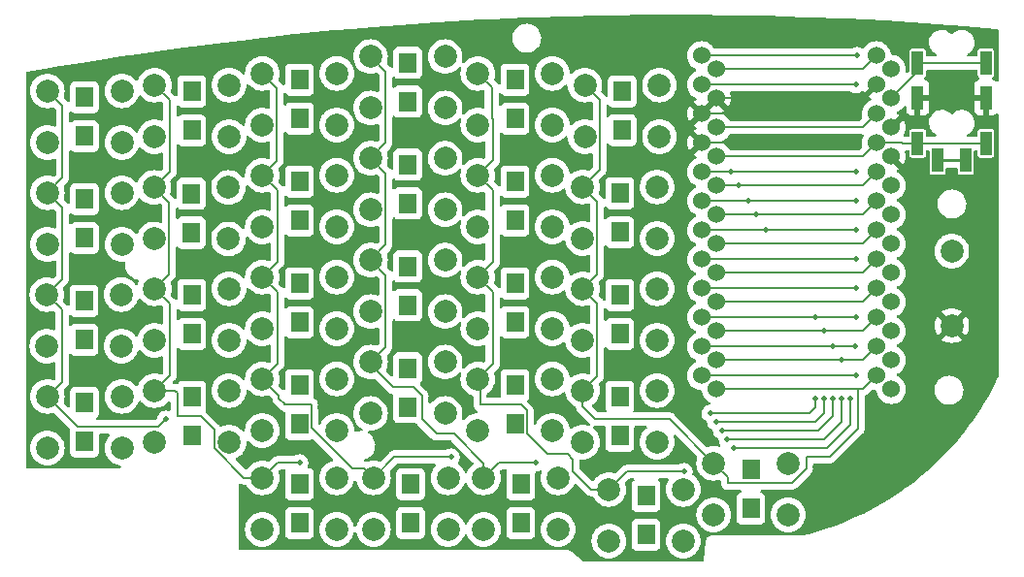
<source format=gbr>
%TF.GenerationSoftware,KiCad,Pcbnew,(6.0.9)*%
%TF.CreationDate,2022-12-16T21:27:41+00:00*%
%TF.ProjectId,PocketSplit-V1,506f636b-6574-4537-906c-69742d56312e,1.0*%
%TF.SameCoordinates,Original*%
%TF.FileFunction,Copper,L1,Top*%
%TF.FilePolarity,Positive*%
%FSLAX46Y46*%
G04 Gerber Fmt 4.6, Leading zero omitted, Abs format (unit mm)*
G04 Created by KiCad (PCBNEW (6.0.9)) date 2022-12-16 21:27:41*
%MOMM*%
%LPD*%
G01*
G04 APERTURE LIST*
%TA.AperFunction,ComponentPad*%
%ADD10C,2.000000*%
%TD*%
%TA.AperFunction,ComponentPad*%
%ADD11C,1.524000*%
%TD*%
%TA.AperFunction,ComponentPad*%
%ADD12R,1.000000X2.100000*%
%TD*%
%TA.AperFunction,ComponentPad*%
%ADD13R,1.500000X1.800000*%
%TD*%
%TA.AperFunction,ViaPad*%
%ADD14C,0.500000*%
%TD*%
%TA.AperFunction,Conductor*%
%ADD15C,0.150000*%
%TD*%
%TA.AperFunction,Conductor*%
%ADD16C,0.200000*%
%TD*%
%TA.AperFunction,Conductor*%
%ADD17C,0.250000*%
%TD*%
G04 APERTURE END LIST*
D10*
%TO.P,SW28,1*%
%TO.N,COL-L-5*%
X75490000Y-83094000D03*
%TO.P,SW28,2*%
%TO.N,unconnected-(SW28-Pad2)*%
X81990000Y-83094000D03*
%TO.P,SW28,3*%
%TO.N,Net-(D28-Pad2)*%
X75490000Y-87594000D03*
%TO.P,SW28,4*%
%TO.N,unconnected-(SW28-Pad4)*%
X81990000Y-87594000D03*
%TD*%
%TO.P,SW3,1*%
%TO.N,COL-L-3*%
X45264000Y-46768000D03*
%TO.P,SW3,2*%
%TO.N,unconnected-(SW3-Pad2)*%
X51764000Y-46768000D03*
%TO.P,SW3,3*%
%TO.N,Net-(D3-Pad2)*%
X45264000Y-51268000D03*
%TO.P,SW3,4*%
%TO.N,unconnected-(SW3-Pad4)*%
X51764000Y-51268000D03*
%TD*%
%TO.P,SW10,1*%
%TO.N,COL-L-4*%
X54714000Y-54170000D03*
%TO.P,SW10,2*%
%TO.N,unconnected-(SW10-Pad2)*%
X61214000Y-54170000D03*
%TO.P,SW10,3*%
%TO.N,Net-(D10-Pad2)*%
X54714000Y-58670000D03*
%TO.P,SW10,4*%
%TO.N,unconnected-(SW10-Pad4)*%
X61214000Y-58670000D03*
%TD*%
%TO.P,SW21,1*%
%TO.N,COL-L-3*%
X45264000Y-73438000D03*
%TO.P,SW21,2*%
%TO.N,unconnected-(SW21-Pad2)*%
X51764000Y-73438000D03*
%TO.P,SW21,3*%
%TO.N,Net-(D21-Pad2)*%
X45264000Y-77938000D03*
%TO.P,SW21,4*%
%TO.N,unconnected-(SW21-Pad4)*%
X51764000Y-77938000D03*
%TD*%
%TO.P,SW12,1*%
%TO.N,COL-L-6*%
X73204000Y-56682000D03*
%TO.P,SW12,2*%
%TO.N,unconnected-(SW12-Pad2)*%
X79704000Y-56682000D03*
%TO.P,SW12,3*%
%TO.N,Net-(D12-Pad2)*%
X73204000Y-61182000D03*
%TO.P,SW12,4*%
%TO.N,unconnected-(SW12-Pad4)*%
X79704000Y-61182000D03*
%TD*%
%TO.P,SW17,1*%
%TO.N,COL-L-5*%
X64060000Y-64548000D03*
%TO.P,SW17,2*%
%TO.N,unconnected-(SW17-Pad2)*%
X70560000Y-64548000D03*
%TO.P,SW17,3*%
%TO.N,Net-(D17-Pad2)*%
X64060000Y-69048000D03*
%TO.P,SW17,4*%
%TO.N,unconnected-(SW17-Pad4)*%
X70560000Y-69048000D03*
%TD*%
%TO.P,SW11,1*%
%TO.N,COL-L-5*%
X64060000Y-55658000D03*
%TO.P,SW11,2*%
%TO.N,unconnected-(SW11-Pad2)*%
X70560000Y-55658000D03*
%TO.P,SW11,3*%
%TO.N,Net-(D11-Pad2)*%
X64060000Y-60158000D03*
%TO.P,SW11,4*%
%TO.N,unconnected-(SW11-Pad4)*%
X70560000Y-60158000D03*
%TD*%
%TO.P,SW13,1*%
%TO.N,COL-L-1*%
X26468000Y-66076000D03*
%TO.P,SW13,2*%
%TO.N,unconnected-(SW13-Pad2)*%
X32968000Y-66076000D03*
%TO.P,SW13,3*%
%TO.N,Net-(D13-Pad2)*%
X26468000Y-70576000D03*
%TO.P,SW13,4*%
%TO.N,unconnected-(SW13-Pad4)*%
X32968000Y-70576000D03*
%TD*%
%TO.P,SW7,1*%
%TO.N,COL-L-1*%
X26520000Y-57190000D03*
%TO.P,SW7,2*%
%TO.N,unconnected-(SW7-Pad2)*%
X33020000Y-57190000D03*
%TO.P,SW7,3*%
%TO.N,Net-(D7-Pad2)*%
X26520000Y-61690000D03*
%TO.P,SW7,4*%
%TO.N,unconnected-(SW7-Pad4)*%
X33020000Y-61690000D03*
%TD*%
%TO.P,SW24,1*%
%TO.N,COL-L-6*%
X73204000Y-74458000D03*
%TO.P,SW24,2*%
%TO.N,unconnected-(SW24-Pad2)*%
X79704000Y-74458000D03*
%TO.P,SW24,3*%
%TO.N,Net-(D24-Pad2)*%
X73204000Y-78958000D03*
%TO.P,SW24,4*%
%TO.N,unconnected-(SW24-Pad4)*%
X79704000Y-78958000D03*
%TD*%
%TO.P,SW27,1*%
%TO.N,COL-L-4*%
X64568000Y-82078000D03*
%TO.P,SW27,2*%
%TO.N,unconnected-(SW27-Pad2)*%
X71068000Y-82078000D03*
%TO.P,SW27,3*%
%TO.N,Net-(D27-Pad2)*%
X64568000Y-86578000D03*
%TO.P,SW27,4*%
%TO.N,unconnected-(SW27-Pad4)*%
X71068000Y-86578000D03*
%TD*%
%TO.P,SW26,4*%
%TO.N,unconnected-(SW26-Pad4)*%
X61468000Y-86578000D03*
%TO.P,SW26,3*%
%TO.N,Net-(D26-Pad2)*%
X54968000Y-86578000D03*
%TO.P,SW26,2*%
%TO.N,unconnected-(SW26-Pad2)*%
X61468000Y-82078000D03*
%TO.P,SW26,1*%
%TO.N,COL-L-3*%
X54968000Y-82078000D03*
%TD*%
%TO.P,SW6,1*%
%TO.N,COL-L-6*%
X73406000Y-47788000D03*
%TO.P,SW6,2*%
%TO.N,unconnected-(SW6-Pad2)*%
X79906000Y-47788000D03*
%TO.P,SW6,3*%
%TO.N,Net-(D6-Pad2)*%
X73406000Y-52288000D03*
%TO.P,SW6,4*%
%TO.N,unconnected-(SW6-Pad4)*%
X79906000Y-52288000D03*
%TD*%
%TO.P,SW14,1*%
%TO.N,COL-L-2*%
X35866000Y-65568000D03*
%TO.P,SW14,2*%
%TO.N,unconnected-(SW14-Pad2)*%
X42366000Y-65568000D03*
%TO.P,SW14,3*%
%TO.N,Net-(D14-Pad2)*%
X35866000Y-70068000D03*
%TO.P,SW14,4*%
%TO.N,unconnected-(SW14-Pad4)*%
X42366000Y-70068000D03*
%TD*%
%TO.P,SW16,1*%
%TO.N,COL-L-4*%
X54714000Y-63060000D03*
%TO.P,SW16,2*%
%TO.N,unconnected-(SW16-Pad2)*%
X61214000Y-63060000D03*
%TO.P,SW16,3*%
%TO.N,Net-(D16-Pad2)*%
X54714000Y-67560000D03*
%TO.P,SW16,4*%
%TO.N,unconnected-(SW16-Pad4)*%
X61214000Y-67560000D03*
%TD*%
%TO.P,SW4,1*%
%TO.N,COL-L-4*%
X54714000Y-45284000D03*
%TO.P,SW4,2*%
%TO.N,unconnected-(SW4-Pad2)*%
X61214000Y-45284000D03*
%TO.P,SW4,3*%
%TO.N,Net-(D4-Pad2)*%
X54714000Y-49784000D03*
%TO.P,SW4,4*%
%TO.N,unconnected-(SW4-Pad4)*%
X61214000Y-49784000D03*
%TD*%
D11*
%TO.P,MCU1,1,TX0/PD3*%
%TO.N,unconnected-(MCU1-Pad1)*%
X100127535Y-46407745D03*
X83588720Y-45212000D03*
%TO.P,MCU1,2,RX1/PD2*%
%TO.N,DATA*%
X83588720Y-47752000D03*
X100127535Y-48947745D03*
%TO.P,MCU1,3,GND*%
%TO.N,GND*%
X100127535Y-51487745D03*
X83588720Y-50292000D03*
%TO.P,MCU1,4,GND*%
X100127535Y-54027745D03*
X83588720Y-52832000D03*
%TO.P,MCU1,5,2/PD1*%
%TO.N,ROW-L-5*%
X83588720Y-55372000D03*
X100127535Y-56567745D03*
%TO.P,MCU1,6,3/PD0*%
%TO.N,ROW-L-3*%
X100127535Y-59107745D03*
X83588720Y-57912000D03*
%TO.P,MCU1,7,4/PD4*%
%TO.N,ROW-L-1*%
X100127535Y-61647745D03*
X83588720Y-60452000D03*
%TO.P,MCU1,8,5/PC6*%
%TO.N,unconnected-(MCU1-Pad8)*%
X83588720Y-62992000D03*
X100127535Y-64187745D03*
%TO.P,MCU1,9,6/PD7*%
%TO.N,unconnected-(MCU1-Pad9)*%
X100127535Y-66727745D03*
X83588720Y-65532000D03*
%TO.P,MCU1,10,7/PE6*%
%TO.N,COL-L-1*%
X100127535Y-69267745D03*
X83588720Y-68072000D03*
%TO.P,MCU1,11,8/PB4*%
%TO.N,COL-L-3*%
X83588720Y-70612000D03*
X100127535Y-71807745D03*
%TO.P,MCU1,12,9/PB5*%
%TO.N,COL-L-5*%
X83588720Y-73152000D03*
X100127535Y-74347745D03*
%TO.P,MCU1,13,10/PB6*%
%TO.N,COL-L-6*%
X84887535Y-74347745D03*
X98828720Y-73152000D03*
%TO.P,MCU1,14,16/PB2*%
%TO.N,COL-L-4*%
X84887535Y-71807745D03*
X98828720Y-70612000D03*
%TO.P,MCU1,15,14/PB3*%
%TO.N,COL-L-2*%
X98828720Y-68072000D03*
X84887535Y-69267745D03*
%TO.P,MCU1,16,15/PB1*%
%TO.N,unconnected-(MCU1-Pad16)*%
X98828720Y-65532000D03*
X84887535Y-66727745D03*
%TO.P,MCU1,17,A0/PF7*%
%TO.N,unconnected-(MCU1-Pad17)*%
X84887535Y-64187745D03*
X98828720Y-62992000D03*
%TO.P,MCU1,18,A1/PF6*%
%TO.N,unconnected-(MCU1-Pad18)*%
X98828720Y-60452000D03*
X84887535Y-61647745D03*
%TO.P,MCU1,19,A2/PF5*%
%TO.N,ROW-L-2*%
X84887535Y-59107745D03*
X98828720Y-57912000D03*
%TO.P,MCU1,20,A3/PF4*%
%TO.N,ROW-L-4*%
X98828720Y-55372000D03*
X84887535Y-56567745D03*
%TO.P,MCU1,21,VCC*%
%TO.N,5v*%
X84887535Y-54027745D03*
X98828720Y-52832000D03*
%TO.P,MCU1,22,RST*%
%TO.N,RST*%
X98828720Y-50292000D03*
X84887535Y-51487745D03*
%TO.P,MCU1,23,GND*%
%TO.N,GND*%
X98828720Y-47752000D03*
X84887535Y-48947745D03*
%TO.P,MCU1,24,RAW*%
%TO.N,unconnected-(MCU1-Pad24)*%
X84887535Y-46407745D03*
X98828720Y-45212000D03*
%TD*%
D10*
%TO.P,SW9,1*%
%TO.N,COL-L-3*%
X45264000Y-55662000D03*
%TO.P,SW9,2*%
%TO.N,unconnected-(SW9-Pad2)*%
X51764000Y-55662000D03*
%TO.P,SW9,3*%
%TO.N,Net-(D9-Pad2)*%
X45264000Y-60162000D03*
%TO.P,SW9,4*%
%TO.N,unconnected-(SW9-Pad4)*%
X51764000Y-60162000D03*
%TD*%
%TO.P,SW25,4*%
%TO.N,unconnected-(SW25-Pad4)*%
X51764000Y-86578000D03*
%TO.P,SW25,3*%
%TO.N,Net-(D25-Pad2)*%
X45264000Y-86578000D03*
%TO.P,SW25,2*%
%TO.N,unconnected-(SW25-Pad2)*%
X51764000Y-82078000D03*
%TO.P,SW25,1*%
%TO.N,COL-L-2*%
X45264000Y-82078000D03*
%TD*%
%TO.P,SW29,1*%
%TO.N,COL-L-6*%
X84634000Y-80808000D03*
%TO.P,SW29,2*%
%TO.N,unconnected-(SW29-Pad2)*%
X91134000Y-80808000D03*
%TO.P,SW29,3*%
%TO.N,Net-(D29-Pad2)*%
X84634000Y-85308000D03*
%TO.P,SW29,4*%
%TO.N,unconnected-(SW29-Pad4)*%
X91134000Y-85308000D03*
%TD*%
%TO.P,SW2,1*%
%TO.N,COL-L-2*%
X35866000Y-47792000D03*
%TO.P,SW2,2*%
%TO.N,unconnected-(SW2-Pad2)*%
X42366000Y-47792000D03*
%TO.P,SW2,3*%
%TO.N,Net-(D2-Pad2)*%
X35866000Y-52292000D03*
%TO.P,SW2,4*%
%TO.N,unconnected-(SW2-Pad4)*%
X42366000Y-52292000D03*
%TD*%
%TO.P,SW20,1*%
%TO.N,COL-L-2*%
X35866000Y-74462000D03*
%TO.P,SW20,2*%
%TO.N,unconnected-(SW20-Pad2)*%
X42366000Y-74462000D03*
%TO.P,SW20,3*%
%TO.N,Net-(D20-Pad2)*%
X35866000Y-78962000D03*
%TO.P,SW20,4*%
%TO.N,unconnected-(SW20-Pad4)*%
X42366000Y-78962000D03*
%TD*%
%TO.P,SW5,1*%
%TO.N,COL-L-5*%
X64060000Y-46772000D03*
%TO.P,SW5,2*%
%TO.N,unconnected-(SW5-Pad2)*%
X70560000Y-46772000D03*
%TO.P,SW5,3*%
%TO.N,Net-(D5-Pad2)*%
X64060000Y-51272000D03*
%TO.P,SW5,4*%
%TO.N,unconnected-(SW5-Pad4)*%
X70560000Y-51272000D03*
%TD*%
%TO.P,SW19,1*%
%TO.N,COL-L-1*%
X26520000Y-74970000D03*
%TO.P,SW19,2*%
%TO.N,unconnected-(SW19-Pad2)*%
X33020000Y-74970000D03*
%TO.P,SW19,3*%
%TO.N,Net-(D19-Pad2)*%
X26520000Y-79470000D03*
%TO.P,SW19,4*%
%TO.N,unconnected-(SW19-Pad4)*%
X33020000Y-79470000D03*
%TD*%
%TO.P,SW1,1*%
%TO.N,COL-L-1*%
X26520000Y-48300000D03*
%TO.P,SW1,2*%
%TO.N,unconnected-(SW1-Pad2)*%
X33020000Y-48300000D03*
%TO.P,SW1,3*%
%TO.N,Net-(D1-Pad2)*%
X26520000Y-52800000D03*
%TO.P,SW1,4*%
%TO.N,unconnected-(SW1-Pad4)*%
X33020000Y-52800000D03*
%TD*%
%TO.P,SW23,1*%
%TO.N,COL-L-5*%
X64060000Y-73438000D03*
%TO.P,SW23,2*%
%TO.N,unconnected-(SW23-Pad2)*%
X70560000Y-73438000D03*
%TO.P,SW23,3*%
%TO.N,Net-(D23-Pad2)*%
X64060000Y-77938000D03*
%TO.P,SW23,4*%
%TO.N,unconnected-(SW23-Pad4)*%
X70560000Y-77938000D03*
%TD*%
%TO.P,SW18,1*%
%TO.N,COL-L-6*%
X73204000Y-65568000D03*
%TO.P,SW18,2*%
%TO.N,unconnected-(SW18-Pad2)*%
X79704000Y-65568000D03*
%TO.P,SW18,3*%
%TO.N,Net-(D18-Pad2)*%
X73204000Y-70068000D03*
%TO.P,SW18,4*%
%TO.N,unconnected-(SW18-Pad4)*%
X79704000Y-70068000D03*
%TD*%
D12*
%TO.P,J1,1*%
%TO.N,5v*%
X102435000Y-52868500D03*
X108385000Y-52868500D03*
%TO.P,J1,2*%
%TO.N,GND*%
X108385000Y-48868500D03*
X102435000Y-48868500D03*
%TO.P,J1,3*%
%TO.N,DATA*%
X102435000Y-45868500D03*
X108385000Y-45868500D03*
%TO.P,J1,4*%
%TO.N,unconnected-(J1-Pad4)*%
X104185000Y-54368500D03*
X106635000Y-54368500D03*
%TD*%
D10*
%TO.P,SW22,1*%
%TO.N,COL-L-4*%
X54714000Y-71954000D03*
%TO.P,SW22,2*%
%TO.N,unconnected-(SW22-Pad2)*%
X61214000Y-71954000D03*
%TO.P,SW22,3*%
%TO.N,Net-(D22-Pad2)*%
X54714000Y-76454000D03*
%TO.P,SW22,4*%
%TO.N,unconnected-(SW22-Pad4)*%
X61214000Y-76454000D03*
%TD*%
%TO.P,RST1,1,1*%
%TO.N,GND*%
X105410000Y-68782000D03*
%TO.P,RST1,2,2*%
%TO.N,RST*%
X105410000Y-62282000D03*
%TD*%
%TO.P,SW15,1*%
%TO.N,COL-L-3*%
X45264000Y-64552000D03*
%TO.P,SW15,2*%
%TO.N,unconnected-(SW15-Pad2)*%
X51764000Y-64552000D03*
%TO.P,SW15,3*%
%TO.N,Net-(D15-Pad2)*%
X45264000Y-69052000D03*
%TO.P,SW15,4*%
%TO.N,unconnected-(SW15-Pad4)*%
X51764000Y-69052000D03*
%TD*%
%TO.P,SW8,1*%
%TO.N,COL-L-2*%
X35814000Y-56722000D03*
%TO.P,SW8,2*%
%TO.N,unconnected-(SW8-Pad2)*%
X42314000Y-56722000D03*
%TO.P,SW8,3*%
%TO.N,Net-(D8-Pad2)*%
X35814000Y-61222000D03*
%TO.P,SW8,4*%
%TO.N,unconnected-(SW8-Pad4)*%
X42314000Y-61222000D03*
%TD*%
D13*
%TO.P,D29,1,K*%
%TO.N,ROW-L-5*%
X87884000Y-81358000D03*
%TO.P,D29,2,A*%
%TO.N,Net-(D29-Pad2)*%
X87884000Y-84758000D03*
%TD*%
%TO.P,D6,1,K*%
%TO.N,ROW-L-1*%
X76656000Y-48338000D03*
%TO.P,D6,2,A*%
%TO.N,Net-(D6-Pad2)*%
X76656000Y-51738000D03*
%TD*%
%TO.P,D12,1,K*%
%TO.N,ROW-L-2*%
X76454000Y-57232000D03*
%TO.P,D12,2,A*%
%TO.N,Net-(D12-Pad2)*%
X76454000Y-60632000D03*
%TD*%
%TO.P,D15,1,K*%
%TO.N,ROW-L-3*%
X48514000Y-65102000D03*
%TO.P,D15,2,A*%
%TO.N,Net-(D15-Pad2)*%
X48514000Y-68502000D03*
%TD*%
%TO.P,D28,1,K*%
%TO.N,ROW-L-5*%
X78740000Y-83644000D03*
%TO.P,D28,2,A*%
%TO.N,Net-(D28-Pad2)*%
X78740000Y-87044000D03*
%TD*%
%TO.P,D7,1,K*%
%TO.N,ROW-L-2*%
X29770000Y-57740000D03*
%TO.P,D7,2,A*%
%TO.N,Net-(D7-Pad2)*%
X29770000Y-61140000D03*
%TD*%
%TO.P,D18,1,K*%
%TO.N,ROW-L-3*%
X76454000Y-66118000D03*
%TO.P,D18,2,A*%
%TO.N,Net-(D18-Pad2)*%
X76454000Y-69518000D03*
%TD*%
%TO.P,D10,1,K*%
%TO.N,ROW-L-2*%
X57964000Y-54720000D03*
%TO.P,D10,2,A*%
%TO.N,Net-(D10-Pad2)*%
X57964000Y-58120000D03*
%TD*%
%TO.P,D2,1,K*%
%TO.N,ROW-L-1*%
X39116000Y-48342000D03*
%TO.P,D2,2,A*%
%TO.N,Net-(D2-Pad2)*%
X39116000Y-51742000D03*
%TD*%
%TO.P,D3,1,K*%
%TO.N,ROW-L-1*%
X48514000Y-47318000D03*
%TO.P,D3,2,A*%
%TO.N,Net-(D3-Pad2)*%
X48514000Y-50718000D03*
%TD*%
%TO.P,D19,1,K*%
%TO.N,ROW-L-4*%
X29770000Y-75520000D03*
%TO.P,D19,2,A*%
%TO.N,Net-(D19-Pad2)*%
X29770000Y-78920000D03*
%TD*%
%TO.P,D26,1,K*%
%TO.N,ROW-L-5*%
X58218000Y-82628000D03*
%TO.P,D26,2,A*%
%TO.N,Net-(D26-Pad2)*%
X58218000Y-86028000D03*
%TD*%
%TO.P,D27,1,K*%
%TO.N,ROW-L-5*%
X67818000Y-82628000D03*
%TO.P,D27,2,A*%
%TO.N,Net-(D27-Pad2)*%
X67818000Y-86028000D03*
%TD*%
%TO.P,D22,1,K*%
%TO.N,ROW-L-4*%
X57964000Y-72504000D03*
%TO.P,D22,2,A*%
%TO.N,Net-(D22-Pad2)*%
X57964000Y-75904000D03*
%TD*%
%TO.P,D9,1,K*%
%TO.N,ROW-L-2*%
X48514000Y-56212000D03*
%TO.P,D9,2,A*%
%TO.N,Net-(D9-Pad2)*%
X48514000Y-59612000D03*
%TD*%
%TO.P,D13,1,K*%
%TO.N,ROW-L-3*%
X29718000Y-66626000D03*
%TO.P,D13,2,A*%
%TO.N,Net-(D13-Pad2)*%
X29718000Y-70026000D03*
%TD*%
%TO.P,D24,1,K*%
%TO.N,ROW-L-4*%
X76454000Y-75008000D03*
%TO.P,D24,2,A*%
%TO.N,Net-(D24-Pad2)*%
X76454000Y-78408000D03*
%TD*%
%TO.P,D16,1,K*%
%TO.N,ROW-L-3*%
X57964000Y-63610000D03*
%TO.P,D16,2,A*%
%TO.N,Net-(D16-Pad2)*%
X57964000Y-67010000D03*
%TD*%
%TO.P,D21,1,K*%
%TO.N,ROW-L-4*%
X48514000Y-73988000D03*
%TO.P,D21,2,A*%
%TO.N,Net-(D21-Pad2)*%
X48514000Y-77388000D03*
%TD*%
%TO.P,D23,1,K*%
%TO.N,ROW-L-4*%
X67310000Y-73988000D03*
%TO.P,D23,2,A*%
%TO.N,Net-(D23-Pad2)*%
X67310000Y-77388000D03*
%TD*%
%TO.P,D17,1,K*%
%TO.N,ROW-L-3*%
X67310000Y-65098000D03*
%TO.P,D17,2,A*%
%TO.N,Net-(D17-Pad2)*%
X67310000Y-68498000D03*
%TD*%
%TO.P,D11,1,K*%
%TO.N,ROW-L-2*%
X67310000Y-56208000D03*
%TO.P,D11,2,A*%
%TO.N,Net-(D11-Pad2)*%
X67310000Y-59608000D03*
%TD*%
%TO.P,D20,1,K*%
%TO.N,ROW-L-4*%
X39116000Y-75012000D03*
%TO.P,D20,2,A*%
%TO.N,Net-(D20-Pad2)*%
X39116000Y-78412000D03*
%TD*%
%TO.P,D8,1,K*%
%TO.N,ROW-L-2*%
X39064000Y-57272000D03*
%TO.P,D8,2,A*%
%TO.N,Net-(D8-Pad2)*%
X39064000Y-60672000D03*
%TD*%
%TO.P,D5,1,K*%
%TO.N,ROW-L-1*%
X67310000Y-47322000D03*
%TO.P,D5,2,A*%
%TO.N,Net-(D5-Pad2)*%
X67310000Y-50722000D03*
%TD*%
%TO.P,D1,1,K*%
%TO.N,ROW-L-1*%
X29770000Y-48850000D03*
%TO.P,D1,2,A*%
%TO.N,Net-(D1-Pad2)*%
X29770000Y-52250000D03*
%TD*%
%TO.P,D4,1,K*%
%TO.N,ROW-L-1*%
X57964000Y-45834000D03*
%TO.P,D4,2,A*%
%TO.N,Net-(D4-Pad2)*%
X57964000Y-49234000D03*
%TD*%
%TO.P,D14,1,K*%
%TO.N,ROW-L-3*%
X39116000Y-66118000D03*
%TO.P,D14,2,A*%
%TO.N,Net-(D14-Pad2)*%
X39116000Y-69518000D03*
%TD*%
%TO.P,D25,1,K*%
%TO.N,ROW-L-5*%
X48514000Y-82628000D03*
%TO.P,D25,2,A*%
%TO.N,Net-(D25-Pad2)*%
X48514000Y-86028000D03*
%TD*%
D14*
%TO.N,GND*%
X97027999Y-50289300D03*
X97025319Y-52826889D03*
%TO.N,ROW-L-1*%
X97028000Y-60452000D03*
X89154000Y-60452000D03*
%TO.N,ROW-L-2*%
X88376217Y-59107745D03*
%TO.N,ROW-L-3*%
X97028000Y-57912000D03*
X87630000Y-57912000D03*
%TO.N,ROW-L-4*%
X86851500Y-56567745D03*
%TO.N,ROW-L-5*%
X97028000Y-55372000D03*
X86106000Y-55372000D03*
%TO.N,COL-L-1*%
X84328000Y-76454000D03*
X97028000Y-68072000D03*
X93472000Y-68072000D03*
X36830000Y-76962000D03*
X93472000Y-75184000D03*
%TO.N,COL-L-2*%
X94234000Y-69267745D03*
X48514000Y-80772000D03*
X84836000Y-77216000D03*
X94234000Y-75184000D03*
%TO.N,COL-L-3*%
X94996000Y-70612000D03*
X61722000Y-80264000D03*
X85344000Y-77978000D03*
X97019148Y-70603148D03*
X94996000Y-75174008D03*
%TO.N,COL-L-4*%
X95758000Y-71807745D03*
X95758000Y-75184000D03*
X69088000Y-80772000D03*
X85842922Y-78740000D03*
%TO.N,COL-L-5*%
X86360000Y-79502000D03*
X82042000Y-81534000D03*
X97028000Y-73152000D03*
X96520000Y-75184000D03*
%TO.N,unconnected-(MCU1-Pad9)*%
X97025319Y-65526889D03*
%TO.N,unconnected-(MCU1-Pad8)*%
X97027999Y-62989300D03*
%TO.N,unconnected-(MCU1-Pad1)*%
X97155000Y-45212000D03*
%TO.N,DATA*%
X97028000Y-47752000D03*
%TD*%
D15*
%TO.N,COL-L-2*%
X46570000Y-80772000D02*
X45264000Y-82078000D01*
X48514000Y-80772000D02*
X46570000Y-80772000D01*
%TO.N,RST*%
X97632975Y-51487745D02*
X98828720Y-50292000D01*
X84887535Y-51487745D02*
X97632975Y-51487745D01*
%TO.N,GND*%
X97020208Y-52832000D02*
X83588720Y-52832000D01*
X97027999Y-50289300D02*
X97025299Y-50292000D01*
X84887535Y-48947745D02*
X97632975Y-48947745D01*
X97025319Y-52826889D02*
X97020208Y-52832000D01*
X97632975Y-48947745D02*
X98828720Y-47752000D01*
X97025299Y-50292000D02*
X83588720Y-50292000D01*
%TO.N,5v*%
X101128500Y-52832000D02*
X98828720Y-52832000D01*
X101165000Y-52868500D02*
X108385000Y-52868500D01*
X84887535Y-54027745D02*
X97632975Y-54027745D01*
X97632975Y-54027745D02*
X98828720Y-52832000D01*
X101128500Y-52832000D02*
X101165000Y-52868500D01*
%TO.N,ROW-L-1*%
X83588720Y-60452000D02*
X97028000Y-60452000D01*
%TO.N,ROW-L-2*%
X97632975Y-59107745D02*
X98828720Y-57912000D01*
X87613500Y-59107745D02*
X97632975Y-59107745D01*
X87613500Y-59107745D02*
X84887535Y-59107745D01*
%TO.N,ROW-L-3*%
X97028000Y-57912000D02*
X83588720Y-57912000D01*
%TO.N,ROW-L-4*%
X97632975Y-56567745D02*
X98828720Y-55372000D01*
X84887535Y-56567745D02*
X97632975Y-56567745D01*
%TO.N,ROW-L-5*%
X97028000Y-55372000D02*
X83588720Y-55372000D01*
%TO.N,COL-L-1*%
X27845000Y-58515000D02*
X27845000Y-64699000D01*
X26520000Y-48300000D02*
X27845000Y-49625000D01*
X26520000Y-57190000D02*
X27845000Y-58515000D01*
X27845000Y-49625000D02*
X27845000Y-55865000D01*
X84328000Y-76454000D02*
X92964000Y-76454000D01*
X27793000Y-73697000D02*
X26520000Y-74970000D01*
X26520000Y-74970000D02*
X29187000Y-77637000D01*
X27845000Y-55865000D02*
X26520000Y-57190000D01*
X97028000Y-68072000D02*
X83588720Y-68072000D01*
X27793000Y-67401000D02*
X27793000Y-73697000D01*
X93472000Y-75946000D02*
X93472000Y-75184000D01*
X27845000Y-64699000D02*
X26468000Y-66076000D01*
X36155000Y-77637000D02*
X36830000Y-76962000D01*
X92964000Y-76454000D02*
X93472000Y-75946000D01*
X26468000Y-66076000D02*
X27793000Y-67401000D01*
X29187000Y-77637000D02*
X36155000Y-77637000D01*
%TO.N,COL-L-2*%
X94234000Y-76454000D02*
X94234000Y-75184000D01*
X37648000Y-74462000D02*
X37846000Y-74660000D01*
X35866000Y-74462000D02*
X37648000Y-74462000D01*
X37191000Y-55345000D02*
X35814000Y-56722000D01*
X93472000Y-77216000D02*
X94234000Y-76454000D01*
X37139000Y-58047000D02*
X37139000Y-64295000D01*
X37846000Y-74660000D02*
X37846000Y-76708000D01*
X43678877Y-82078000D02*
X45264000Y-82078000D01*
X37191000Y-66893000D02*
X37191000Y-73137000D01*
X37191000Y-49117000D02*
X37191000Y-55345000D01*
X84887535Y-69267745D02*
X97632975Y-69267745D01*
X39894000Y-76708000D02*
X41091000Y-77905000D01*
X35866000Y-65568000D02*
X37191000Y-66893000D01*
X97632975Y-69267745D02*
X98828720Y-68072000D01*
X35814000Y-56722000D02*
X37139000Y-58047000D01*
X37846000Y-76708000D02*
X39894000Y-76708000D01*
X41091000Y-79490123D02*
X43678877Y-82078000D01*
X37139000Y-64295000D02*
X35866000Y-65568000D01*
X84836000Y-77216000D02*
X93472000Y-77216000D01*
X35866000Y-47792000D02*
X37191000Y-49117000D01*
X37191000Y-73137000D02*
X35866000Y-74462000D01*
X41091000Y-77905000D02*
X41091000Y-79490123D01*
%TO.N,COL-L-3*%
X54153000Y-81263000D02*
X54968000Y-82078000D01*
X45264000Y-64552000D02*
X46589000Y-65877000D01*
X97019148Y-70603148D02*
X97010296Y-70612000D01*
X45264000Y-46768000D02*
X46539000Y-48043000D01*
X97010296Y-70612000D02*
X83588720Y-70612000D01*
X49539000Y-77713000D02*
X53089000Y-81263000D01*
X46589000Y-63227000D02*
X45264000Y-64552000D01*
X45264000Y-55662000D02*
X46589000Y-56987000D01*
X45264000Y-73438000D02*
X46727000Y-74901000D01*
X46589000Y-65877000D02*
X46589000Y-72113000D01*
X46727000Y-75175000D02*
X47244000Y-75692000D01*
X54968000Y-82078000D02*
X56782000Y-80264000D01*
X49530000Y-76204000D02*
X49539000Y-76213000D01*
X46589000Y-56987000D02*
X46589000Y-63227000D01*
X56782000Y-80264000D02*
X61722000Y-80264000D01*
X46589000Y-72113000D02*
X45264000Y-73438000D01*
X49530000Y-75692000D02*
X49530000Y-76204000D01*
X53089000Y-81263000D02*
X54153000Y-81263000D01*
X49539000Y-76213000D02*
X49539000Y-77713000D01*
X93726000Y-77978000D02*
X94996000Y-76708000D01*
X46539000Y-54387000D02*
X45264000Y-55662000D01*
X46539000Y-48043000D02*
X46539000Y-54387000D01*
X94996000Y-76708000D02*
X94996000Y-75174008D01*
X47235000Y-75692000D02*
X49530000Y-75692000D01*
X46727000Y-74901000D02*
X46727000Y-75175000D01*
X85344000Y-77978000D02*
X93726000Y-77978000D01*
%TO.N,COL-L-4*%
X59182000Y-74930000D02*
X58420000Y-74168000D01*
X61976000Y-78232000D02*
X60452000Y-78232000D01*
X69088000Y-80772000D02*
X65874000Y-80772000D01*
X54714000Y-54170000D02*
X56039000Y-52845000D01*
X95758000Y-77216000D02*
X95758000Y-75184000D01*
X85842922Y-78740000D02*
X94234000Y-78740000D01*
X58420000Y-74168000D02*
X56650000Y-74168000D01*
X64568000Y-82078000D02*
X64568000Y-80824000D01*
X60452000Y-78232000D02*
X59182000Y-76962000D01*
X56039000Y-52845000D02*
X56039000Y-46609000D01*
X54714000Y-63060000D02*
X56039000Y-61735000D01*
X56650000Y-74168000D02*
X54714000Y-72232000D01*
X64568000Y-80824000D02*
X61976000Y-78232000D01*
X56039000Y-55495000D02*
X54714000Y-54170000D01*
X56039000Y-46609000D02*
X54714000Y-45284000D01*
X59182000Y-76962000D02*
X59182000Y-74930000D01*
X65874000Y-80772000D02*
X64568000Y-82078000D01*
X84887535Y-71807745D02*
X97632975Y-71807745D01*
X97632975Y-71807745D02*
X98828720Y-70612000D01*
X94234000Y-78740000D02*
X95758000Y-77216000D01*
X54714000Y-71954000D02*
X56039000Y-70629000D01*
X56039000Y-64385000D02*
X54714000Y-63060000D01*
X56039000Y-70629000D02*
X56039000Y-64385000D01*
X56039000Y-61735000D02*
X56039000Y-55495000D01*
X54714000Y-72232000D02*
X54714000Y-71954000D01*
D16*
%TO.N,COL-L-5*%
X65360000Y-54358000D02*
X64060000Y-55658000D01*
D15*
X68335000Y-76213000D02*
X68335000Y-78241000D01*
X96520000Y-77470000D02*
X96520000Y-75184000D01*
D16*
X64060000Y-64548000D02*
X65360000Y-65848000D01*
X65278000Y-47990000D02*
X65278000Y-50651522D01*
D15*
X86360000Y-79502000D02*
X94488000Y-79502000D01*
D16*
X64060000Y-46772000D02*
X65278000Y-47990000D01*
D15*
X94488000Y-79502000D02*
X96520000Y-77470000D01*
X64060000Y-73438000D02*
X64262000Y-73640000D01*
X72343000Y-80471000D02*
X72343000Y-81487000D01*
X75490000Y-83094000D02*
X77050000Y-81534000D01*
X64262000Y-73640000D02*
X64262000Y-75692000D01*
X70104000Y-80010000D02*
X71882000Y-80010000D01*
X71882000Y-80010000D02*
X72343000Y-80471000D01*
X67814000Y-75692000D02*
X68335000Y-76213000D01*
D16*
X65360000Y-56958000D02*
X65360000Y-63248000D01*
X65278000Y-50651522D02*
X65360000Y-50733522D01*
X65360000Y-65848000D02*
X65360000Y-72138000D01*
D15*
X64262000Y-75692000D02*
X67814000Y-75692000D01*
X68335000Y-78241000D02*
X70104000Y-80010000D01*
D16*
X65360000Y-50733522D02*
X65360000Y-54358000D01*
D15*
X73950000Y-83094000D02*
X75490000Y-83094000D01*
D16*
X65360000Y-63248000D02*
X64060000Y-64548000D01*
X65360000Y-72138000D02*
X64060000Y-73438000D01*
X64060000Y-55658000D02*
X65360000Y-56958000D01*
D15*
X72343000Y-81487000D02*
X73950000Y-83094000D01*
X97028000Y-73152000D02*
X83588720Y-73152000D01*
X77050000Y-81534000D02*
X82042000Y-81534000D01*
%TO.N,COL-L-6*%
X73204000Y-75872213D02*
X73204000Y-74458000D01*
X74479000Y-64293000D02*
X74479000Y-57957000D01*
X97207745Y-74347745D02*
X97632975Y-74347745D01*
X84887535Y-74347745D02*
X97207745Y-74347745D01*
X91440000Y-82550000D02*
X85852000Y-82550000D01*
X92710000Y-80264000D02*
X92710000Y-81280000D01*
X74479000Y-73183000D02*
X74479000Y-66843000D01*
X97207745Y-77798255D02*
X94742000Y-80264000D01*
X74479000Y-57957000D02*
X73204000Y-56682000D01*
X74681000Y-49063000D02*
X73406000Y-47788000D01*
X73204000Y-74458000D02*
X74479000Y-73183000D01*
X92710000Y-81280000D02*
X91440000Y-82550000D01*
X73204000Y-56682000D02*
X74681000Y-55205000D01*
X85852000Y-82550000D02*
X85852000Y-82026000D01*
X97632975Y-74347745D02*
X98828720Y-73152000D01*
X74681000Y-55205000D02*
X74681000Y-49063000D01*
X85852000Y-82026000D02*
X84634000Y-80808000D01*
X73204000Y-65568000D02*
X74479000Y-64293000D01*
X84634000Y-80808000D02*
X80788000Y-76962000D01*
X74293787Y-76962000D02*
X73204000Y-75872213D01*
X94742000Y-80264000D02*
X92710000Y-80264000D01*
X80788000Y-76962000D02*
X74293787Y-76962000D01*
X74479000Y-66843000D02*
X73204000Y-65568000D01*
X97207745Y-74347745D02*
X97207745Y-77798255D01*
%TO.N,unconnected-(MCU1-Pad24)*%
X84887535Y-46407745D02*
X97632975Y-46407745D01*
X97632975Y-46407745D02*
X98828720Y-45212000D01*
%TO.N,unconnected-(MCU1-Pad18)*%
X97632975Y-61647745D02*
X98828720Y-60452000D01*
X84887535Y-61647745D02*
X97632975Y-61647745D01*
%TO.N,unconnected-(MCU1-Pad17)*%
X97632975Y-64187745D02*
X98828720Y-62992000D01*
X84887535Y-64187745D02*
X97632975Y-64187745D01*
%TO.N,unconnected-(MCU1-Pad16)*%
X84887535Y-66727745D02*
X97632975Y-66727745D01*
X97632975Y-66727745D02*
X98828720Y-65532000D01*
%TO.N,unconnected-(MCU1-Pad9)*%
X97025319Y-65526889D02*
X97020208Y-65532000D01*
X97020208Y-65532000D02*
X83588720Y-65532000D01*
%TO.N,unconnected-(MCU1-Pad8)*%
X97025299Y-62992000D02*
X83588720Y-62992000D01*
X97027999Y-62989300D02*
X97025299Y-62992000D01*
%TO.N,unconnected-(MCU1-Pad1)*%
X97155000Y-45212000D02*
X83588720Y-45212000D01*
%TO.N,DATA*%
X83588720Y-47752000D02*
X97028000Y-47752000D01*
X102435000Y-46640280D02*
X100127535Y-48947745D01*
X108385000Y-45868500D02*
X102435000Y-45868500D01*
X102435000Y-45868500D02*
X102435000Y-46640280D01*
D17*
%TO.N,unconnected-(J1-Pad4)*%
X104185000Y-54368500D02*
X106635000Y-54368500D01*
%TD*%
%TA.AperFunction,Conductor*%
%TO.N,GND*%
G36*
X82437366Y-41647924D02*
G01*
X83233694Y-41655111D01*
X85878105Y-41678978D01*
X85879450Y-41678997D01*
X87599591Y-41712888D01*
X89319792Y-41746781D01*
X89321013Y-41746811D01*
X90723277Y-41789418D01*
X92760352Y-41851313D01*
X92761696Y-41851361D01*
X96199753Y-41992571D01*
X96201096Y-41992634D01*
X99637258Y-42170527D01*
X99638601Y-42170603D01*
X103072860Y-42385178D01*
X103074202Y-42385269D01*
X104081965Y-42459042D01*
X106506008Y-42636494D01*
X106507275Y-42636594D01*
X107413497Y-42712668D01*
X109358040Y-42875905D01*
X109424249Y-42901535D01*
X109466090Y-42958892D01*
X109473500Y-43001463D01*
X109473500Y-47378801D01*
X109453498Y-47446922D01*
X109399842Y-47493415D01*
X109329568Y-47503519D01*
X109264988Y-47474025D01*
X109258405Y-47467896D01*
X109240724Y-47450215D01*
X109138649Y-47373714D01*
X109123054Y-47365176D01*
X109003568Y-47320382D01*
X108946804Y-47277740D01*
X108922104Y-47211178D01*
X108937312Y-47141830D01*
X108977796Y-47097635D01*
X109019237Y-47069945D01*
X109019239Y-47069943D01*
X109029552Y-47063052D01*
X109073867Y-46996731D01*
X109085500Y-46938248D01*
X109085500Y-44798752D01*
X109080248Y-44772350D01*
X109076288Y-44752439D01*
X109076288Y-44752438D01*
X109073867Y-44740269D01*
X109029552Y-44673948D01*
X108963231Y-44629633D01*
X108951062Y-44627212D01*
X108951061Y-44627212D01*
X108910816Y-44619207D01*
X108904748Y-44618000D01*
X107865252Y-44618000D01*
X107859184Y-44619207D01*
X107818939Y-44627212D01*
X107818938Y-44627212D01*
X107806769Y-44629633D01*
X107740448Y-44673948D01*
X107696133Y-44740269D01*
X107693712Y-44752438D01*
X107693712Y-44752439D01*
X107689752Y-44772350D01*
X107684500Y-44798752D01*
X107684500Y-45159000D01*
X107664498Y-45227121D01*
X107610842Y-45273614D01*
X107558500Y-45285000D01*
X106863838Y-45285000D01*
X106795717Y-45264998D01*
X106749224Y-45211342D01*
X106739120Y-45141068D01*
X106768614Y-45076488D01*
X106806146Y-45046984D01*
X106881249Y-45008304D01*
X106881252Y-45008302D01*
X106886580Y-45005558D01*
X107052920Y-44874896D01*
X107056852Y-44870365D01*
X107056855Y-44870362D01*
X107187621Y-44719667D01*
X107191552Y-44715137D01*
X107194552Y-44709951D01*
X107194555Y-44709947D01*
X107290967Y-44543292D01*
X107297473Y-44532046D01*
X107366861Y-44332229D01*
X107367722Y-44326292D01*
X107396352Y-44128836D01*
X107396352Y-44128833D01*
X107397213Y-44122896D01*
X107387433Y-43911601D01*
X107343446Y-43729083D01*
X107339281Y-43711799D01*
X107339280Y-43711797D01*
X107337875Y-43705966D01*
X107311661Y-43648310D01*
X107252806Y-43518868D01*
X107250326Y-43513413D01*
X107127946Y-43340889D01*
X106975150Y-43194619D01*
X106797452Y-43079880D01*
X106737354Y-43055660D01*
X106606832Y-43003058D01*
X106606829Y-43003057D01*
X106601263Y-43000814D01*
X106393663Y-42960272D01*
X106388101Y-42960000D01*
X106232154Y-42960000D01*
X106074434Y-42975048D01*
X105871466Y-43034592D01*
X105866139Y-43037336D01*
X105866138Y-43037336D01*
X105688751Y-43128696D01*
X105688748Y-43128698D01*
X105683420Y-43131442D01*
X105517080Y-43262104D01*
X105513146Y-43266638D01*
X105503321Y-43277960D01*
X105443568Y-43316301D01*
X105372571Y-43316251D01*
X105321025Y-43286398D01*
X105229486Y-43198768D01*
X105229475Y-43198759D01*
X105225150Y-43194619D01*
X105047452Y-43079880D01*
X104987354Y-43055660D01*
X104856832Y-43003058D01*
X104856829Y-43003057D01*
X104851263Y-43000814D01*
X104643663Y-42960272D01*
X104638101Y-42960000D01*
X104482154Y-42960000D01*
X104324434Y-42975048D01*
X104121466Y-43034592D01*
X104116139Y-43037336D01*
X104116138Y-43037336D01*
X103938751Y-43128696D01*
X103938748Y-43128698D01*
X103933420Y-43131442D01*
X103767080Y-43262104D01*
X103763148Y-43266635D01*
X103763145Y-43266638D01*
X103659776Y-43385761D01*
X103628448Y-43421863D01*
X103625448Y-43427049D01*
X103625445Y-43427053D01*
X103575485Y-43513413D01*
X103522527Y-43604954D01*
X103453139Y-43804771D01*
X103452278Y-43810706D01*
X103452278Y-43810708D01*
X103431201Y-43956077D01*
X103422787Y-44014104D01*
X103432567Y-44225399D01*
X103433971Y-44231224D01*
X103433971Y-44231225D01*
X103473341Y-44394584D01*
X103482125Y-44431034D01*
X103484607Y-44436492D01*
X103484608Y-44436496D01*
X103527000Y-44529730D01*
X103569674Y-44623587D01*
X103692054Y-44796111D01*
X103844850Y-44942381D01*
X104006851Y-45046984D01*
X104016397Y-45053148D01*
X104062775Y-45106904D01*
X104072728Y-45177199D01*
X104043096Y-45241716D01*
X103983288Y-45279972D01*
X103948049Y-45285000D01*
X103261500Y-45285000D01*
X103193379Y-45264998D01*
X103146886Y-45211342D01*
X103135500Y-45159000D01*
X103135500Y-44798752D01*
X103130248Y-44772350D01*
X103126288Y-44752439D01*
X103126288Y-44752438D01*
X103123867Y-44740269D01*
X103079552Y-44673948D01*
X103013231Y-44629633D01*
X103001062Y-44627212D01*
X103001061Y-44627212D01*
X102960816Y-44619207D01*
X102954748Y-44618000D01*
X101915252Y-44618000D01*
X101909184Y-44619207D01*
X101868939Y-44627212D01*
X101868938Y-44627212D01*
X101856769Y-44629633D01*
X101790448Y-44673948D01*
X101746133Y-44740269D01*
X101743712Y-44752438D01*
X101743712Y-44752439D01*
X101739752Y-44772350D01*
X101734500Y-44798752D01*
X101734500Y-46463397D01*
X101714498Y-46531518D01*
X101697595Y-46552492D01*
X101605543Y-46644544D01*
X101543231Y-46678570D01*
X101472416Y-46673505D01*
X101415580Y-46630958D01*
X101390769Y-46564438D01*
X101390927Y-46544468D01*
X101402409Y-46413220D01*
X101402888Y-46407745D01*
X101383513Y-46186282D01*
X101325975Y-45971549D01*
X101323569Y-45966389D01*
X101234349Y-45775056D01*
X101234346Y-45775051D01*
X101232023Y-45770069D01*
X101228866Y-45765560D01*
X101107671Y-45592475D01*
X101107669Y-45592472D01*
X101104512Y-45587964D01*
X100947316Y-45430768D01*
X100942808Y-45427611D01*
X100942805Y-45427609D01*
X100807539Y-45332895D01*
X100765212Y-45303257D01*
X100760230Y-45300934D01*
X100760225Y-45300931D01*
X100568713Y-45211628D01*
X100568712Y-45211627D01*
X100563731Y-45209305D01*
X100558423Y-45207883D01*
X100558421Y-45207882D01*
X100492586Y-45190242D01*
X100348998Y-45151767D01*
X100225585Y-45140970D01*
X100202199Y-45138924D01*
X100136080Y-45113061D01*
X100094441Y-45055557D01*
X100087659Y-45024384D01*
X100085177Y-44996016D01*
X100084698Y-44990537D01*
X100027160Y-44775804D01*
X100000983Y-44719667D01*
X99935534Y-44579311D01*
X99935531Y-44579306D01*
X99933208Y-44574324D01*
X99926930Y-44565358D01*
X99808856Y-44396730D01*
X99808854Y-44396727D01*
X99805697Y-44392219D01*
X99648501Y-44235023D01*
X99643993Y-44231866D01*
X99643990Y-44231864D01*
X99549119Y-44165435D01*
X99466397Y-44107512D01*
X99461415Y-44105189D01*
X99461410Y-44105186D01*
X99269898Y-44015883D01*
X99269897Y-44015882D01*
X99264916Y-44013560D01*
X99259608Y-44012138D01*
X99259606Y-44012137D01*
X99193771Y-43994497D01*
X99050183Y-43956022D01*
X98828720Y-43936647D01*
X98607257Y-43956022D01*
X98463669Y-43994497D01*
X98397834Y-44012137D01*
X98397832Y-44012138D01*
X98392524Y-44013560D01*
X98387543Y-44015882D01*
X98387542Y-44015883D01*
X98196031Y-44105186D01*
X98196026Y-44105189D01*
X98191044Y-44107512D01*
X98186537Y-44110668D01*
X98186535Y-44110669D01*
X98013450Y-44231864D01*
X98013447Y-44231866D01*
X98008939Y-44235023D01*
X97851743Y-44392219D01*
X97848586Y-44396727D01*
X97848584Y-44396730D01*
X97744562Y-44545289D01*
X97689105Y-44589617D01*
X97618485Y-44596926D01*
X97573835Y-44579403D01*
X97522872Y-44547061D01*
X97489608Y-44525951D01*
X97329300Y-44468868D01*
X97160329Y-44448720D01*
X97153326Y-44449456D01*
X97153325Y-44449456D01*
X96998101Y-44465770D01*
X96998097Y-44465771D01*
X96991093Y-44466507D01*
X96984422Y-44468778D01*
X96836673Y-44519075D01*
X96836670Y-44519076D01*
X96830003Y-44521346D01*
X96824005Y-44525036D01*
X96824003Y-44525037D01*
X96686194Y-44609818D01*
X96620172Y-44628500D01*
X84796679Y-44628500D01*
X84728558Y-44608498D01*
X84694869Y-44573161D01*
X84693208Y-44574324D01*
X84568856Y-44396730D01*
X84568854Y-44396727D01*
X84565697Y-44392219D01*
X84408501Y-44235023D01*
X84403993Y-44231866D01*
X84403990Y-44231864D01*
X84309119Y-44165435D01*
X84226397Y-44107512D01*
X84221415Y-44105189D01*
X84221410Y-44105186D01*
X84029898Y-44015883D01*
X84029897Y-44015882D01*
X84024916Y-44013560D01*
X84019608Y-44012138D01*
X84019606Y-44012137D01*
X83953771Y-43994497D01*
X83810183Y-43956022D01*
X83588720Y-43936647D01*
X83367257Y-43956022D01*
X83223669Y-43994497D01*
X83157834Y-44012137D01*
X83157832Y-44012138D01*
X83152524Y-44013560D01*
X83147543Y-44015882D01*
X83147542Y-44015883D01*
X82956031Y-44105186D01*
X82956026Y-44105189D01*
X82951044Y-44107512D01*
X82946537Y-44110668D01*
X82946535Y-44110669D01*
X82773450Y-44231864D01*
X82773447Y-44231866D01*
X82768939Y-44235023D01*
X82611743Y-44392219D01*
X82608586Y-44396727D01*
X82608584Y-44396730D01*
X82490510Y-44565358D01*
X82484232Y-44574324D01*
X82481909Y-44579306D01*
X82481906Y-44579311D01*
X82416457Y-44719667D01*
X82390280Y-44775804D01*
X82332742Y-44990537D01*
X82313367Y-45212000D01*
X82332742Y-45433463D01*
X82390280Y-45648196D01*
X82392602Y-45653177D01*
X82392603Y-45653178D01*
X82481906Y-45844689D01*
X82481909Y-45844694D01*
X82484232Y-45849676D01*
X82487388Y-45854183D01*
X82487389Y-45854185D01*
X82604529Y-46021478D01*
X82611743Y-46031781D01*
X82768939Y-46188977D01*
X82773447Y-46192134D01*
X82773450Y-46192136D01*
X82783813Y-46199392D01*
X82951043Y-46316488D01*
X82956025Y-46318811D01*
X82956030Y-46318814D01*
X83061093Y-46367805D01*
X83114378Y-46414722D01*
X83133839Y-46482999D01*
X83113297Y-46550959D01*
X83061093Y-46596195D01*
X82956031Y-46645186D01*
X82956026Y-46645189D01*
X82951044Y-46647512D01*
X82946537Y-46650668D01*
X82946535Y-46650669D01*
X82773450Y-46771864D01*
X82773447Y-46771866D01*
X82768939Y-46775023D01*
X82611743Y-46932219D01*
X82608586Y-46936727D01*
X82608584Y-46936730D01*
X82492412Y-47102642D01*
X82484232Y-47114324D01*
X82481909Y-47119306D01*
X82481906Y-47119311D01*
X82392603Y-47310822D01*
X82390280Y-47315804D01*
X82388858Y-47321112D01*
X82388857Y-47321114D01*
X82386686Y-47329218D01*
X82332742Y-47530537D01*
X82313367Y-47752000D01*
X82332742Y-47973463D01*
X82390280Y-48188196D01*
X82392602Y-48193177D01*
X82392603Y-48193178D01*
X82481906Y-48384689D01*
X82481909Y-48384694D01*
X82484232Y-48389676D01*
X82487388Y-48394183D01*
X82487389Y-48394185D01*
X82604331Y-48561195D01*
X82611743Y-48571781D01*
X82768939Y-48728977D01*
X82773447Y-48732134D01*
X82773450Y-48732136D01*
X82842707Y-48780630D01*
X82951043Y-48856488D01*
X82956025Y-48858811D01*
X82956030Y-48858814D01*
X83061685Y-48908081D01*
X83114970Y-48954998D01*
X83134431Y-49023275D01*
X83113889Y-49091235D01*
X83061685Y-49136471D01*
X82956279Y-49185623D01*
X82946788Y-49191103D01*
X82902955Y-49221794D01*
X82894580Y-49232271D01*
X82901648Y-49245718D01*
X83575908Y-49919978D01*
X83589852Y-49927592D01*
X83591685Y-49927461D01*
X83598300Y-49923210D01*
X83791528Y-49729982D01*
X83809182Y-49697653D01*
X83815728Y-49667559D01*
X83837221Y-49638849D01*
X84798440Y-48677630D01*
X84860752Y-48643604D01*
X84931567Y-48648669D01*
X84976630Y-48677630D01*
X85934538Y-49635538D01*
X85946312Y-49641968D01*
X85958328Y-49632671D01*
X85988432Y-49589677D01*
X85993912Y-49580186D01*
X86083180Y-49388752D01*
X86086926Y-49378460D01*
X86141594Y-49174436D01*
X86143497Y-49163641D01*
X86161907Y-48953220D01*
X86161907Y-48942270D01*
X86143497Y-48731849D01*
X86141594Y-48721054D01*
X86086927Y-48517036D01*
X86082399Y-48504594D01*
X86077897Y-48433740D01*
X86112416Y-48371700D01*
X86174996Y-48338171D01*
X86200801Y-48335500D01*
X96496815Y-48335500D01*
X96565808Y-48356068D01*
X96571801Y-48359990D01*
X96670857Y-48424810D01*
X96683846Y-48433310D01*
X96690450Y-48435766D01*
X96690452Y-48435767D01*
X96726844Y-48449301D01*
X96843341Y-48492626D01*
X97012015Y-48515132D01*
X97019026Y-48514494D01*
X97019030Y-48514494D01*
X97174462Y-48500348D01*
X97181483Y-48499709D01*
X97188185Y-48497531D01*
X97188187Y-48497531D01*
X97336623Y-48449301D01*
X97336626Y-48449300D01*
X97343322Y-48447124D01*
X97489490Y-48359990D01*
X97500849Y-48349173D01*
X97515863Y-48334876D01*
X97578989Y-48302385D01*
X97649659Y-48309179D01*
X97705438Y-48353102D01*
X97716950Y-48372875D01*
X97722344Y-48384443D01*
X97727823Y-48393932D01*
X97758514Y-48437765D01*
X97768991Y-48446140D01*
X97782438Y-48439072D01*
X98739625Y-47481885D01*
X98801937Y-47447859D01*
X98872752Y-47452924D01*
X98917815Y-47481885D01*
X99098835Y-47662905D01*
X99132861Y-47725217D01*
X99127796Y-47796032D01*
X99098835Y-47841095D01*
X98140927Y-48799003D01*
X98134497Y-48810777D01*
X98143794Y-48822793D01*
X98186789Y-48852898D01*
X98196275Y-48858376D01*
X98301685Y-48907529D01*
X98354970Y-48954446D01*
X98374431Y-49022723D01*
X98353889Y-49090683D01*
X98301685Y-49135919D01*
X98196031Y-49185186D01*
X98196026Y-49185189D01*
X98191044Y-49187512D01*
X98186537Y-49190668D01*
X98186535Y-49190669D01*
X98013450Y-49311864D01*
X98013447Y-49311866D01*
X98008939Y-49315023D01*
X97851743Y-49472219D01*
X97848586Y-49476727D01*
X97848584Y-49476730D01*
X97732884Y-49641968D01*
X97724232Y-49654324D01*
X97721909Y-49659306D01*
X97721906Y-49659311D01*
X97640079Y-49834789D01*
X97630280Y-49855804D01*
X97628858Y-49861112D01*
X97628857Y-49861114D01*
X97620554Y-49892100D01*
X97572742Y-50070537D01*
X97553367Y-50292000D01*
X97572742Y-50513463D01*
X97574166Y-50518777D01*
X97598149Y-50608284D01*
X97596459Y-50679261D01*
X97565537Y-50729990D01*
X97428187Y-50867340D01*
X97365875Y-50901366D01*
X97339092Y-50904245D01*
X86095494Y-50904245D01*
X86027373Y-50884243D01*
X85993684Y-50848906D01*
X85992023Y-50850069D01*
X85867671Y-50672475D01*
X85867669Y-50672472D01*
X85864512Y-50667964D01*
X85707316Y-50510768D01*
X85702808Y-50507611D01*
X85702805Y-50507609D01*
X85587759Y-50427053D01*
X85525212Y-50383257D01*
X85520230Y-50380934D01*
X85520225Y-50380931D01*
X85432994Y-50340255D01*
X85414570Y-50331664D01*
X85361285Y-50284747D01*
X85341824Y-50216470D01*
X85362366Y-50148510D01*
X85414570Y-50103274D01*
X85519980Y-50054121D01*
X85529466Y-50048643D01*
X85573299Y-50017952D01*
X85581674Y-50007474D01*
X85574606Y-49994026D01*
X84900347Y-49319767D01*
X84886403Y-49312153D01*
X84884570Y-49312284D01*
X84877955Y-49316535D01*
X84684727Y-49509763D01*
X84667073Y-49542092D01*
X84660527Y-49572186D01*
X84639034Y-49600896D01*
X82900927Y-51339003D01*
X82894497Y-51350777D01*
X82903794Y-51362793D01*
X82946789Y-51392898D01*
X82956275Y-51398376D01*
X83062277Y-51447805D01*
X83115562Y-51494722D01*
X83135023Y-51562999D01*
X83114481Y-51630959D01*
X83062277Y-51676195D01*
X82956279Y-51725623D01*
X82946788Y-51731103D01*
X82902955Y-51761794D01*
X82894580Y-51772271D01*
X82901648Y-51785718D01*
X83858835Y-52742905D01*
X83892861Y-52805217D01*
X83887796Y-52876032D01*
X83858835Y-52921095D01*
X82900927Y-53879003D01*
X82894497Y-53890777D01*
X82903794Y-53902793D01*
X82946789Y-53932898D01*
X82956275Y-53938376D01*
X83061685Y-53987529D01*
X83114970Y-54034446D01*
X83134431Y-54102723D01*
X83113889Y-54170683D01*
X83061685Y-54215919D01*
X82956031Y-54265186D01*
X82956026Y-54265189D01*
X82951044Y-54267512D01*
X82946537Y-54270668D01*
X82946535Y-54270669D01*
X82773450Y-54391864D01*
X82773447Y-54391866D01*
X82768939Y-54395023D01*
X82611743Y-54552219D01*
X82608586Y-54556727D01*
X82608584Y-54556730D01*
X82487389Y-54729815D01*
X82484232Y-54734324D01*
X82481909Y-54739306D01*
X82481906Y-54739311D01*
X82392603Y-54930822D01*
X82390280Y-54935804D01*
X82332742Y-55150537D01*
X82313367Y-55372000D01*
X82332742Y-55593463D01*
X82355082Y-55676835D01*
X82385535Y-55790486D01*
X82390280Y-55808196D01*
X82392602Y-55813177D01*
X82392603Y-55813178D01*
X82481906Y-56004689D01*
X82481909Y-56004694D01*
X82484232Y-56009676D01*
X82487388Y-56014183D01*
X82487389Y-56014185D01*
X82593564Y-56165818D01*
X82611743Y-56191781D01*
X82768939Y-56348977D01*
X82773447Y-56352134D01*
X82773450Y-56352136D01*
X82822146Y-56386233D01*
X82951043Y-56476488D01*
X82956025Y-56478811D01*
X82956030Y-56478814D01*
X83061093Y-56527805D01*
X83114378Y-56574722D01*
X83133839Y-56642999D01*
X83113297Y-56710959D01*
X83061093Y-56756195D01*
X82956031Y-56805186D01*
X82956026Y-56805189D01*
X82951044Y-56807512D01*
X82946537Y-56810668D01*
X82946535Y-56810669D01*
X82773450Y-56931864D01*
X82773447Y-56931866D01*
X82768939Y-56935023D01*
X82611743Y-57092219D01*
X82608586Y-57096727D01*
X82608584Y-57096730D01*
X82499123Y-57253057D01*
X82484232Y-57274324D01*
X82481909Y-57279306D01*
X82481906Y-57279311D01*
X82393881Y-57468081D01*
X82390280Y-57475804D01*
X82332742Y-57690537D01*
X82313367Y-57912000D01*
X82332742Y-58133463D01*
X82390280Y-58348196D01*
X82392602Y-58353177D01*
X82392603Y-58353178D01*
X82481906Y-58544689D01*
X82481909Y-58544694D01*
X82484232Y-58549676D01*
X82487388Y-58554183D01*
X82487389Y-58554185D01*
X82604048Y-58720791D01*
X82611743Y-58731781D01*
X82768939Y-58888977D01*
X82773447Y-58892134D01*
X82773450Y-58892136D01*
X82843285Y-58941035D01*
X82951043Y-59016488D01*
X82956025Y-59018811D01*
X82956030Y-59018814D01*
X83061093Y-59067805D01*
X83114378Y-59114722D01*
X83133839Y-59182999D01*
X83113297Y-59250959D01*
X83061093Y-59296195D01*
X82956031Y-59345186D01*
X82956026Y-59345189D01*
X82951044Y-59347512D01*
X82946537Y-59350668D01*
X82946535Y-59350669D01*
X82773450Y-59471864D01*
X82773447Y-59471866D01*
X82768939Y-59475023D01*
X82611743Y-59632219D01*
X82608586Y-59636727D01*
X82608584Y-59636730D01*
X82501694Y-59789385D01*
X82484232Y-59814324D01*
X82481909Y-59819306D01*
X82481906Y-59819311D01*
X82397167Y-60001035D01*
X82390280Y-60015804D01*
X82388858Y-60021112D01*
X82388857Y-60021114D01*
X82378378Y-60060224D01*
X82332742Y-60230537D01*
X82313367Y-60452000D01*
X82332742Y-60673463D01*
X82365797Y-60796825D01*
X82388304Y-60880820D01*
X82390280Y-60888196D01*
X82392602Y-60893177D01*
X82392603Y-60893178D01*
X82481906Y-61084689D01*
X82481909Y-61084694D01*
X82484232Y-61089676D01*
X82487388Y-61094183D01*
X82487389Y-61094185D01*
X82586113Y-61235177D01*
X82611743Y-61271781D01*
X82768939Y-61428977D01*
X82773447Y-61432134D01*
X82773450Y-61432136D01*
X82796786Y-61448476D01*
X82951043Y-61556488D01*
X82956025Y-61558811D01*
X82956030Y-61558814D01*
X83061093Y-61607805D01*
X83114378Y-61654722D01*
X83133839Y-61722999D01*
X83113297Y-61790959D01*
X83061093Y-61836195D01*
X82956031Y-61885186D01*
X82956026Y-61885189D01*
X82951044Y-61887512D01*
X82946537Y-61890668D01*
X82946535Y-61890669D01*
X82773450Y-62011864D01*
X82773447Y-62011866D01*
X82768939Y-62015023D01*
X82611743Y-62172219D01*
X82608586Y-62176727D01*
X82608584Y-62176730D01*
X82493311Y-62341358D01*
X82484232Y-62354324D01*
X82481909Y-62359306D01*
X82481906Y-62359311D01*
X82402201Y-62530240D01*
X82390280Y-62555804D01*
X82388858Y-62561112D01*
X82388857Y-62561114D01*
X82372473Y-62622260D01*
X82332742Y-62770537D01*
X82313367Y-62992000D01*
X82332742Y-63213463D01*
X82356338Y-63301524D01*
X82384561Y-63406851D01*
X82390280Y-63428196D01*
X82392602Y-63433177D01*
X82392603Y-63433178D01*
X82481906Y-63624689D01*
X82481909Y-63624694D01*
X82484232Y-63629676D01*
X82487388Y-63634183D01*
X82487389Y-63634185D01*
X82599837Y-63794777D01*
X82611743Y-63811781D01*
X82768939Y-63968977D01*
X82773447Y-63972134D01*
X82773450Y-63972136D01*
X82826273Y-64009123D01*
X82951043Y-64096488D01*
X82956025Y-64098811D01*
X82956030Y-64098814D01*
X83018063Y-64127740D01*
X83057748Y-64146245D01*
X83061093Y-64147805D01*
X83114378Y-64194722D01*
X83133839Y-64262999D01*
X83113297Y-64330959D01*
X83061093Y-64376195D01*
X82956031Y-64425186D01*
X82956026Y-64425189D01*
X82951044Y-64427512D01*
X82946537Y-64430668D01*
X82946535Y-64430669D01*
X82773450Y-64551864D01*
X82773447Y-64551866D01*
X82768939Y-64555023D01*
X82611743Y-64712219D01*
X82608586Y-64716727D01*
X82608584Y-64716730D01*
X82490333Y-64885611D01*
X82484232Y-64894324D01*
X82481909Y-64899306D01*
X82481906Y-64899311D01*
X82392603Y-65090822D01*
X82390280Y-65095804D01*
X82388858Y-65101112D01*
X82388857Y-65101114D01*
X82380148Y-65133618D01*
X82332742Y-65310537D01*
X82313367Y-65532000D01*
X82332742Y-65753463D01*
X82390280Y-65968196D01*
X82392602Y-65973177D01*
X82392603Y-65973178D01*
X82481906Y-66164689D01*
X82481909Y-66164694D01*
X82484232Y-66169676D01*
X82487388Y-66174183D01*
X82487389Y-66174185D01*
X82606097Y-66343717D01*
X82611743Y-66351781D01*
X82768939Y-66508977D01*
X82773447Y-66512134D01*
X82773450Y-66512136D01*
X82777819Y-66515195D01*
X82951043Y-66636488D01*
X82956025Y-66638811D01*
X82956030Y-66638814D01*
X83061093Y-66687805D01*
X83114378Y-66734722D01*
X83133839Y-66802999D01*
X83113297Y-66870959D01*
X83061093Y-66916195D01*
X82956031Y-66965186D01*
X82956026Y-66965189D01*
X82951044Y-66967512D01*
X82946537Y-66970668D01*
X82946535Y-66970669D01*
X82773450Y-67091864D01*
X82773447Y-67091866D01*
X82768939Y-67095023D01*
X82611743Y-67252219D01*
X82608586Y-67256727D01*
X82608584Y-67256730D01*
X82491293Y-67424240D01*
X82484232Y-67434324D01*
X82481909Y-67439306D01*
X82481906Y-67439311D01*
X82393231Y-67629476D01*
X82390280Y-67635804D01*
X82332742Y-67850537D01*
X82313367Y-68072000D01*
X82332742Y-68293463D01*
X82390280Y-68508196D01*
X82392602Y-68513177D01*
X82392603Y-68513178D01*
X82481906Y-68704689D01*
X82481909Y-68704694D01*
X82484232Y-68709676D01*
X82487388Y-68714183D01*
X82487389Y-68714185D01*
X82599867Y-68874820D01*
X82611743Y-68891781D01*
X82768939Y-69048977D01*
X82773447Y-69052134D01*
X82773450Y-69052136D01*
X82816986Y-69082620D01*
X82951043Y-69176488D01*
X82956025Y-69178811D01*
X82956030Y-69178814D01*
X83046503Y-69221002D01*
X83056933Y-69225865D01*
X83061093Y-69227805D01*
X83114378Y-69274722D01*
X83133839Y-69342999D01*
X83113297Y-69410959D01*
X83061093Y-69456195D01*
X82956031Y-69505186D01*
X82956026Y-69505189D01*
X82951044Y-69507512D01*
X82946537Y-69510668D01*
X82946535Y-69510669D01*
X82773450Y-69631864D01*
X82773447Y-69631866D01*
X82768939Y-69635023D01*
X82611743Y-69792219D01*
X82608586Y-69796727D01*
X82608584Y-69796730D01*
X82492253Y-69962869D01*
X82484232Y-69974324D01*
X82481909Y-69979306D01*
X82481906Y-69979311D01*
X82392603Y-70170822D01*
X82390280Y-70175804D01*
X82332742Y-70390537D01*
X82313367Y-70612000D01*
X82332742Y-70833463D01*
X82364826Y-70953202D01*
X82387758Y-71038782D01*
X82390280Y-71048196D01*
X82392602Y-71053177D01*
X82392603Y-71053178D01*
X82481906Y-71244689D01*
X82481909Y-71244694D01*
X82484232Y-71249676D01*
X82487388Y-71254183D01*
X82487389Y-71254185D01*
X82606975Y-71424971D01*
X82611743Y-71431781D01*
X82768939Y-71588977D01*
X82773447Y-71592134D01*
X82773450Y-71592136D01*
X82788870Y-71602933D01*
X82951043Y-71716488D01*
X82956025Y-71718811D01*
X82956030Y-71718814D01*
X83061093Y-71767805D01*
X83114378Y-71814722D01*
X83133839Y-71882999D01*
X83113297Y-71950959D01*
X83061093Y-71996195D01*
X82956031Y-72045186D01*
X82956026Y-72045189D01*
X82951044Y-72047512D01*
X82946537Y-72050668D01*
X82946535Y-72050669D01*
X82773450Y-72171864D01*
X82773447Y-72171866D01*
X82768939Y-72175023D01*
X82611743Y-72332219D01*
X82608586Y-72336727D01*
X82608584Y-72336730D01*
X82496543Y-72496742D01*
X82484232Y-72514324D01*
X82481909Y-72519306D01*
X82481906Y-72519311D01*
X82392603Y-72710822D01*
X82390280Y-72715804D01*
X82332742Y-72930537D01*
X82313367Y-73152000D01*
X82332742Y-73373463D01*
X82368379Y-73506460D01*
X82385090Y-73568825D01*
X82390280Y-73588196D01*
X82392602Y-73593177D01*
X82392603Y-73593178D01*
X82481906Y-73784689D01*
X82481909Y-73784694D01*
X82484232Y-73789676D01*
X82487388Y-73794183D01*
X82487389Y-73794185D01*
X82596441Y-73949927D01*
X82611743Y-73971781D01*
X82768939Y-74128977D01*
X82773447Y-74132134D01*
X82773450Y-74132136D01*
X82804565Y-74153923D01*
X82951043Y-74256488D01*
X82956025Y-74258811D01*
X82956030Y-74258814D01*
X83147542Y-74348117D01*
X83152524Y-74350440D01*
X83157832Y-74351862D01*
X83157834Y-74351863D01*
X83202171Y-74363743D01*
X83367257Y-74407978D01*
X83490670Y-74418775D01*
X83514056Y-74420821D01*
X83580175Y-74446684D01*
X83621814Y-74504188D01*
X83628596Y-74535361D01*
X83631557Y-74569208D01*
X83655608Y-74658965D01*
X83683726Y-74763902D01*
X83689095Y-74783941D01*
X83691417Y-74788922D01*
X83691418Y-74788923D01*
X83780721Y-74980434D01*
X83780724Y-74980439D01*
X83783047Y-74985421D01*
X83786203Y-74989928D01*
X83786204Y-74989930D01*
X83898897Y-75150872D01*
X83910558Y-75167526D01*
X84067754Y-75324722D01*
X84072262Y-75327879D01*
X84072265Y-75327881D01*
X84138840Y-75374497D01*
X84249858Y-75452233D01*
X84270801Y-75461999D01*
X84324086Y-75508915D01*
X84343548Y-75577192D01*
X84323007Y-75645152D01*
X84268985Y-75691219D01*
X84230723Y-75701504D01*
X84227536Y-75701839D01*
X84164093Y-75708507D01*
X84157422Y-75710778D01*
X84009673Y-75761075D01*
X84009670Y-75761076D01*
X84003003Y-75763346D01*
X83997005Y-75767036D01*
X83997003Y-75767037D01*
X83864065Y-75848821D01*
X83864063Y-75848823D01*
X83858066Y-75852512D01*
X83798895Y-75910457D01*
X83752252Y-75956134D01*
X83736486Y-75971573D01*
X83732675Y-75977487D01*
X83732673Y-75977489D01*
X83652681Y-76101611D01*
X83644304Y-76114610D01*
X83586103Y-76274516D01*
X83564775Y-76443343D01*
X83581381Y-76612699D01*
X83635094Y-76774167D01*
X83638741Y-76780189D01*
X83638742Y-76780191D01*
X83715214Y-76906460D01*
X83723246Y-76919723D01*
X83841455Y-77042132D01*
X83983846Y-77135310D01*
X83990454Y-77137767D01*
X83990455Y-77137768D01*
X83995216Y-77139539D01*
X84052093Y-77182030D01*
X84076697Y-77245341D01*
X84089381Y-77374699D01*
X84143094Y-77536167D01*
X84146741Y-77542189D01*
X84146742Y-77542191D01*
X84225055Y-77671500D01*
X84231246Y-77681723D01*
X84349455Y-77804132D01*
X84491846Y-77897310D01*
X84498454Y-77899767D01*
X84498455Y-77899768D01*
X84503216Y-77901539D01*
X84560093Y-77944030D01*
X84584697Y-78007341D01*
X84597381Y-78136699D01*
X84599605Y-78143384D01*
X84599605Y-78143385D01*
X84610026Y-78174711D01*
X84651094Y-78298167D01*
X84654741Y-78304189D01*
X84654742Y-78304191D01*
X84729924Y-78428330D01*
X84739246Y-78443723D01*
X84857455Y-78566132D01*
X84999846Y-78659310D01*
X85006446Y-78661765D01*
X85012736Y-78664942D01*
X85011540Y-78667310D01*
X85058687Y-78702548D01*
X85083275Y-78765837D01*
X85086672Y-78800481D01*
X85096303Y-78898699D01*
X85150016Y-79060167D01*
X85153663Y-79066189D01*
X85153664Y-79066191D01*
X85220617Y-79176744D01*
X85238796Y-79245374D01*
X85216985Y-79312937D01*
X85162110Y-79357983D01*
X85091591Y-79366210D01*
X85083441Y-79364537D01*
X84978880Y-79339434D01*
X84875524Y-79314620D01*
X84875518Y-79314619D01*
X84870711Y-79313465D01*
X84634000Y-79294835D01*
X84397289Y-79313465D01*
X84392482Y-79314619D01*
X84392476Y-79314620D01*
X84171215Y-79367740D01*
X84171210Y-79367742D01*
X84166406Y-79368895D01*
X84140722Y-79379533D01*
X84070136Y-79387122D01*
X84003412Y-79352219D01*
X81233482Y-76582289D01*
X81222614Y-76569897D01*
X81209185Y-76552396D01*
X81204157Y-76545843D01*
X81193565Y-76537715D01*
X81098194Y-76464535D01*
X81082267Y-76452314D01*
X80940324Y-76393519D01*
X80826244Y-76378500D01*
X80788000Y-76373465D01*
X80779812Y-76374543D01*
X80757944Y-76377422D01*
X80741497Y-76378500D01*
X77738781Y-76378500D01*
X77670660Y-76358498D01*
X77624167Y-76304842D01*
X77614063Y-76234568D01*
X77637954Y-76176936D01*
X77649229Y-76161891D01*
X77654615Y-76154705D01*
X77705745Y-76018316D01*
X77712500Y-75956134D01*
X77712500Y-74458000D01*
X78190835Y-74458000D01*
X78209465Y-74694711D01*
X78210619Y-74699516D01*
X78210620Y-74699524D01*
X78245353Y-74844197D01*
X78264895Y-74925594D01*
X78266788Y-74930165D01*
X78266789Y-74930167D01*
X78340657Y-75108500D01*
X78355760Y-75144963D01*
X78358346Y-75149183D01*
X78477241Y-75343202D01*
X78477245Y-75343208D01*
X78479824Y-75347416D01*
X78634031Y-75527969D01*
X78814584Y-75682176D01*
X78818792Y-75684755D01*
X78818798Y-75684759D01*
X79012396Y-75803396D01*
X79017037Y-75806240D01*
X79021607Y-75808133D01*
X79021611Y-75808135D01*
X79231833Y-75895211D01*
X79236406Y-75897105D01*
X79316609Y-75916360D01*
X79462476Y-75951380D01*
X79462482Y-75951381D01*
X79467289Y-75952535D01*
X79704000Y-75971165D01*
X79940711Y-75952535D01*
X79945518Y-75951381D01*
X79945524Y-75951380D01*
X80091391Y-75916360D01*
X80171594Y-75897105D01*
X80176167Y-75895211D01*
X80386389Y-75808135D01*
X80386393Y-75808133D01*
X80390963Y-75806240D01*
X80395604Y-75803396D01*
X80589202Y-75684759D01*
X80589208Y-75684755D01*
X80593416Y-75682176D01*
X80773969Y-75527969D01*
X80928176Y-75347416D01*
X80930755Y-75343208D01*
X80930759Y-75343202D01*
X81049654Y-75149183D01*
X81052240Y-75144963D01*
X81067344Y-75108500D01*
X81141211Y-74930167D01*
X81141212Y-74930165D01*
X81143105Y-74925594D01*
X81162647Y-74844197D01*
X81197380Y-74699524D01*
X81197381Y-74699516D01*
X81198535Y-74694711D01*
X81217165Y-74458000D01*
X81198535Y-74221289D01*
X81185318Y-74166233D01*
X81161875Y-74068588D01*
X81143105Y-73990406D01*
X81137005Y-73975678D01*
X81054135Y-73775611D01*
X81054133Y-73775607D01*
X81052240Y-73771037D01*
X81036245Y-73744936D01*
X80930759Y-73572798D01*
X80930755Y-73572792D01*
X80928176Y-73568584D01*
X80773969Y-73388031D01*
X80593416Y-73233824D01*
X80589208Y-73231245D01*
X80589202Y-73231241D01*
X80395183Y-73112346D01*
X80390963Y-73109760D01*
X80386393Y-73107867D01*
X80386389Y-73107865D01*
X80176167Y-73020789D01*
X80176165Y-73020788D01*
X80171594Y-73018895D01*
X80091391Y-72999640D01*
X79945524Y-72964620D01*
X79945518Y-72964619D01*
X79940711Y-72963465D01*
X79704000Y-72944835D01*
X79467289Y-72963465D01*
X79462482Y-72964619D01*
X79462476Y-72964620D01*
X79316609Y-72999640D01*
X79236406Y-73018895D01*
X79231835Y-73020788D01*
X79231833Y-73020789D01*
X79021611Y-73107865D01*
X79021607Y-73107867D01*
X79017037Y-73109760D01*
X79012817Y-73112346D01*
X78818798Y-73231241D01*
X78818792Y-73231245D01*
X78814584Y-73233824D01*
X78634031Y-73388031D01*
X78479824Y-73568584D01*
X78477245Y-73572792D01*
X78477241Y-73572798D01*
X78371755Y-73744936D01*
X78355760Y-73771037D01*
X78353867Y-73775607D01*
X78353865Y-73775611D01*
X78270995Y-73975678D01*
X78264895Y-73990406D01*
X78246125Y-74068588D01*
X78222683Y-74166233D01*
X78209465Y-74221289D01*
X78190835Y-74458000D01*
X77712500Y-74458000D01*
X77712500Y-74059866D01*
X77705745Y-73997684D01*
X77654615Y-73861295D01*
X77567261Y-73744739D01*
X77450705Y-73657385D01*
X77314316Y-73606255D01*
X77252134Y-73599500D01*
X75655866Y-73599500D01*
X75593684Y-73606255D01*
X75457295Y-73657385D01*
X75340739Y-73744739D01*
X75253385Y-73861295D01*
X75202255Y-73997684D01*
X75195500Y-74059866D01*
X75195500Y-75956134D01*
X75202255Y-76018316D01*
X75253385Y-76154705D01*
X75258771Y-76161891D01*
X75270046Y-76176936D01*
X75294893Y-76243443D01*
X75279839Y-76312825D01*
X75229664Y-76363055D01*
X75169219Y-76378500D01*
X74587672Y-76378500D01*
X74519551Y-76358498D01*
X74498577Y-76341596D01*
X74278213Y-76121232D01*
X74048783Y-75891803D01*
X74014758Y-75829490D01*
X74019822Y-75758675D01*
X74062369Y-75701839D01*
X74072041Y-75695276D01*
X74089194Y-75684764D01*
X74089201Y-75684759D01*
X74093416Y-75682176D01*
X74273969Y-75527969D01*
X74428176Y-75347416D01*
X74430755Y-75343208D01*
X74430759Y-75343202D01*
X74549654Y-75149183D01*
X74552240Y-75144963D01*
X74567344Y-75108500D01*
X74641211Y-74930167D01*
X74641212Y-74930165D01*
X74643105Y-74925594D01*
X74662647Y-74844197D01*
X74697380Y-74699524D01*
X74697381Y-74699516D01*
X74698535Y-74694711D01*
X74717165Y-74458000D01*
X74698535Y-74221289D01*
X74687368Y-74174771D01*
X74644260Y-73995215D01*
X74644258Y-73995210D01*
X74643105Y-73990406D01*
X74632467Y-73964722D01*
X74624878Y-73894136D01*
X74659781Y-73827412D01*
X74858707Y-73628486D01*
X74871098Y-73617618D01*
X74888606Y-73604184D01*
X74888607Y-73604183D01*
X74895157Y-73599157D01*
X74953936Y-73522554D01*
X74988686Y-73477268D01*
X75011641Y-73421849D01*
X75047481Y-73335324D01*
X75062500Y-73221244D01*
X75062500Y-73221242D01*
X75063672Y-73212344D01*
X75066457Y-73191188D01*
X75067535Y-73183000D01*
X75063578Y-73152944D01*
X75062500Y-73136497D01*
X75062500Y-70788226D01*
X75082502Y-70720105D01*
X75136158Y-70673612D01*
X75206432Y-70663508D01*
X75271012Y-70693002D01*
X75289326Y-70712661D01*
X75304596Y-70733035D01*
X75340739Y-70781261D01*
X75457295Y-70868615D01*
X75593684Y-70919745D01*
X75655866Y-70926500D01*
X77252134Y-70926500D01*
X77314316Y-70919745D01*
X77450705Y-70868615D01*
X77567261Y-70781261D01*
X77654615Y-70664705D01*
X77705745Y-70528316D01*
X77712500Y-70466134D01*
X77712500Y-70068000D01*
X78190835Y-70068000D01*
X78209465Y-70304711D01*
X78210619Y-70309516D01*
X78210620Y-70309524D01*
X78242145Y-70440835D01*
X78264895Y-70535594D01*
X78266788Y-70540165D01*
X78266789Y-70540167D01*
X78349698Y-70740327D01*
X78355760Y-70754963D01*
X78358346Y-70759183D01*
X78477241Y-70953202D01*
X78477245Y-70953208D01*
X78479824Y-70957416D01*
X78634031Y-71137969D01*
X78814584Y-71292176D01*
X78818792Y-71294755D01*
X78818798Y-71294759D01*
X78974439Y-71390136D01*
X79017037Y-71416240D01*
X79021607Y-71418133D01*
X79021611Y-71418135D01*
X79231833Y-71505211D01*
X79236406Y-71507105D01*
X79316609Y-71526360D01*
X79462476Y-71561380D01*
X79462482Y-71561381D01*
X79467289Y-71562535D01*
X79704000Y-71581165D01*
X79940711Y-71562535D01*
X79945518Y-71561381D01*
X79945524Y-71561380D01*
X80091391Y-71526360D01*
X80171594Y-71507105D01*
X80176167Y-71505211D01*
X80386389Y-71418135D01*
X80386393Y-71418133D01*
X80390963Y-71416240D01*
X80433561Y-71390136D01*
X80589202Y-71294759D01*
X80589208Y-71294755D01*
X80593416Y-71292176D01*
X80773969Y-71137969D01*
X80928176Y-70957416D01*
X80930755Y-70953208D01*
X80930759Y-70953202D01*
X81049654Y-70759183D01*
X81052240Y-70754963D01*
X81058303Y-70740327D01*
X81141211Y-70540167D01*
X81141212Y-70540165D01*
X81143105Y-70535594D01*
X81165855Y-70440835D01*
X81197380Y-70309524D01*
X81197381Y-70309516D01*
X81198535Y-70304711D01*
X81217165Y-70068000D01*
X81198535Y-69831289D01*
X81190239Y-69796730D01*
X81154973Y-69649840D01*
X81143105Y-69600406D01*
X81105570Y-69509787D01*
X81054135Y-69385611D01*
X81054133Y-69385607D01*
X81052240Y-69381037D01*
X80998612Y-69293524D01*
X80930759Y-69182798D01*
X80930755Y-69182792D01*
X80928176Y-69178584D01*
X80773969Y-68998031D01*
X80593416Y-68843824D01*
X80589208Y-68841245D01*
X80589202Y-68841241D01*
X80395183Y-68722346D01*
X80390963Y-68719760D01*
X80386393Y-68717867D01*
X80386389Y-68717865D01*
X80176167Y-68630789D01*
X80176165Y-68630788D01*
X80171594Y-68628895D01*
X80056186Y-68601188D01*
X79945524Y-68574620D01*
X79945518Y-68574619D01*
X79940711Y-68573465D01*
X79704000Y-68554835D01*
X79467289Y-68573465D01*
X79462482Y-68574619D01*
X79462476Y-68574620D01*
X79351814Y-68601188D01*
X79236406Y-68628895D01*
X79231835Y-68630788D01*
X79231833Y-68630789D01*
X79021611Y-68717865D01*
X79021607Y-68717867D01*
X79017037Y-68719760D01*
X79012817Y-68722346D01*
X78818798Y-68841241D01*
X78818792Y-68841245D01*
X78814584Y-68843824D01*
X78634031Y-68998031D01*
X78479824Y-69178584D01*
X78477245Y-69182792D01*
X78477241Y-69182798D01*
X78409388Y-69293524D01*
X78355760Y-69381037D01*
X78353867Y-69385607D01*
X78353865Y-69385611D01*
X78302430Y-69509787D01*
X78264895Y-69600406D01*
X78253027Y-69649840D01*
X78217762Y-69796730D01*
X78209465Y-69831289D01*
X78190835Y-70068000D01*
X77712500Y-70068000D01*
X77712500Y-68569866D01*
X77705745Y-68507684D01*
X77654615Y-68371295D01*
X77567261Y-68254739D01*
X77450705Y-68167385D01*
X77314316Y-68116255D01*
X77252134Y-68109500D01*
X75655866Y-68109500D01*
X75593684Y-68116255D01*
X75457295Y-68167385D01*
X75340739Y-68254739D01*
X75335358Y-68261919D01*
X75335357Y-68261920D01*
X75289326Y-68323339D01*
X75232467Y-68365854D01*
X75161648Y-68370880D01*
X75099355Y-68336820D01*
X75065365Y-68274489D01*
X75062500Y-68247774D01*
X75062500Y-67388226D01*
X75082502Y-67320105D01*
X75136158Y-67273612D01*
X75206432Y-67263508D01*
X75271012Y-67293002D01*
X75289326Y-67312661D01*
X75328868Y-67365421D01*
X75340739Y-67381261D01*
X75457295Y-67468615D01*
X75593684Y-67519745D01*
X75655866Y-67526500D01*
X77252134Y-67526500D01*
X77314316Y-67519745D01*
X77450705Y-67468615D01*
X77567261Y-67381261D01*
X77654615Y-67264705D01*
X77705745Y-67128316D01*
X77712500Y-67066134D01*
X77712500Y-65568000D01*
X78190835Y-65568000D01*
X78209465Y-65804711D01*
X78210619Y-65809516D01*
X78210620Y-65809524D01*
X78243926Y-65948250D01*
X78264895Y-66035594D01*
X78266785Y-66040156D01*
X78266789Y-66040167D01*
X78353168Y-66248705D01*
X78355760Y-66254963D01*
X78358346Y-66259183D01*
X78477241Y-66453202D01*
X78477245Y-66453208D01*
X78479824Y-66457416D01*
X78634031Y-66637969D01*
X78637787Y-66641177D01*
X78644672Y-66647057D01*
X78814584Y-66792176D01*
X78818792Y-66794755D01*
X78818798Y-66794759D01*
X78979113Y-66893000D01*
X79017037Y-66916240D01*
X79021607Y-66918133D01*
X79021611Y-66918135D01*
X79198471Y-66991392D01*
X79236406Y-67007105D01*
X79305867Y-67023781D01*
X79462476Y-67061380D01*
X79462482Y-67061381D01*
X79467289Y-67062535D01*
X79704000Y-67081165D01*
X79940711Y-67062535D01*
X79945518Y-67061381D01*
X79945524Y-67061380D01*
X80102133Y-67023781D01*
X80171594Y-67007105D01*
X80209529Y-66991392D01*
X80386389Y-66918135D01*
X80386393Y-66918133D01*
X80390963Y-66916240D01*
X80428887Y-66893000D01*
X80589202Y-66794759D01*
X80589208Y-66794755D01*
X80593416Y-66792176D01*
X80763328Y-66647057D01*
X80770213Y-66641177D01*
X80773969Y-66637969D01*
X80928176Y-66457416D01*
X80930755Y-66453208D01*
X80930759Y-66453202D01*
X81049654Y-66259183D01*
X81052240Y-66254963D01*
X81054833Y-66248705D01*
X81141211Y-66040167D01*
X81141215Y-66040156D01*
X81143105Y-66035594D01*
X81164074Y-65948250D01*
X81197380Y-65809524D01*
X81197381Y-65809516D01*
X81198535Y-65804711D01*
X81217165Y-65568000D01*
X81198535Y-65331289D01*
X81194869Y-65316016D01*
X81144260Y-65105218D01*
X81143105Y-65100406D01*
X81112129Y-65025623D01*
X81054135Y-64885611D01*
X81054133Y-64885607D01*
X81052240Y-64881037D01*
X81036306Y-64855035D01*
X80930759Y-64682798D01*
X80930755Y-64682792D01*
X80928176Y-64678584D01*
X80773969Y-64498031D01*
X80593416Y-64343824D01*
X80589208Y-64341245D01*
X80589202Y-64341241D01*
X80395183Y-64222346D01*
X80390963Y-64219760D01*
X80386393Y-64217867D01*
X80386389Y-64217865D01*
X80176167Y-64130789D01*
X80176165Y-64130788D01*
X80171594Y-64128895D01*
X80091391Y-64109640D01*
X79945524Y-64074620D01*
X79945518Y-64074619D01*
X79940711Y-64073465D01*
X79704000Y-64054835D01*
X79467289Y-64073465D01*
X79462482Y-64074619D01*
X79462476Y-64074620D01*
X79316609Y-64109640D01*
X79236406Y-64128895D01*
X79231835Y-64130788D01*
X79231833Y-64130789D01*
X79021611Y-64217865D01*
X79021607Y-64217867D01*
X79017037Y-64219760D01*
X79012817Y-64222346D01*
X78818798Y-64341241D01*
X78818792Y-64341245D01*
X78814584Y-64343824D01*
X78634031Y-64498031D01*
X78479824Y-64678584D01*
X78477245Y-64682792D01*
X78477241Y-64682798D01*
X78371694Y-64855035D01*
X78355760Y-64881037D01*
X78353867Y-64885607D01*
X78353865Y-64885611D01*
X78295871Y-65025623D01*
X78264895Y-65100406D01*
X78263740Y-65105218D01*
X78213132Y-65316016D01*
X78209465Y-65331289D01*
X78190835Y-65568000D01*
X77712500Y-65568000D01*
X77712500Y-65169866D01*
X77705745Y-65107684D01*
X77654615Y-64971295D01*
X77567261Y-64854739D01*
X77450705Y-64767385D01*
X77314316Y-64716255D01*
X77252134Y-64709500D01*
X75655866Y-64709500D01*
X75593684Y-64716255D01*
X75457295Y-64767385D01*
X75340739Y-64854739D01*
X75253385Y-64971295D01*
X75202255Y-65107684D01*
X75195500Y-65169866D01*
X75195500Y-66447074D01*
X75175498Y-66515195D01*
X75121842Y-66561688D01*
X75051568Y-66571792D01*
X74986988Y-66542298D01*
X74969542Y-66523783D01*
X74924846Y-66465535D01*
X74895157Y-66426843D01*
X74871097Y-66408381D01*
X74858707Y-66397514D01*
X74659781Y-66198588D01*
X74625755Y-66136276D01*
X74632467Y-66061278D01*
X74643105Y-66035594D01*
X74644260Y-66030785D01*
X74697380Y-65809524D01*
X74697381Y-65809516D01*
X74698535Y-65804711D01*
X74717165Y-65568000D01*
X74698535Y-65331289D01*
X74694869Y-65316016D01*
X74644260Y-65105215D01*
X74644258Y-65105210D01*
X74643105Y-65100406D01*
X74632467Y-65074722D01*
X74624878Y-65004136D01*
X74659781Y-64937412D01*
X74858707Y-64738486D01*
X74871098Y-64727618D01*
X74888606Y-64714184D01*
X74888607Y-64714183D01*
X74895157Y-64709157D01*
X74950605Y-64636895D01*
X74988686Y-64587268D01*
X74994689Y-64572777D01*
X75024732Y-64500245D01*
X75044321Y-64452953D01*
X75044321Y-64452952D01*
X75047481Y-64445324D01*
X75049411Y-64430669D01*
X75062500Y-64331244D01*
X75062500Y-64331242D01*
X75066457Y-64301188D01*
X75067535Y-64293000D01*
X75063578Y-64262944D01*
X75062500Y-64246497D01*
X75062500Y-61902226D01*
X75082502Y-61834105D01*
X75136158Y-61787612D01*
X75206432Y-61777508D01*
X75271012Y-61807002D01*
X75289326Y-61826661D01*
X75334791Y-61887324D01*
X75340739Y-61895261D01*
X75457295Y-61982615D01*
X75593684Y-62033745D01*
X75655866Y-62040500D01*
X77252134Y-62040500D01*
X77314316Y-62033745D01*
X77450705Y-61982615D01*
X77567261Y-61895261D01*
X77654615Y-61778705D01*
X77705745Y-61642316D01*
X77712500Y-61580134D01*
X77712500Y-61182000D01*
X78190835Y-61182000D01*
X78209465Y-61418711D01*
X78210619Y-61423516D01*
X78210620Y-61423524D01*
X78244604Y-61565077D01*
X78264895Y-61649594D01*
X78266788Y-61654165D01*
X78266789Y-61654167D01*
X78343364Y-61839035D01*
X78355760Y-61868963D01*
X78358346Y-61873183D01*
X78477241Y-62067202D01*
X78477245Y-62067208D01*
X78479824Y-62071416D01*
X78634031Y-62251969D01*
X78814584Y-62406176D01*
X78818792Y-62408755D01*
X78818798Y-62408759D01*
X79012500Y-62527460D01*
X79017037Y-62530240D01*
X79021607Y-62532133D01*
X79021611Y-62532135D01*
X79231833Y-62619211D01*
X79236406Y-62621105D01*
X79316609Y-62640360D01*
X79462476Y-62675380D01*
X79462482Y-62675381D01*
X79467289Y-62676535D01*
X79704000Y-62695165D01*
X79940711Y-62676535D01*
X79945518Y-62675381D01*
X79945524Y-62675380D01*
X80091391Y-62640360D01*
X80171594Y-62621105D01*
X80176167Y-62619211D01*
X80386389Y-62532135D01*
X80386393Y-62532133D01*
X80390963Y-62530240D01*
X80395500Y-62527460D01*
X80589202Y-62408759D01*
X80589208Y-62408755D01*
X80593416Y-62406176D01*
X80773969Y-62251969D01*
X80928176Y-62071416D01*
X80930755Y-62067208D01*
X80930759Y-62067202D01*
X81049654Y-61873183D01*
X81052240Y-61868963D01*
X81064637Y-61839035D01*
X81141211Y-61654167D01*
X81141212Y-61654165D01*
X81143105Y-61649594D01*
X81163396Y-61565077D01*
X81197380Y-61423524D01*
X81197381Y-61423516D01*
X81198535Y-61418711D01*
X81217165Y-61182000D01*
X81198535Y-60945289D01*
X81195768Y-60933760D01*
X81152584Y-60753888D01*
X81143105Y-60714406D01*
X81109869Y-60634167D01*
X81054135Y-60499611D01*
X81054133Y-60499607D01*
X81052240Y-60495037D01*
X81021591Y-60445023D01*
X80930759Y-60296798D01*
X80930755Y-60296792D01*
X80928176Y-60292584D01*
X80773969Y-60112031D01*
X80593416Y-59957824D01*
X80589208Y-59955245D01*
X80589202Y-59955241D01*
X80395183Y-59836346D01*
X80390963Y-59833760D01*
X80386393Y-59831867D01*
X80386389Y-59831865D01*
X80176167Y-59744789D01*
X80176165Y-59744788D01*
X80171594Y-59742895D01*
X80078183Y-59720469D01*
X79945524Y-59688620D01*
X79945518Y-59688619D01*
X79940711Y-59687465D01*
X79704000Y-59668835D01*
X79467289Y-59687465D01*
X79462482Y-59688619D01*
X79462476Y-59688620D01*
X79329817Y-59720469D01*
X79236406Y-59742895D01*
X79231835Y-59744788D01*
X79231833Y-59744789D01*
X79021611Y-59831865D01*
X79021607Y-59831867D01*
X79017037Y-59833760D01*
X79012817Y-59836346D01*
X78818798Y-59955241D01*
X78818792Y-59955245D01*
X78814584Y-59957824D01*
X78634031Y-60112031D01*
X78479824Y-60292584D01*
X78477245Y-60296792D01*
X78477241Y-60296798D01*
X78386409Y-60445023D01*
X78355760Y-60495037D01*
X78353867Y-60499607D01*
X78353865Y-60499611D01*
X78298131Y-60634167D01*
X78264895Y-60714406D01*
X78255416Y-60753888D01*
X78212233Y-60933760D01*
X78209465Y-60945289D01*
X78190835Y-61182000D01*
X77712500Y-61182000D01*
X77712500Y-59683866D01*
X77705745Y-59621684D01*
X77654615Y-59485295D01*
X77567261Y-59368739D01*
X77450705Y-59281385D01*
X77314316Y-59230255D01*
X77252134Y-59223500D01*
X75655866Y-59223500D01*
X75593684Y-59230255D01*
X75457295Y-59281385D01*
X75340739Y-59368739D01*
X75335358Y-59375919D01*
X75335357Y-59375920D01*
X75289326Y-59437339D01*
X75232467Y-59479854D01*
X75161648Y-59484880D01*
X75099355Y-59450820D01*
X75065365Y-59388489D01*
X75062500Y-59361774D01*
X75062500Y-58502226D01*
X75082502Y-58434105D01*
X75136158Y-58387612D01*
X75206432Y-58377508D01*
X75271012Y-58407002D01*
X75289326Y-58426661D01*
X75340739Y-58495261D01*
X75457295Y-58582615D01*
X75593684Y-58633745D01*
X75655866Y-58640500D01*
X77252134Y-58640500D01*
X77314316Y-58633745D01*
X77450705Y-58582615D01*
X77567261Y-58495261D01*
X77654615Y-58378705D01*
X77705745Y-58242316D01*
X77712500Y-58180134D01*
X77712500Y-56682000D01*
X78190835Y-56682000D01*
X78209465Y-56918711D01*
X78210619Y-56923516D01*
X78210620Y-56923524D01*
X78239332Y-57043115D01*
X78264895Y-57149594D01*
X78266785Y-57154156D01*
X78266789Y-57154167D01*
X78352831Y-57361891D01*
X78355760Y-57368963D01*
X78358346Y-57373183D01*
X78477241Y-57567202D01*
X78477245Y-57567208D01*
X78479824Y-57571416D01*
X78634031Y-57751969D01*
X78637787Y-57755177D01*
X78644672Y-57761057D01*
X78814584Y-57906176D01*
X78818792Y-57908755D01*
X78818798Y-57908759D01*
X79012817Y-58027654D01*
X79017037Y-58030240D01*
X79021607Y-58032133D01*
X79021611Y-58032135D01*
X79198471Y-58105392D01*
X79236406Y-58121105D01*
X79287881Y-58133463D01*
X79462476Y-58175380D01*
X79462482Y-58175381D01*
X79467289Y-58176535D01*
X79704000Y-58195165D01*
X79940711Y-58176535D01*
X79945518Y-58175381D01*
X79945524Y-58175380D01*
X80120119Y-58133463D01*
X80171594Y-58121105D01*
X80209529Y-58105392D01*
X80386389Y-58032135D01*
X80386393Y-58032133D01*
X80390963Y-58030240D01*
X80395183Y-58027654D01*
X80589202Y-57908759D01*
X80589208Y-57908755D01*
X80593416Y-57906176D01*
X80763328Y-57761057D01*
X80770213Y-57755177D01*
X80773969Y-57751969D01*
X80928176Y-57571416D01*
X80930755Y-57567208D01*
X80930759Y-57567202D01*
X81049654Y-57373183D01*
X81052240Y-57368963D01*
X81055170Y-57361891D01*
X81141211Y-57154167D01*
X81141215Y-57154156D01*
X81143105Y-57149594D01*
X81168668Y-57043115D01*
X81197380Y-56923524D01*
X81197381Y-56923516D01*
X81198535Y-56918711D01*
X81217165Y-56682000D01*
X81198535Y-56445289D01*
X81176423Y-56353183D01*
X81156341Y-56269540D01*
X81143105Y-56214406D01*
X81138818Y-56204056D01*
X81054135Y-55999611D01*
X81054133Y-55999607D01*
X81052240Y-55995037D01*
X81036306Y-55969035D01*
X80930759Y-55796798D01*
X80930755Y-55796792D01*
X80928176Y-55792584D01*
X80773969Y-55612031D01*
X80593416Y-55457824D01*
X80589208Y-55455245D01*
X80589202Y-55455241D01*
X80395183Y-55336346D01*
X80390963Y-55333760D01*
X80386393Y-55331867D01*
X80386389Y-55331865D01*
X80176167Y-55244789D01*
X80176165Y-55244788D01*
X80171594Y-55242895D01*
X80080141Y-55220939D01*
X79945524Y-55188620D01*
X79945518Y-55188619D01*
X79940711Y-55187465D01*
X79704000Y-55168835D01*
X79467289Y-55187465D01*
X79462482Y-55188619D01*
X79462476Y-55188620D01*
X79327859Y-55220939D01*
X79236406Y-55242895D01*
X79231835Y-55244788D01*
X79231833Y-55244789D01*
X79021611Y-55331865D01*
X79021607Y-55331867D01*
X79017037Y-55333760D01*
X79012817Y-55336346D01*
X78818798Y-55455241D01*
X78818792Y-55455245D01*
X78814584Y-55457824D01*
X78634031Y-55612031D01*
X78479824Y-55792584D01*
X78477245Y-55796792D01*
X78477241Y-55796798D01*
X78371694Y-55969035D01*
X78355760Y-55995037D01*
X78353867Y-55999607D01*
X78353865Y-55999611D01*
X78269182Y-56204056D01*
X78264895Y-56214406D01*
X78251659Y-56269540D01*
X78231578Y-56353183D01*
X78209465Y-56445289D01*
X78190835Y-56682000D01*
X77712500Y-56682000D01*
X77712500Y-56283866D01*
X77705745Y-56221684D01*
X77654615Y-56085295D01*
X77567261Y-55968739D01*
X77450705Y-55881385D01*
X77314316Y-55830255D01*
X77252134Y-55823500D01*
X75655866Y-55823500D01*
X75593684Y-55830255D01*
X75457295Y-55881385D01*
X75340739Y-55968739D01*
X75253385Y-56085295D01*
X75202255Y-56221684D01*
X75195500Y-56283866D01*
X75195500Y-57561074D01*
X75175498Y-57629195D01*
X75121842Y-57675688D01*
X75051568Y-57685792D01*
X74986988Y-57656298D01*
X74969538Y-57637778D01*
X74948028Y-57609745D01*
X74934135Y-57591640D01*
X74895157Y-57540843D01*
X74871097Y-57522381D01*
X74858707Y-57511514D01*
X74659781Y-57312588D01*
X74625755Y-57250276D01*
X74632467Y-57175278D01*
X74643105Y-57149594D01*
X74644260Y-57144785D01*
X74697380Y-56923524D01*
X74697381Y-56923516D01*
X74698535Y-56918711D01*
X74717165Y-56682000D01*
X74698535Y-56445289D01*
X74676423Y-56353183D01*
X74656341Y-56269540D01*
X74643105Y-56214406D01*
X74632468Y-56188726D01*
X74624879Y-56118136D01*
X74659781Y-56051413D01*
X75060715Y-55650478D01*
X75073109Y-55639609D01*
X75090608Y-55626182D01*
X75097157Y-55621157D01*
X75120639Y-55590555D01*
X75190686Y-55499268D01*
X75226181Y-55413575D01*
X75249481Y-55357324D01*
X75264500Y-55243244D01*
X75264500Y-55243243D01*
X75266577Y-55227465D01*
X75268457Y-55213189D01*
X75268457Y-55213188D01*
X75269535Y-55205000D01*
X75265578Y-55174944D01*
X75264500Y-55158497D01*
X75264500Y-53008226D01*
X75284502Y-52940105D01*
X75338158Y-52893612D01*
X75408432Y-52883508D01*
X75473012Y-52913002D01*
X75491326Y-52932661D01*
X75526028Y-52978963D01*
X75542739Y-53001261D01*
X75659295Y-53088615D01*
X75795684Y-53139745D01*
X75857866Y-53146500D01*
X77454134Y-53146500D01*
X77516316Y-53139745D01*
X77652705Y-53088615D01*
X77769261Y-53001261D01*
X77856615Y-52884705D01*
X77907745Y-52748316D01*
X77914500Y-52686134D01*
X77914500Y-52288000D01*
X78392835Y-52288000D01*
X78411465Y-52524711D01*
X78412619Y-52529518D01*
X78412620Y-52529524D01*
X78433894Y-52618135D01*
X78466895Y-52755594D01*
X78468788Y-52760165D01*
X78468789Y-52760167D01*
X78536343Y-52923257D01*
X78557760Y-52974963D01*
X78560346Y-52979183D01*
X78679241Y-53173202D01*
X78679245Y-53173208D01*
X78681824Y-53177416D01*
X78836031Y-53357969D01*
X79016584Y-53512176D01*
X79020792Y-53514755D01*
X79020798Y-53514759D01*
X79177214Y-53610611D01*
X79219037Y-53636240D01*
X79223607Y-53638133D01*
X79223611Y-53638135D01*
X79433833Y-53725211D01*
X79438406Y-53727105D01*
X79518609Y-53746360D01*
X79664476Y-53781380D01*
X79664482Y-53781381D01*
X79669289Y-53782535D01*
X79906000Y-53801165D01*
X80142711Y-53782535D01*
X80147518Y-53781381D01*
X80147524Y-53781380D01*
X80293391Y-53746360D01*
X80373594Y-53727105D01*
X80378167Y-53725211D01*
X80588389Y-53638135D01*
X80588393Y-53638133D01*
X80592963Y-53636240D01*
X80634786Y-53610611D01*
X80791202Y-53514759D01*
X80791208Y-53514755D01*
X80795416Y-53512176D01*
X80975969Y-53357969D01*
X81130176Y-53177416D01*
X81132755Y-53173208D01*
X81132759Y-53173202D01*
X81251654Y-52979183D01*
X81254240Y-52974963D01*
X81275658Y-52923257D01*
X81311189Y-52837475D01*
X82314348Y-52837475D01*
X82332758Y-53047896D01*
X82334661Y-53058691D01*
X82389329Y-53262715D01*
X82393075Y-53273007D01*
X82482343Y-53464441D01*
X82487823Y-53473932D01*
X82518514Y-53517765D01*
X82528991Y-53526140D01*
X82542438Y-53519072D01*
X83216698Y-52844812D01*
X83224312Y-52830868D01*
X83224181Y-52829035D01*
X83219930Y-52822420D01*
X82541717Y-52144207D01*
X82529943Y-52137777D01*
X82517927Y-52147074D01*
X82487823Y-52190068D01*
X82482343Y-52199559D01*
X82393075Y-52390993D01*
X82389329Y-52401285D01*
X82334661Y-52605309D01*
X82332758Y-52616104D01*
X82314348Y-52826525D01*
X82314348Y-52837475D01*
X81311189Y-52837475D01*
X81343211Y-52760167D01*
X81343212Y-52760165D01*
X81345105Y-52755594D01*
X81378106Y-52618135D01*
X81399380Y-52529524D01*
X81399381Y-52529518D01*
X81400535Y-52524711D01*
X81419165Y-52288000D01*
X81400535Y-52051289D01*
X81391156Y-52012219D01*
X81357098Y-51870362D01*
X81345105Y-51820406D01*
X81343211Y-51815833D01*
X81256135Y-51605611D01*
X81256133Y-51605607D01*
X81254240Y-51601037D01*
X81200612Y-51513524D01*
X81132759Y-51402798D01*
X81132755Y-51402792D01*
X81130176Y-51398584D01*
X80975969Y-51218031D01*
X80795416Y-51063824D01*
X80791208Y-51061245D01*
X80791202Y-51061241D01*
X80597183Y-50942346D01*
X80592963Y-50939760D01*
X80588393Y-50937867D01*
X80588389Y-50937865D01*
X80378167Y-50850789D01*
X80378165Y-50850788D01*
X80373594Y-50848895D01*
X80258186Y-50821188D01*
X80147524Y-50794620D01*
X80147518Y-50794619D01*
X80142711Y-50793465D01*
X79906000Y-50774835D01*
X79669289Y-50793465D01*
X79664482Y-50794619D01*
X79664476Y-50794620D01*
X79553814Y-50821188D01*
X79438406Y-50848895D01*
X79433835Y-50850788D01*
X79433833Y-50850789D01*
X79223611Y-50937865D01*
X79223607Y-50937867D01*
X79219037Y-50939760D01*
X79214817Y-50942346D01*
X79020798Y-51061241D01*
X79020792Y-51061245D01*
X79016584Y-51063824D01*
X78836031Y-51218031D01*
X78681824Y-51398584D01*
X78679245Y-51402792D01*
X78679241Y-51402798D01*
X78611388Y-51513524D01*
X78557760Y-51601037D01*
X78555867Y-51605607D01*
X78555865Y-51605611D01*
X78468789Y-51815833D01*
X78466895Y-51820406D01*
X78454902Y-51870362D01*
X78420845Y-52012219D01*
X78411465Y-52051289D01*
X78392835Y-52288000D01*
X77914500Y-52288000D01*
X77914500Y-50789866D01*
X77907745Y-50727684D01*
X77856615Y-50591295D01*
X77769261Y-50474739D01*
X77652705Y-50387385D01*
X77516316Y-50336255D01*
X77454134Y-50329500D01*
X75857866Y-50329500D01*
X75795684Y-50336255D01*
X75659295Y-50387385D01*
X75542739Y-50474739D01*
X75537358Y-50481919D01*
X75537357Y-50481920D01*
X75491326Y-50543339D01*
X75434467Y-50585854D01*
X75363648Y-50590880D01*
X75301355Y-50556820D01*
X75267365Y-50494489D01*
X75264500Y-50467774D01*
X75264500Y-50297475D01*
X82314348Y-50297475D01*
X82332758Y-50507896D01*
X82334661Y-50518691D01*
X82389329Y-50722715D01*
X82393075Y-50733007D01*
X82482343Y-50924441D01*
X82487823Y-50933932D01*
X82518514Y-50977765D01*
X82528991Y-50986140D01*
X82542438Y-50979072D01*
X83216698Y-50304812D01*
X83224312Y-50290868D01*
X83224181Y-50289035D01*
X83219930Y-50282420D01*
X82541717Y-49604207D01*
X82529943Y-49597777D01*
X82517927Y-49607074D01*
X82487823Y-49650068D01*
X82482343Y-49659559D01*
X82393075Y-49850993D01*
X82389329Y-49861285D01*
X82334661Y-50065309D01*
X82332758Y-50076104D01*
X82314348Y-50286525D01*
X82314348Y-50297475D01*
X75264500Y-50297475D01*
X75264500Y-49608226D01*
X75284502Y-49540105D01*
X75338158Y-49493612D01*
X75408432Y-49483508D01*
X75473012Y-49513002D01*
X75491326Y-49532661D01*
X75530868Y-49585421D01*
X75542739Y-49601261D01*
X75659295Y-49688615D01*
X75795684Y-49739745D01*
X75857866Y-49746500D01*
X77454134Y-49746500D01*
X77516316Y-49739745D01*
X77652705Y-49688615D01*
X77769261Y-49601261D01*
X77856615Y-49484705D01*
X77907745Y-49348316D01*
X77914500Y-49286134D01*
X77914500Y-47788000D01*
X78392835Y-47788000D01*
X78411465Y-48024711D01*
X78412619Y-48029518D01*
X78412620Y-48029524D01*
X78433894Y-48118135D01*
X78466895Y-48255594D01*
X78468785Y-48260156D01*
X78468789Y-48260167D01*
X78555365Y-48469180D01*
X78557760Y-48474963D01*
X78560346Y-48479183D01*
X78679241Y-48673202D01*
X78679245Y-48673208D01*
X78681824Y-48677416D01*
X78836031Y-48857969D01*
X79016584Y-49012176D01*
X79020792Y-49014755D01*
X79020798Y-49014759D01*
X79162528Y-49101611D01*
X79219037Y-49136240D01*
X79223607Y-49138133D01*
X79223611Y-49138135D01*
X79412723Y-49216467D01*
X79438406Y-49227105D01*
X79507867Y-49243781D01*
X79664476Y-49281380D01*
X79664482Y-49281381D01*
X79669289Y-49282535D01*
X79906000Y-49301165D01*
X80142711Y-49282535D01*
X80147518Y-49281381D01*
X80147524Y-49281380D01*
X80304133Y-49243781D01*
X80373594Y-49227105D01*
X80399277Y-49216467D01*
X80588389Y-49138135D01*
X80588393Y-49138133D01*
X80592963Y-49136240D01*
X80649472Y-49101611D01*
X80791202Y-49014759D01*
X80791208Y-49014755D01*
X80795416Y-49012176D01*
X80975969Y-48857969D01*
X81130176Y-48677416D01*
X81132755Y-48673208D01*
X81132759Y-48673202D01*
X81251654Y-48479183D01*
X81254240Y-48474963D01*
X81256636Y-48469180D01*
X81343211Y-48260167D01*
X81343215Y-48260156D01*
X81345105Y-48255594D01*
X81378106Y-48118135D01*
X81399380Y-48029524D01*
X81399381Y-48029518D01*
X81400535Y-48024711D01*
X81419165Y-47788000D01*
X81400535Y-47551289D01*
X81396898Y-47536137D01*
X81363875Y-47398588D01*
X81345105Y-47320406D01*
X81327490Y-47277879D01*
X81256135Y-47105611D01*
X81256133Y-47105607D01*
X81254240Y-47101037D01*
X81238724Y-47075717D01*
X81132759Y-46902798D01*
X81132755Y-46902792D01*
X81130176Y-46898584D01*
X80975969Y-46718031D01*
X80795416Y-46563824D01*
X80791208Y-46561245D01*
X80791202Y-46561241D01*
X80597183Y-46442346D01*
X80592963Y-46439760D01*
X80588393Y-46437867D01*
X80588389Y-46437865D01*
X80378167Y-46350789D01*
X80378165Y-46350788D01*
X80373594Y-46348895D01*
X80293391Y-46329640D01*
X80147524Y-46294620D01*
X80147518Y-46294619D01*
X80142711Y-46293465D01*
X79906000Y-46274835D01*
X79669289Y-46293465D01*
X79664482Y-46294619D01*
X79664476Y-46294620D01*
X79518609Y-46329640D01*
X79438406Y-46348895D01*
X79433835Y-46350788D01*
X79433833Y-46350789D01*
X79223611Y-46437865D01*
X79223607Y-46437867D01*
X79219037Y-46439760D01*
X79214817Y-46442346D01*
X79020798Y-46561241D01*
X79020792Y-46561245D01*
X79016584Y-46563824D01*
X78836031Y-46718031D01*
X78681824Y-46898584D01*
X78679245Y-46902792D01*
X78679241Y-46902798D01*
X78573276Y-47075717D01*
X78557760Y-47101037D01*
X78555867Y-47105607D01*
X78555865Y-47105611D01*
X78484510Y-47277879D01*
X78466895Y-47320406D01*
X78448125Y-47398588D01*
X78415103Y-47536137D01*
X78411465Y-47551289D01*
X78392835Y-47788000D01*
X77914500Y-47788000D01*
X77914500Y-47389866D01*
X77907745Y-47327684D01*
X77856615Y-47191295D01*
X77769261Y-47074739D01*
X77652705Y-46987385D01*
X77516316Y-46936255D01*
X77454134Y-46929500D01*
X75857866Y-46929500D01*
X75795684Y-46936255D01*
X75659295Y-46987385D01*
X75542739Y-47074739D01*
X75455385Y-47191295D01*
X75404255Y-47327684D01*
X75397500Y-47389866D01*
X75397500Y-48667074D01*
X75377498Y-48735195D01*
X75323842Y-48781688D01*
X75253568Y-48791792D01*
X75188988Y-48762298D01*
X75171538Y-48743778D01*
X75162385Y-48731849D01*
X75124354Y-48682287D01*
X75097157Y-48646843D01*
X75073097Y-48628381D01*
X75060707Y-48617514D01*
X74861781Y-48418588D01*
X74827755Y-48356276D01*
X74834467Y-48281278D01*
X74845105Y-48255594D01*
X74846260Y-48250785D01*
X74899380Y-48029524D01*
X74899381Y-48029518D01*
X74900535Y-48024711D01*
X74919165Y-47788000D01*
X74900535Y-47551289D01*
X74896898Y-47536137D01*
X74863875Y-47398588D01*
X74845105Y-47320406D01*
X74827490Y-47277879D01*
X74756135Y-47105611D01*
X74756133Y-47105607D01*
X74754240Y-47101037D01*
X74738724Y-47075717D01*
X74632759Y-46902798D01*
X74632755Y-46902792D01*
X74630176Y-46898584D01*
X74475969Y-46718031D01*
X74295416Y-46563824D01*
X74291208Y-46561245D01*
X74291202Y-46561241D01*
X74097183Y-46442346D01*
X74092963Y-46439760D01*
X74088393Y-46437867D01*
X74088389Y-46437865D01*
X73878167Y-46350789D01*
X73878165Y-46350788D01*
X73873594Y-46348895D01*
X73793391Y-46329640D01*
X73647524Y-46294620D01*
X73647518Y-46294619D01*
X73642711Y-46293465D01*
X73406000Y-46274835D01*
X73169289Y-46293465D01*
X73164482Y-46294619D01*
X73164476Y-46294620D01*
X73018609Y-46329640D01*
X72938406Y-46348895D01*
X72933835Y-46350788D01*
X72933833Y-46350789D01*
X72723611Y-46437865D01*
X72723607Y-46437867D01*
X72719037Y-46439760D01*
X72714817Y-46442346D01*
X72520798Y-46561241D01*
X72520792Y-46561245D01*
X72516584Y-46563824D01*
X72336031Y-46718031D01*
X72332823Y-46721787D01*
X72289011Y-46773084D01*
X72229560Y-46811893D01*
X72158565Y-46812399D01*
X72098567Y-46774443D01*
X72068614Y-46710074D01*
X72067588Y-46701139D01*
X72062571Y-46637398D01*
X72054535Y-46535289D01*
X72052420Y-46526476D01*
X72014965Y-46370469D01*
X71999105Y-46304406D01*
X71997211Y-46299833D01*
X71910135Y-46089611D01*
X71910133Y-46089607D01*
X71908240Y-46085037D01*
X71894073Y-46061919D01*
X71786759Y-45886798D01*
X71786755Y-45886792D01*
X71784176Y-45882584D01*
X71629969Y-45702031D01*
X71449416Y-45547824D01*
X71445208Y-45545245D01*
X71445202Y-45545241D01*
X71251183Y-45426346D01*
X71246963Y-45423760D01*
X71242393Y-45421867D01*
X71242389Y-45421865D01*
X71032167Y-45334789D01*
X71032165Y-45334788D01*
X71027594Y-45332895D01*
X70947391Y-45313640D01*
X70801524Y-45278620D01*
X70801518Y-45278619D01*
X70796711Y-45277465D01*
X70560000Y-45258835D01*
X70323289Y-45277465D01*
X70318482Y-45278619D01*
X70318476Y-45278620D01*
X70172609Y-45313640D01*
X70092406Y-45332895D01*
X70087835Y-45334788D01*
X70087833Y-45334789D01*
X69877611Y-45421865D01*
X69877607Y-45421867D01*
X69873037Y-45423760D01*
X69868817Y-45426346D01*
X69674798Y-45545241D01*
X69674792Y-45545245D01*
X69670584Y-45547824D01*
X69490031Y-45702031D01*
X69335824Y-45882584D01*
X69333245Y-45886792D01*
X69333241Y-45886798D01*
X69225927Y-46061919D01*
X69211760Y-46085037D01*
X69209867Y-46089607D01*
X69209865Y-46089611D01*
X69122789Y-46299833D01*
X69120895Y-46304406D01*
X69105035Y-46370469D01*
X69067581Y-46526476D01*
X69065465Y-46535289D01*
X69046835Y-46772000D01*
X69065465Y-47008711D01*
X69066619Y-47013518D01*
X69066620Y-47013524D01*
X69089150Y-47107367D01*
X69120895Y-47239594D01*
X69122788Y-47244165D01*
X69122789Y-47244167D01*
X69209259Y-47452924D01*
X69211760Y-47458963D01*
X69214346Y-47463183D01*
X69333241Y-47657202D01*
X69333245Y-47657208D01*
X69335824Y-47661416D01*
X69490031Y-47841969D01*
X69670584Y-47996176D01*
X69674792Y-47998755D01*
X69674798Y-47998759D01*
X69788153Y-48068223D01*
X69873037Y-48120240D01*
X69877607Y-48122133D01*
X69877611Y-48122135D01*
X70087833Y-48209211D01*
X70092406Y-48211105D01*
X70172609Y-48230360D01*
X70318476Y-48265380D01*
X70318482Y-48265381D01*
X70323289Y-48266535D01*
X70560000Y-48285165D01*
X70796711Y-48266535D01*
X70801518Y-48265381D01*
X70801524Y-48265380D01*
X70947391Y-48230360D01*
X71027594Y-48211105D01*
X71032167Y-48209211D01*
X71242389Y-48122135D01*
X71242393Y-48122133D01*
X71246963Y-48120240D01*
X71331847Y-48068223D01*
X71445202Y-47998759D01*
X71445208Y-47998755D01*
X71449416Y-47996176D01*
X71629969Y-47841969D01*
X71669203Y-47796032D01*
X71676989Y-47786916D01*
X71736440Y-47748107D01*
X71807435Y-47747601D01*
X71867433Y-47785557D01*
X71897386Y-47849926D01*
X71898412Y-47858861D01*
X71911465Y-48024711D01*
X71912619Y-48029518D01*
X71912620Y-48029524D01*
X71933894Y-48118135D01*
X71966895Y-48255594D01*
X71968785Y-48260156D01*
X71968789Y-48260167D01*
X72055365Y-48469180D01*
X72057760Y-48474963D01*
X72060346Y-48479183D01*
X72179241Y-48673202D01*
X72179245Y-48673208D01*
X72181824Y-48677416D01*
X72336031Y-48857969D01*
X72516584Y-49012176D01*
X72520792Y-49014755D01*
X72520798Y-49014759D01*
X72662528Y-49101611D01*
X72719037Y-49136240D01*
X72723607Y-49138133D01*
X72723611Y-49138135D01*
X72912723Y-49216467D01*
X72938406Y-49227105D01*
X73007867Y-49243781D01*
X73164476Y-49281380D01*
X73164482Y-49281381D01*
X73169289Y-49282535D01*
X73406000Y-49301165D01*
X73642711Y-49282535D01*
X73647518Y-49281381D01*
X73647524Y-49281380D01*
X73868785Y-49228260D01*
X73868790Y-49228258D01*
X73873594Y-49227105D01*
X73899278Y-49216467D01*
X73969864Y-49208878D01*
X74036588Y-49243781D01*
X74060595Y-49267788D01*
X74094621Y-49330100D01*
X74097500Y-49356883D01*
X74097500Y-50753067D01*
X74077498Y-50821188D01*
X74023842Y-50867681D01*
X73953568Y-50877785D01*
X73923283Y-50869476D01*
X73878172Y-50850791D01*
X73878169Y-50850790D01*
X73873594Y-50848895D01*
X73758186Y-50821188D01*
X73647524Y-50794620D01*
X73647518Y-50794619D01*
X73642711Y-50793465D01*
X73406000Y-50774835D01*
X73169289Y-50793465D01*
X73164482Y-50794619D01*
X73164476Y-50794620D01*
X73053814Y-50821188D01*
X72938406Y-50848895D01*
X72933835Y-50850788D01*
X72933833Y-50850789D01*
X72723611Y-50937865D01*
X72723607Y-50937867D01*
X72719037Y-50939760D01*
X72714817Y-50942346D01*
X72520798Y-51061241D01*
X72520792Y-51061245D01*
X72516584Y-51063824D01*
X72336031Y-51218031D01*
X72332823Y-51221787D01*
X72289011Y-51273084D01*
X72229560Y-51311893D01*
X72158565Y-51312399D01*
X72098567Y-51274443D01*
X72068614Y-51210074D01*
X72067588Y-51201139D01*
X72065470Y-51174224D01*
X72054535Y-51035289D01*
X72052420Y-51026476D01*
X72011774Y-50857177D01*
X71999105Y-50804406D01*
X71996910Y-50799107D01*
X71910135Y-50589611D01*
X71910133Y-50589607D01*
X71908240Y-50585037D01*
X71870311Y-50523143D01*
X71786759Y-50386798D01*
X71786755Y-50386792D01*
X71784176Y-50382584D01*
X71629969Y-50202031D01*
X71449416Y-50047824D01*
X71445208Y-50045245D01*
X71445202Y-50045241D01*
X71251183Y-49926346D01*
X71246963Y-49923760D01*
X71242393Y-49921867D01*
X71242389Y-49921865D01*
X71032167Y-49834789D01*
X71032165Y-49834788D01*
X71027594Y-49832895D01*
X70947391Y-49813640D01*
X70801524Y-49778620D01*
X70801518Y-49778619D01*
X70796711Y-49777465D01*
X70560000Y-49758835D01*
X70323289Y-49777465D01*
X70318482Y-49778619D01*
X70318476Y-49778620D01*
X70172609Y-49813640D01*
X70092406Y-49832895D01*
X70087835Y-49834788D01*
X70087833Y-49834789D01*
X69877611Y-49921865D01*
X69877607Y-49921867D01*
X69873037Y-49923760D01*
X69868817Y-49926346D01*
X69674798Y-50045241D01*
X69674792Y-50045245D01*
X69670584Y-50047824D01*
X69490031Y-50202031D01*
X69335824Y-50382584D01*
X69333245Y-50386792D01*
X69333241Y-50386798D01*
X69249689Y-50523143D01*
X69211760Y-50585037D01*
X69209867Y-50589607D01*
X69209865Y-50589611D01*
X69123090Y-50799107D01*
X69120895Y-50804406D01*
X69108226Y-50857177D01*
X69067581Y-51026476D01*
X69065465Y-51035289D01*
X69046835Y-51272000D01*
X69065465Y-51508711D01*
X69066619Y-51513518D01*
X69066620Y-51513524D01*
X69096151Y-51636526D01*
X69120895Y-51739594D01*
X69122788Y-51744165D01*
X69122789Y-51744167D01*
X69208209Y-51950389D01*
X69211760Y-51958963D01*
X69214346Y-51963183D01*
X69333241Y-52157202D01*
X69333245Y-52157208D01*
X69335824Y-52161416D01*
X69490031Y-52341969D01*
X69670584Y-52496176D01*
X69674792Y-52498755D01*
X69674798Y-52498759D01*
X69845405Y-52603307D01*
X69873037Y-52620240D01*
X69877607Y-52622133D01*
X69877611Y-52622135D01*
X70087833Y-52709211D01*
X70092406Y-52711105D01*
X70170027Y-52729740D01*
X70318476Y-52765380D01*
X70318482Y-52765381D01*
X70323289Y-52766535D01*
X70560000Y-52785165D01*
X70796711Y-52766535D01*
X70801518Y-52765381D01*
X70801524Y-52765380D01*
X70949973Y-52729740D01*
X71027594Y-52711105D01*
X71032167Y-52709211D01*
X71242389Y-52622135D01*
X71242393Y-52622133D01*
X71246963Y-52620240D01*
X71274595Y-52603307D01*
X71445202Y-52498759D01*
X71445208Y-52498755D01*
X71449416Y-52496176D01*
X71629969Y-52341969D01*
X71668436Y-52296930D01*
X71676989Y-52286916D01*
X71736440Y-52248107D01*
X71807435Y-52247601D01*
X71867433Y-52285557D01*
X71897386Y-52349926D01*
X71898412Y-52358861D01*
X71911465Y-52524711D01*
X71912619Y-52529518D01*
X71912620Y-52529524D01*
X71933894Y-52618135D01*
X71966895Y-52755594D01*
X71968788Y-52760165D01*
X71968789Y-52760167D01*
X72036343Y-52923257D01*
X72057760Y-52974963D01*
X72060346Y-52979183D01*
X72179241Y-53173202D01*
X72179245Y-53173208D01*
X72181824Y-53177416D01*
X72336031Y-53357969D01*
X72516584Y-53512176D01*
X72520792Y-53514755D01*
X72520798Y-53514759D01*
X72677214Y-53610611D01*
X72719037Y-53636240D01*
X72723607Y-53638133D01*
X72723611Y-53638135D01*
X72933833Y-53725211D01*
X72938406Y-53727105D01*
X73018609Y-53746360D01*
X73164476Y-53781380D01*
X73164482Y-53781381D01*
X73169289Y-53782535D01*
X73406000Y-53801165D01*
X73642711Y-53782535D01*
X73647518Y-53781381D01*
X73647524Y-53781380D01*
X73793391Y-53746360D01*
X73873594Y-53727105D01*
X73878169Y-53725210D01*
X73878172Y-53725209D01*
X73923283Y-53706524D01*
X73993873Y-53698935D01*
X74057359Y-53730715D01*
X74093586Y-53791773D01*
X74097500Y-53822933D01*
X74097500Y-54911116D01*
X74077498Y-54979237D01*
X74060595Y-55000211D01*
X73834588Y-55226218D01*
X73772276Y-55260244D01*
X73697277Y-55253532D01*
X73676177Y-55244793D01*
X73676173Y-55244792D01*
X73671594Y-55242895D01*
X73580141Y-55220939D01*
X73445524Y-55188620D01*
X73445518Y-55188619D01*
X73440711Y-55187465D01*
X73204000Y-55168835D01*
X72967289Y-55187465D01*
X72962482Y-55188619D01*
X72962476Y-55188620D01*
X72827859Y-55220939D01*
X72736406Y-55242895D01*
X72731835Y-55244788D01*
X72731833Y-55244789D01*
X72521611Y-55331865D01*
X72521607Y-55331867D01*
X72517037Y-55333760D01*
X72512817Y-55336346D01*
X72318798Y-55455241D01*
X72318792Y-55455245D01*
X72314584Y-55457824D01*
X72310830Y-55461031D01*
X72310818Y-55461039D01*
X72261355Y-55503285D01*
X72196566Y-55532316D01*
X72126366Y-55521711D01*
X72073043Y-55474836D01*
X72055077Y-55427188D01*
X72054923Y-55426213D01*
X72054535Y-55421289D01*
X71999105Y-55190406D01*
X71994630Y-55179602D01*
X71910135Y-54975611D01*
X71910133Y-54975607D01*
X71908240Y-54971037D01*
X71894576Y-54948739D01*
X71786759Y-54772798D01*
X71786755Y-54772792D01*
X71784176Y-54768584D01*
X71629969Y-54588031D01*
X71449416Y-54433824D01*
X71445208Y-54431245D01*
X71445202Y-54431241D01*
X71251183Y-54312346D01*
X71246963Y-54309760D01*
X71242393Y-54307867D01*
X71242389Y-54307865D01*
X71032167Y-54220789D01*
X71032165Y-54220788D01*
X71027594Y-54218895D01*
X70939781Y-54197813D01*
X70801524Y-54164620D01*
X70801518Y-54164619D01*
X70796711Y-54163465D01*
X70560000Y-54144835D01*
X70323289Y-54163465D01*
X70318482Y-54164619D01*
X70318476Y-54164620D01*
X70180219Y-54197813D01*
X70092406Y-54218895D01*
X70087835Y-54220788D01*
X70087833Y-54220789D01*
X69877611Y-54307865D01*
X69877607Y-54307867D01*
X69873037Y-54309760D01*
X69868817Y-54312346D01*
X69674798Y-54431241D01*
X69674792Y-54431245D01*
X69670584Y-54433824D01*
X69490031Y-54588031D01*
X69335824Y-54768584D01*
X69333245Y-54772792D01*
X69333241Y-54772798D01*
X69225424Y-54948739D01*
X69211760Y-54971037D01*
X69209867Y-54975607D01*
X69209865Y-54975611D01*
X69125370Y-55179602D01*
X69120895Y-55190406D01*
X69101640Y-55270609D01*
X69067317Y-55413575D01*
X69065465Y-55421289D01*
X69046835Y-55658000D01*
X69065465Y-55894711D01*
X69066619Y-55899518D01*
X69066620Y-55899524D01*
X69094148Y-56014185D01*
X69120895Y-56125594D01*
X69122788Y-56130165D01*
X69122789Y-56130167D01*
X69204437Y-56327283D01*
X69211760Y-56344963D01*
X69214346Y-56349183D01*
X69333241Y-56543202D01*
X69333245Y-56543208D01*
X69335824Y-56547416D01*
X69490031Y-56727969D01*
X69670584Y-56882176D01*
X69674792Y-56884755D01*
X69674798Y-56884759D01*
X69860620Y-56998631D01*
X69873037Y-57006240D01*
X69877607Y-57008133D01*
X69877611Y-57008135D01*
X70087833Y-57095211D01*
X70092406Y-57097105D01*
X70168769Y-57115438D01*
X70318476Y-57151380D01*
X70318482Y-57151381D01*
X70323289Y-57152535D01*
X70560000Y-57171165D01*
X70796711Y-57152535D01*
X70801518Y-57151381D01*
X70801524Y-57151380D01*
X70951231Y-57115438D01*
X71027594Y-57097105D01*
X71032167Y-57095211D01*
X71242389Y-57008135D01*
X71242393Y-57008133D01*
X71246963Y-57006240D01*
X71259380Y-56998631D01*
X71445202Y-56884759D01*
X71445208Y-56884755D01*
X71449416Y-56882176D01*
X71453176Y-56878965D01*
X71453182Y-56878961D01*
X71502645Y-56836715D01*
X71567434Y-56807684D01*
X71637634Y-56818289D01*
X71690957Y-56865164D01*
X71708923Y-56912812D01*
X71709077Y-56913787D01*
X71709465Y-56918711D01*
X71764895Y-57149594D01*
X71766785Y-57154156D01*
X71766789Y-57154167D01*
X71852831Y-57361891D01*
X71855760Y-57368963D01*
X71858346Y-57373183D01*
X71977241Y-57567202D01*
X71977245Y-57567208D01*
X71979824Y-57571416D01*
X72134031Y-57751969D01*
X72137787Y-57755177D01*
X72144672Y-57761057D01*
X72314584Y-57906176D01*
X72318792Y-57908755D01*
X72318798Y-57908759D01*
X72512817Y-58027654D01*
X72517037Y-58030240D01*
X72521607Y-58032133D01*
X72521611Y-58032135D01*
X72698471Y-58105392D01*
X72736406Y-58121105D01*
X72787881Y-58133463D01*
X72962476Y-58175380D01*
X72962482Y-58175381D01*
X72967289Y-58176535D01*
X73204000Y-58195165D01*
X73440711Y-58176535D01*
X73445518Y-58175381D01*
X73445524Y-58175380D01*
X73666785Y-58122260D01*
X73666790Y-58122258D01*
X73671594Y-58121105D01*
X73697278Y-58110467D01*
X73767864Y-58102878D01*
X73834588Y-58137781D01*
X73858595Y-58161788D01*
X73892621Y-58224100D01*
X73895500Y-58250883D01*
X73895500Y-59647067D01*
X73875498Y-59715188D01*
X73821842Y-59761681D01*
X73751568Y-59771785D01*
X73721283Y-59763476D01*
X73676172Y-59744791D01*
X73676169Y-59744790D01*
X73671594Y-59742895D01*
X73578183Y-59720469D01*
X73445524Y-59688620D01*
X73445518Y-59688619D01*
X73440711Y-59687465D01*
X73204000Y-59668835D01*
X72967289Y-59687465D01*
X72962482Y-59688619D01*
X72962476Y-59688620D01*
X72829817Y-59720469D01*
X72736406Y-59742895D01*
X72731835Y-59744788D01*
X72731833Y-59744789D01*
X72521611Y-59831865D01*
X72521607Y-59831867D01*
X72517037Y-59833760D01*
X72512817Y-59836346D01*
X72318798Y-59955241D01*
X72318792Y-59955245D01*
X72314584Y-59957824D01*
X72310830Y-59961031D01*
X72310818Y-59961039D01*
X72261355Y-60003285D01*
X72196566Y-60032316D01*
X72126366Y-60021711D01*
X72073043Y-59974836D01*
X72055077Y-59927188D01*
X72054923Y-59926213D01*
X72054535Y-59921289D01*
X71999105Y-59690406D01*
X71994989Y-59680469D01*
X71910135Y-59475611D01*
X71910133Y-59475607D01*
X71908240Y-59471037D01*
X71899602Y-59456941D01*
X71786759Y-59272798D01*
X71786755Y-59272792D01*
X71784176Y-59268584D01*
X71629969Y-59088031D01*
X71449416Y-58933824D01*
X71445208Y-58931245D01*
X71445202Y-58931241D01*
X71251183Y-58812346D01*
X71246963Y-58809760D01*
X71242393Y-58807867D01*
X71242389Y-58807865D01*
X71032167Y-58720789D01*
X71032165Y-58720788D01*
X71027594Y-58718895D01*
X70912186Y-58691188D01*
X70801524Y-58664620D01*
X70801518Y-58664619D01*
X70796711Y-58663465D01*
X70560000Y-58644835D01*
X70323289Y-58663465D01*
X70318482Y-58664619D01*
X70318476Y-58664620D01*
X70207814Y-58691188D01*
X70092406Y-58718895D01*
X70087835Y-58720788D01*
X70087833Y-58720789D01*
X69877611Y-58807865D01*
X69877607Y-58807867D01*
X69873037Y-58809760D01*
X69868817Y-58812346D01*
X69674798Y-58931241D01*
X69674792Y-58931245D01*
X69670584Y-58933824D01*
X69490031Y-59088031D01*
X69335824Y-59268584D01*
X69333245Y-59272792D01*
X69333241Y-59272798D01*
X69220398Y-59456941D01*
X69211760Y-59471037D01*
X69209867Y-59475607D01*
X69209865Y-59475611D01*
X69125011Y-59680469D01*
X69120895Y-59690406D01*
X69102758Y-59765951D01*
X69073452Y-59888022D01*
X69065465Y-59921289D01*
X69046835Y-60158000D01*
X69065465Y-60394711D01*
X69066619Y-60399518D01*
X69066620Y-60399524D01*
X69089551Y-60495037D01*
X69120895Y-60625594D01*
X69122788Y-60630165D01*
X69122789Y-60630167D01*
X69205698Y-60830327D01*
X69211760Y-60844963D01*
X69214346Y-60849183D01*
X69333241Y-61043202D01*
X69333245Y-61043208D01*
X69335824Y-61047416D01*
X69490031Y-61227969D01*
X69670584Y-61382176D01*
X69674792Y-61384755D01*
X69674798Y-61384759D01*
X69795477Y-61458711D01*
X69873037Y-61506240D01*
X69877607Y-61508133D01*
X69877611Y-61508135D01*
X70087833Y-61595211D01*
X70092406Y-61597105D01*
X70136975Y-61607805D01*
X70318476Y-61651380D01*
X70318482Y-61651381D01*
X70323289Y-61652535D01*
X70560000Y-61671165D01*
X70796711Y-61652535D01*
X70801518Y-61651381D01*
X70801524Y-61651380D01*
X70983025Y-61607805D01*
X71027594Y-61597105D01*
X71032167Y-61595211D01*
X71242389Y-61508135D01*
X71242393Y-61508133D01*
X71246963Y-61506240D01*
X71324523Y-61458711D01*
X71445202Y-61384759D01*
X71445208Y-61384755D01*
X71449416Y-61382176D01*
X71453176Y-61378965D01*
X71453182Y-61378961D01*
X71502645Y-61336715D01*
X71567434Y-61307684D01*
X71637634Y-61318289D01*
X71690957Y-61365164D01*
X71708923Y-61412812D01*
X71709077Y-61413787D01*
X71709465Y-61418711D01*
X71764895Y-61649594D01*
X71766788Y-61654165D01*
X71766789Y-61654167D01*
X71843364Y-61839035D01*
X71855760Y-61868963D01*
X71858346Y-61873183D01*
X71977241Y-62067202D01*
X71977245Y-62067208D01*
X71979824Y-62071416D01*
X72134031Y-62251969D01*
X72314584Y-62406176D01*
X72318792Y-62408755D01*
X72318798Y-62408759D01*
X72512500Y-62527460D01*
X72517037Y-62530240D01*
X72521607Y-62532133D01*
X72521611Y-62532135D01*
X72731833Y-62619211D01*
X72736406Y-62621105D01*
X72816609Y-62640360D01*
X72962476Y-62675380D01*
X72962482Y-62675381D01*
X72967289Y-62676535D01*
X73204000Y-62695165D01*
X73440711Y-62676535D01*
X73445518Y-62675381D01*
X73445524Y-62675380D01*
X73591391Y-62640360D01*
X73671594Y-62621105D01*
X73676169Y-62619210D01*
X73676172Y-62619209D01*
X73721283Y-62600524D01*
X73791873Y-62592935D01*
X73855359Y-62624715D01*
X73891586Y-62685773D01*
X73895500Y-62716933D01*
X73895500Y-63999117D01*
X73875498Y-64067238D01*
X73858595Y-64088212D01*
X73834588Y-64112219D01*
X73772276Y-64146245D01*
X73697278Y-64139533D01*
X73671594Y-64128895D01*
X73666790Y-64127742D01*
X73666785Y-64127740D01*
X73445524Y-64074620D01*
X73445518Y-64074619D01*
X73440711Y-64073465D01*
X73204000Y-64054835D01*
X72967289Y-64073465D01*
X72962482Y-64074619D01*
X72962476Y-64074620D01*
X72816609Y-64109640D01*
X72736406Y-64128895D01*
X72731835Y-64130788D01*
X72731833Y-64130789D01*
X72521611Y-64217865D01*
X72521607Y-64217867D01*
X72517037Y-64219760D01*
X72512817Y-64222346D01*
X72318798Y-64341241D01*
X72318792Y-64341245D01*
X72314584Y-64343824D01*
X72310829Y-64347031D01*
X72310825Y-64347034D01*
X72294106Y-64361314D01*
X72276683Y-64376195D01*
X72260798Y-64389762D01*
X72196008Y-64418793D01*
X72125808Y-64408188D01*
X72072486Y-64361314D01*
X72054776Y-64314345D01*
X72054535Y-64311289D01*
X71999105Y-64080406D01*
X71997211Y-64075833D01*
X71910135Y-63865611D01*
X71910133Y-63865607D01*
X71908240Y-63861037D01*
X71894576Y-63838739D01*
X71786759Y-63662798D01*
X71786755Y-63662792D01*
X71784176Y-63658584D01*
X71629969Y-63478031D01*
X71449416Y-63323824D01*
X71445208Y-63321245D01*
X71445202Y-63321241D01*
X71251183Y-63202346D01*
X71246963Y-63199760D01*
X71242393Y-63197867D01*
X71242389Y-63197865D01*
X71032167Y-63110789D01*
X71032165Y-63110788D01*
X71027594Y-63108895D01*
X70920804Y-63083257D01*
X70801524Y-63054620D01*
X70801518Y-63054619D01*
X70796711Y-63053465D01*
X70560000Y-63034835D01*
X70323289Y-63053465D01*
X70318482Y-63054619D01*
X70318476Y-63054620D01*
X70199196Y-63083257D01*
X70092406Y-63108895D01*
X70087835Y-63110788D01*
X70087833Y-63110789D01*
X69877611Y-63197865D01*
X69877607Y-63197867D01*
X69873037Y-63199760D01*
X69868817Y-63202346D01*
X69674798Y-63321241D01*
X69674792Y-63321245D01*
X69670584Y-63323824D01*
X69490031Y-63478031D01*
X69335824Y-63658584D01*
X69333245Y-63662792D01*
X69333241Y-63662798D01*
X69225424Y-63838739D01*
X69211760Y-63861037D01*
X69209867Y-63865607D01*
X69209865Y-63865611D01*
X69122789Y-64075833D01*
X69120895Y-64080406D01*
X69101640Y-64160609D01*
X69067410Y-64303188D01*
X69065465Y-64311289D01*
X69046835Y-64548000D01*
X69065465Y-64784711D01*
X69066619Y-64789518D01*
X69066620Y-64789524D01*
X69099242Y-64925401D01*
X69120895Y-65015594D01*
X69122788Y-65020165D01*
X69122789Y-65020167D01*
X69208474Y-65227029D01*
X69211760Y-65234963D01*
X69214346Y-65239183D01*
X69333241Y-65433202D01*
X69333245Y-65433208D01*
X69335824Y-65437416D01*
X69490031Y-65617969D01*
X69670584Y-65772176D01*
X69674792Y-65774755D01*
X69674798Y-65774759D01*
X69868817Y-65893654D01*
X69873037Y-65896240D01*
X69877607Y-65898133D01*
X69877611Y-65898135D01*
X70087833Y-65985211D01*
X70092406Y-65987105D01*
X70172609Y-66006360D01*
X70318476Y-66041380D01*
X70318482Y-66041381D01*
X70323289Y-66042535D01*
X70560000Y-66061165D01*
X70796711Y-66042535D01*
X70801518Y-66041381D01*
X70801524Y-66041380D01*
X70947391Y-66006360D01*
X71027594Y-65987105D01*
X71032167Y-65985211D01*
X71242389Y-65898135D01*
X71242393Y-65898133D01*
X71246963Y-65896240D01*
X71251183Y-65893654D01*
X71445202Y-65774759D01*
X71445208Y-65774755D01*
X71449416Y-65772176D01*
X71453171Y-65768969D01*
X71453175Y-65768966D01*
X71503202Y-65726238D01*
X71567992Y-65697207D01*
X71638192Y-65707812D01*
X71691514Y-65754686D01*
X71709224Y-65801655D01*
X71709465Y-65804711D01*
X71764895Y-66035594D01*
X71766785Y-66040156D01*
X71766789Y-66040167D01*
X71853168Y-66248705D01*
X71855760Y-66254963D01*
X71858346Y-66259183D01*
X71977241Y-66453202D01*
X71977245Y-66453208D01*
X71979824Y-66457416D01*
X72134031Y-66637969D01*
X72137787Y-66641177D01*
X72144672Y-66647057D01*
X72314584Y-66792176D01*
X72318792Y-66794755D01*
X72318798Y-66794759D01*
X72479113Y-66893000D01*
X72517037Y-66916240D01*
X72521607Y-66918133D01*
X72521611Y-66918135D01*
X72698471Y-66991392D01*
X72736406Y-67007105D01*
X72805867Y-67023781D01*
X72962476Y-67061380D01*
X72962482Y-67061381D01*
X72967289Y-67062535D01*
X73204000Y-67081165D01*
X73440711Y-67062535D01*
X73445518Y-67061381D01*
X73445524Y-67061380D01*
X73666785Y-67008260D01*
X73666790Y-67008258D01*
X73671594Y-67007105D01*
X73697278Y-66996467D01*
X73767864Y-66988878D01*
X73834588Y-67023781D01*
X73858595Y-67047788D01*
X73892621Y-67110100D01*
X73895500Y-67136883D01*
X73895500Y-68533067D01*
X73875498Y-68601188D01*
X73821842Y-68647681D01*
X73751568Y-68657785D01*
X73721283Y-68649476D01*
X73676172Y-68630791D01*
X73676169Y-68630790D01*
X73671594Y-68628895D01*
X73556186Y-68601188D01*
X73445524Y-68574620D01*
X73445518Y-68574619D01*
X73440711Y-68573465D01*
X73204000Y-68554835D01*
X72967289Y-68573465D01*
X72962482Y-68574619D01*
X72962476Y-68574620D01*
X72851814Y-68601188D01*
X72736406Y-68628895D01*
X72731835Y-68630788D01*
X72731833Y-68630789D01*
X72521611Y-68717865D01*
X72521607Y-68717867D01*
X72517037Y-68719760D01*
X72512817Y-68722346D01*
X72318798Y-68841241D01*
X72318792Y-68841245D01*
X72314584Y-68843824D01*
X72310829Y-68847031D01*
X72310825Y-68847034D01*
X72310824Y-68847035D01*
X72263209Y-68887703D01*
X72260798Y-68889762D01*
X72196008Y-68918793D01*
X72125808Y-68908188D01*
X72072486Y-68861314D01*
X72054776Y-68814345D01*
X72054535Y-68811289D01*
X71999105Y-68580406D01*
X71997211Y-68575833D01*
X71910135Y-68365611D01*
X71910133Y-68365607D01*
X71908240Y-68361037D01*
X71867567Y-68294665D01*
X71786759Y-68162798D01*
X71786755Y-68162792D01*
X71784176Y-68158584D01*
X71629969Y-67978031D01*
X71449416Y-67823824D01*
X71445208Y-67821245D01*
X71445202Y-67821241D01*
X71251183Y-67702346D01*
X71246963Y-67699760D01*
X71242393Y-67697867D01*
X71242389Y-67697865D01*
X71032167Y-67610789D01*
X71032165Y-67610788D01*
X71027594Y-67608895D01*
X70947391Y-67589640D01*
X70801524Y-67554620D01*
X70801518Y-67554619D01*
X70796711Y-67553465D01*
X70560000Y-67534835D01*
X70323289Y-67553465D01*
X70318482Y-67554619D01*
X70318476Y-67554620D01*
X70172609Y-67589640D01*
X70092406Y-67608895D01*
X70087835Y-67610788D01*
X70087833Y-67610789D01*
X69877611Y-67697865D01*
X69877607Y-67697867D01*
X69873037Y-67699760D01*
X69868817Y-67702346D01*
X69674798Y-67821241D01*
X69674792Y-67821245D01*
X69670584Y-67823824D01*
X69490031Y-67978031D01*
X69335824Y-68158584D01*
X69333245Y-68162792D01*
X69333241Y-68162798D01*
X69252433Y-68294665D01*
X69211760Y-68361037D01*
X69209867Y-68365607D01*
X69209865Y-68365611D01*
X69122789Y-68575833D01*
X69120895Y-68580406D01*
X69110573Y-68623402D01*
X69069421Y-68794812D01*
X69065465Y-68811289D01*
X69046835Y-69048000D01*
X69065465Y-69284711D01*
X69066619Y-69289518D01*
X69066620Y-69289524D01*
X69088591Y-69381037D01*
X69120895Y-69515594D01*
X69122788Y-69520165D01*
X69122789Y-69520167D01*
X69205698Y-69720327D01*
X69211760Y-69734963D01*
X69214346Y-69739183D01*
X69333241Y-69933202D01*
X69333245Y-69933208D01*
X69335824Y-69937416D01*
X69490031Y-70117969D01*
X69670584Y-70272176D01*
X69674792Y-70274755D01*
X69674798Y-70274759D01*
X69858460Y-70387307D01*
X69873037Y-70396240D01*
X69877607Y-70398133D01*
X69877611Y-70398135D01*
X70087833Y-70485211D01*
X70092406Y-70487105D01*
X70172609Y-70506360D01*
X70318476Y-70541380D01*
X70318482Y-70541381D01*
X70323289Y-70542535D01*
X70560000Y-70561165D01*
X70796711Y-70542535D01*
X70801518Y-70541381D01*
X70801524Y-70541380D01*
X70947391Y-70506360D01*
X71027594Y-70487105D01*
X71032167Y-70485211D01*
X71242389Y-70398135D01*
X71242393Y-70398133D01*
X71246963Y-70396240D01*
X71261540Y-70387307D01*
X71445202Y-70274759D01*
X71445208Y-70274755D01*
X71449416Y-70272176D01*
X71453171Y-70268969D01*
X71453175Y-70268966D01*
X71503202Y-70226238D01*
X71567992Y-70197207D01*
X71638192Y-70207812D01*
X71691514Y-70254686D01*
X71709224Y-70301655D01*
X71709465Y-70304711D01*
X71764895Y-70535594D01*
X71766788Y-70540165D01*
X71766789Y-70540167D01*
X71849698Y-70740327D01*
X71855760Y-70754963D01*
X71858346Y-70759183D01*
X71977241Y-70953202D01*
X71977245Y-70953208D01*
X71979824Y-70957416D01*
X72134031Y-71137969D01*
X72314584Y-71292176D01*
X72318792Y-71294755D01*
X72318798Y-71294759D01*
X72474439Y-71390136D01*
X72517037Y-71416240D01*
X72521607Y-71418133D01*
X72521611Y-71418135D01*
X72731833Y-71505211D01*
X72736406Y-71507105D01*
X72816609Y-71526360D01*
X72962476Y-71561380D01*
X72962482Y-71561381D01*
X72967289Y-71562535D01*
X73204000Y-71581165D01*
X73440711Y-71562535D01*
X73445518Y-71561381D01*
X73445524Y-71561380D01*
X73591391Y-71526360D01*
X73671594Y-71507105D01*
X73676169Y-71505210D01*
X73676172Y-71505209D01*
X73721283Y-71486524D01*
X73791873Y-71478935D01*
X73855359Y-71510715D01*
X73891586Y-71571773D01*
X73895500Y-71602933D01*
X73895500Y-72889117D01*
X73875498Y-72957238D01*
X73858595Y-72978212D01*
X73834588Y-73002219D01*
X73772276Y-73036245D01*
X73697278Y-73029533D01*
X73671594Y-73018895D01*
X73666790Y-73017742D01*
X73666785Y-73017740D01*
X73445524Y-72964620D01*
X73445518Y-72964619D01*
X73440711Y-72963465D01*
X73204000Y-72944835D01*
X72967289Y-72963465D01*
X72962482Y-72964619D01*
X72962476Y-72964620D01*
X72816609Y-72999640D01*
X72736406Y-73018895D01*
X72731835Y-73020788D01*
X72731833Y-73020789D01*
X72521611Y-73107865D01*
X72521607Y-73107867D01*
X72517037Y-73109760D01*
X72512817Y-73112346D01*
X72318798Y-73231241D01*
X72318792Y-73231245D01*
X72314584Y-73233824D01*
X72310829Y-73237031D01*
X72310825Y-73237034D01*
X72260798Y-73279762D01*
X72196008Y-73308793D01*
X72125808Y-73298188D01*
X72072486Y-73251314D01*
X72054776Y-73204345D01*
X72054535Y-73201289D01*
X71999105Y-72970406D01*
X71997211Y-72965833D01*
X71910135Y-72755611D01*
X71910133Y-72755607D01*
X71908240Y-72751037D01*
X71896524Y-72731919D01*
X71786759Y-72552798D01*
X71786755Y-72552792D01*
X71784176Y-72548584D01*
X71629969Y-72368031D01*
X71449416Y-72213824D01*
X71445208Y-72211245D01*
X71445202Y-72211241D01*
X71251183Y-72092346D01*
X71246963Y-72089760D01*
X71242393Y-72087867D01*
X71242389Y-72087865D01*
X71032167Y-72000789D01*
X71032165Y-72000788D01*
X71027594Y-71998895D01*
X70923120Y-71973813D01*
X70801524Y-71944620D01*
X70801518Y-71944619D01*
X70796711Y-71943465D01*
X70560000Y-71924835D01*
X70323289Y-71943465D01*
X70318482Y-71944619D01*
X70318476Y-71944620D01*
X70196880Y-71973813D01*
X70092406Y-71998895D01*
X70087835Y-72000788D01*
X70087833Y-72000789D01*
X69877611Y-72087865D01*
X69877607Y-72087867D01*
X69873037Y-72089760D01*
X69868817Y-72092346D01*
X69674798Y-72211241D01*
X69674792Y-72211245D01*
X69670584Y-72213824D01*
X69490031Y-72368031D01*
X69335824Y-72548584D01*
X69333245Y-72552792D01*
X69333241Y-72552798D01*
X69223476Y-72731919D01*
X69211760Y-72751037D01*
X69209867Y-72755607D01*
X69209865Y-72755611D01*
X69122789Y-72965833D01*
X69120895Y-72970406D01*
X69105035Y-73036469D01*
X69068334Y-73189340D01*
X69065465Y-73201289D01*
X69046835Y-73438000D01*
X69065465Y-73674711D01*
X69066619Y-73679518D01*
X69066620Y-73679524D01*
X69094148Y-73794185D01*
X69120895Y-73905594D01*
X69122788Y-73910165D01*
X69122789Y-73910167D01*
X69206870Y-74113157D01*
X69211760Y-74124963D01*
X69214346Y-74129183D01*
X69333241Y-74323202D01*
X69333245Y-74323208D01*
X69335824Y-74327416D01*
X69490031Y-74507969D01*
X69493787Y-74511177D01*
X69498782Y-74515443D01*
X69670584Y-74662176D01*
X69674792Y-74664755D01*
X69674798Y-74664759D01*
X69859062Y-74777676D01*
X69873037Y-74786240D01*
X69877607Y-74788133D01*
X69877611Y-74788135D01*
X70087833Y-74875211D01*
X70092406Y-74877105D01*
X70116711Y-74882940D01*
X70318476Y-74931380D01*
X70318482Y-74931381D01*
X70323289Y-74932535D01*
X70560000Y-74951165D01*
X70796711Y-74932535D01*
X70801518Y-74931381D01*
X70801524Y-74931380D01*
X71003289Y-74882940D01*
X71027594Y-74877105D01*
X71032167Y-74875211D01*
X71242389Y-74788135D01*
X71242393Y-74788133D01*
X71246963Y-74786240D01*
X71260938Y-74777676D01*
X71445202Y-74664759D01*
X71445208Y-74664755D01*
X71449416Y-74662176D01*
X71453171Y-74658969D01*
X71453175Y-74658966D01*
X71503202Y-74616238D01*
X71567992Y-74587207D01*
X71638192Y-74597812D01*
X71691514Y-74644686D01*
X71709224Y-74691655D01*
X71709465Y-74694711D01*
X71764895Y-74925594D01*
X71766788Y-74930165D01*
X71766789Y-74930167D01*
X71840657Y-75108500D01*
X71855760Y-75144963D01*
X71858346Y-75149183D01*
X71977241Y-75343202D01*
X71977245Y-75343208D01*
X71979824Y-75347416D01*
X72134031Y-75527969D01*
X72314584Y-75682176D01*
X72318792Y-75684755D01*
X72318798Y-75684759D01*
X72512396Y-75803396D01*
X72517037Y-75806240D01*
X72521606Y-75808133D01*
X72521607Y-75808133D01*
X72544748Y-75817718D01*
X72600028Y-75862267D01*
X72621451Y-75917681D01*
X72635519Y-76024537D01*
X72694314Y-76166480D01*
X72755622Y-76246379D01*
X72777968Y-76275500D01*
X72787843Y-76288370D01*
X72794389Y-76293393D01*
X72811902Y-76306831D01*
X72824293Y-76317699D01*
X73827817Y-77321224D01*
X73861843Y-77383536D01*
X73856778Y-77454352D01*
X73814231Y-77511187D01*
X73747711Y-77535998D01*
X73690503Y-77526727D01*
X73676173Y-77520791D01*
X73676165Y-77520789D01*
X73671594Y-77518895D01*
X73573705Y-77495394D01*
X73445524Y-77464620D01*
X73445518Y-77464619D01*
X73440711Y-77463465D01*
X73204000Y-77444835D01*
X72967289Y-77463465D01*
X72962482Y-77464619D01*
X72962476Y-77464620D01*
X72834295Y-77495394D01*
X72736406Y-77518895D01*
X72731835Y-77520788D01*
X72731833Y-77520789D01*
X72521611Y-77607865D01*
X72521607Y-77607867D01*
X72517037Y-77609760D01*
X72512817Y-77612346D01*
X72318798Y-77731241D01*
X72318792Y-77731245D01*
X72314584Y-77733824D01*
X72310829Y-77737031D01*
X72310825Y-77737034D01*
X72306141Y-77741035D01*
X72272461Y-77769801D01*
X72260798Y-77779762D01*
X72196008Y-77808793D01*
X72125808Y-77798188D01*
X72072486Y-77751314D01*
X72054776Y-77704345D01*
X72054535Y-77701289D01*
X71999105Y-77470406D01*
X71997016Y-77465362D01*
X71910135Y-77255611D01*
X71910133Y-77255607D01*
X71908240Y-77251037D01*
X71905654Y-77246817D01*
X71786759Y-77052798D01*
X71786755Y-77052792D01*
X71784176Y-77048584D01*
X71629969Y-76868031D01*
X71449416Y-76713824D01*
X71445208Y-76711245D01*
X71445202Y-76711241D01*
X71251183Y-76592346D01*
X71246963Y-76589760D01*
X71242393Y-76587867D01*
X71242389Y-76587865D01*
X71032167Y-76500789D01*
X71032165Y-76500788D01*
X71027594Y-76498895D01*
X70913615Y-76471531D01*
X70801524Y-76444620D01*
X70801518Y-76444619D01*
X70796711Y-76443465D01*
X70560000Y-76424835D01*
X70323289Y-76443465D01*
X70318482Y-76444619D01*
X70318476Y-76444620D01*
X70206385Y-76471531D01*
X70092406Y-76498895D01*
X70087835Y-76500788D01*
X70087833Y-76500789D01*
X69877611Y-76587865D01*
X69877607Y-76587867D01*
X69873037Y-76589760D01*
X69868817Y-76592346D01*
X69674798Y-76711241D01*
X69674792Y-76711245D01*
X69670584Y-76713824D01*
X69490031Y-76868031D01*
X69335824Y-77048584D01*
X69333245Y-77052792D01*
X69333241Y-77052798D01*
X69214346Y-77246817D01*
X69211760Y-77251037D01*
X69209867Y-77255607D01*
X69209865Y-77255611D01*
X69160909Y-77373803D01*
X69116361Y-77429084D01*
X69048998Y-77451505D01*
X68980206Y-77433947D01*
X68931828Y-77381985D01*
X68918500Y-77325585D01*
X68918500Y-76259501D01*
X68919578Y-76243053D01*
X68922457Y-76221187D01*
X68923535Y-76213000D01*
X68915860Y-76154705D01*
X68911453Y-76121232D01*
X68904559Y-76068862D01*
X68904558Y-76068860D01*
X68903481Y-76060676D01*
X68891673Y-76032168D01*
X68856449Y-75947132D01*
X68856449Y-75947130D01*
X68847847Y-75926362D01*
X68847844Y-75926358D01*
X68844686Y-75918732D01*
X68779446Y-75833710D01*
X68751157Y-75796843D01*
X68727097Y-75778381D01*
X68714707Y-75767514D01*
X68397524Y-75450331D01*
X68363498Y-75388019D01*
X68368563Y-75317204D01*
X68411052Y-75260411D01*
X68416082Y-75256641D01*
X68423261Y-75251261D01*
X68510615Y-75134705D01*
X68561745Y-74998316D01*
X68568500Y-74936134D01*
X68568500Y-73039866D01*
X68561745Y-72977684D01*
X68510615Y-72841295D01*
X68423261Y-72724739D01*
X68306705Y-72637385D01*
X68170316Y-72586255D01*
X68108134Y-72579500D01*
X66511866Y-72579500D01*
X66449684Y-72586255D01*
X66313295Y-72637385D01*
X66196739Y-72724739D01*
X66109385Y-72841295D01*
X66058255Y-72977684D01*
X66051500Y-73039866D01*
X66051500Y-74936134D01*
X66055059Y-74968893D01*
X66042532Y-75038773D01*
X65994211Y-75090790D01*
X65929796Y-75108500D01*
X64971500Y-75108500D01*
X64903379Y-75088498D01*
X64856886Y-75034842D01*
X64845500Y-74982500D01*
X64845500Y-74796420D01*
X64865502Y-74728299D01*
X64905665Y-74688988D01*
X64945193Y-74664765D01*
X64945203Y-74664758D01*
X64949416Y-74662176D01*
X65121218Y-74515443D01*
X65126213Y-74511177D01*
X65129969Y-74507969D01*
X65284176Y-74327416D01*
X65286755Y-74323208D01*
X65286759Y-74323202D01*
X65405654Y-74129183D01*
X65408240Y-74124963D01*
X65413131Y-74113157D01*
X65497211Y-73910167D01*
X65497212Y-73910165D01*
X65499105Y-73905594D01*
X65525852Y-73794185D01*
X65553380Y-73679524D01*
X65553381Y-73679518D01*
X65554535Y-73674711D01*
X65573165Y-73438000D01*
X65554535Y-73201289D01*
X65551667Y-73189340D01*
X65514965Y-73036469D01*
X65499105Y-72970406D01*
X65497210Y-72965832D01*
X65495681Y-72961125D01*
X65497821Y-72960430D01*
X65491236Y-72899123D01*
X65526137Y-72832412D01*
X65756234Y-72602315D01*
X65768625Y-72591448D01*
X65787437Y-72577013D01*
X65793987Y-72571987D01*
X65818474Y-72540075D01*
X65818478Y-72540071D01*
X65891524Y-72444876D01*
X65952838Y-72296851D01*
X65973751Y-72138000D01*
X65969578Y-72106301D01*
X65968500Y-72089856D01*
X65968500Y-69834941D01*
X65988502Y-69766820D01*
X66042158Y-69720327D01*
X66112432Y-69710223D01*
X66177012Y-69739717D01*
X66184734Y-69748005D01*
X66185008Y-69747731D01*
X66191358Y-69754081D01*
X66196739Y-69761261D01*
X66313295Y-69848615D01*
X66449684Y-69899745D01*
X66511866Y-69906500D01*
X68108134Y-69906500D01*
X68170316Y-69899745D01*
X68306705Y-69848615D01*
X68423261Y-69761261D01*
X68510615Y-69644705D01*
X68561745Y-69508316D01*
X68568500Y-69446134D01*
X68568500Y-67549866D01*
X68561745Y-67487684D01*
X68510615Y-67351295D01*
X68423261Y-67234739D01*
X68306705Y-67147385D01*
X68170316Y-67096255D01*
X68108134Y-67089500D01*
X66511866Y-67089500D01*
X66449684Y-67096255D01*
X66313295Y-67147385D01*
X66196739Y-67234739D01*
X66191358Y-67241919D01*
X66185008Y-67248269D01*
X66182761Y-67246022D01*
X66138456Y-67279143D01*
X66067637Y-67284162D01*
X66005347Y-67250097D01*
X65971362Y-67187762D01*
X65968500Y-67161059D01*
X65968500Y-66434941D01*
X65988502Y-66366820D01*
X66042158Y-66320327D01*
X66112432Y-66310223D01*
X66177012Y-66339717D01*
X66184734Y-66348005D01*
X66185008Y-66347731D01*
X66191358Y-66354081D01*
X66196739Y-66361261D01*
X66313295Y-66448615D01*
X66449684Y-66499745D01*
X66511866Y-66506500D01*
X68108134Y-66506500D01*
X68170316Y-66499745D01*
X68306705Y-66448615D01*
X68423261Y-66361261D01*
X68510615Y-66244705D01*
X68561745Y-66108316D01*
X68568500Y-66046134D01*
X68568500Y-64149866D01*
X68561745Y-64087684D01*
X68510615Y-63951295D01*
X68423261Y-63834739D01*
X68306705Y-63747385D01*
X68170316Y-63696255D01*
X68108134Y-63689500D01*
X66511866Y-63689500D01*
X66449684Y-63696255D01*
X66313295Y-63747385D01*
X66196739Y-63834739D01*
X66109385Y-63951295D01*
X66058255Y-64087684D01*
X66051500Y-64149866D01*
X66051500Y-65378426D01*
X66031498Y-65446547D01*
X65977842Y-65493040D01*
X65907568Y-65503144D01*
X65842988Y-65473650D01*
X65825537Y-65455129D01*
X65818477Y-65445928D01*
X65818471Y-65445921D01*
X65799016Y-65420566D01*
X65799013Y-65420563D01*
X65793987Y-65414013D01*
X65787432Y-65408983D01*
X65768621Y-65394548D01*
X65756230Y-65383681D01*
X65526137Y-65153588D01*
X65492111Y-65091276D01*
X65497983Y-65025623D01*
X65495681Y-65024875D01*
X65497211Y-65020167D01*
X65499105Y-65015594D01*
X65520758Y-64925401D01*
X65553380Y-64789524D01*
X65553381Y-64789518D01*
X65554535Y-64784711D01*
X65573165Y-64548000D01*
X65554535Y-64311289D01*
X65552591Y-64303188D01*
X65518360Y-64160609D01*
X65499105Y-64080406D01*
X65497210Y-64075832D01*
X65495681Y-64071125D01*
X65497821Y-64070430D01*
X65491236Y-64009123D01*
X65526137Y-63942412D01*
X65756234Y-63712315D01*
X65768625Y-63701448D01*
X65787437Y-63687013D01*
X65793987Y-63681987D01*
X65818474Y-63650075D01*
X65818478Y-63650071D01*
X65891524Y-63554876D01*
X65952838Y-63406851D01*
X65973751Y-63248000D01*
X65969578Y-63216301D01*
X65968500Y-63199856D01*
X65968500Y-60944941D01*
X65988502Y-60876820D01*
X66042158Y-60830327D01*
X66112432Y-60820223D01*
X66177012Y-60849717D01*
X66184734Y-60858005D01*
X66185008Y-60857731D01*
X66191358Y-60864081D01*
X66196739Y-60871261D01*
X66313295Y-60958615D01*
X66449684Y-61009745D01*
X66511866Y-61016500D01*
X68108134Y-61016500D01*
X68170316Y-61009745D01*
X68306705Y-60958615D01*
X68423261Y-60871261D01*
X68510615Y-60754705D01*
X68561745Y-60618316D01*
X68568500Y-60556134D01*
X68568500Y-58659866D01*
X68561745Y-58597684D01*
X68510615Y-58461295D01*
X68423261Y-58344739D01*
X68306705Y-58257385D01*
X68170316Y-58206255D01*
X68108134Y-58199500D01*
X66511866Y-58199500D01*
X66449684Y-58206255D01*
X66313295Y-58257385D01*
X66196739Y-58344739D01*
X66191358Y-58351919D01*
X66185008Y-58358269D01*
X66182761Y-58356022D01*
X66138456Y-58389143D01*
X66067637Y-58394162D01*
X66005347Y-58360097D01*
X65971362Y-58297762D01*
X65968500Y-58271059D01*
X65968500Y-57544941D01*
X65988502Y-57476820D01*
X66042158Y-57430327D01*
X66112432Y-57420223D01*
X66177012Y-57449717D01*
X66184734Y-57458005D01*
X66185008Y-57457731D01*
X66191358Y-57464081D01*
X66196739Y-57471261D01*
X66313295Y-57558615D01*
X66449684Y-57609745D01*
X66511866Y-57616500D01*
X68108134Y-57616500D01*
X68170316Y-57609745D01*
X68306705Y-57558615D01*
X68423261Y-57471261D01*
X68510615Y-57354705D01*
X68561745Y-57218316D01*
X68568500Y-57156134D01*
X68568500Y-55259866D01*
X68561745Y-55197684D01*
X68510615Y-55061295D01*
X68423261Y-54944739D01*
X68306705Y-54857385D01*
X68170316Y-54806255D01*
X68108134Y-54799500D01*
X66511866Y-54799500D01*
X66449684Y-54806255D01*
X66313295Y-54857385D01*
X66196739Y-54944739D01*
X66109385Y-55061295D01*
X66058255Y-55197684D01*
X66051500Y-55259866D01*
X66051500Y-56488426D01*
X66031498Y-56556547D01*
X65977842Y-56603040D01*
X65907568Y-56613144D01*
X65842988Y-56583650D01*
X65825537Y-56565129D01*
X65823344Y-56562270D01*
X65818478Y-56555929D01*
X65818474Y-56555925D01*
X65817545Y-56554714D01*
X65799016Y-56530566D01*
X65799013Y-56530563D01*
X65793987Y-56524013D01*
X65787432Y-56518983D01*
X65768621Y-56504548D01*
X65756230Y-56493681D01*
X65526137Y-56263588D01*
X65492111Y-56201276D01*
X65497983Y-56135623D01*
X65495681Y-56134875D01*
X65497211Y-56130167D01*
X65499105Y-56125594D01*
X65525852Y-56014185D01*
X65553380Y-55899524D01*
X65553381Y-55899518D01*
X65554535Y-55894711D01*
X65573165Y-55658000D01*
X65554535Y-55421289D01*
X65552684Y-55413575D01*
X65518360Y-55270609D01*
X65499105Y-55190406D01*
X65497210Y-55185832D01*
X65495681Y-55181125D01*
X65497821Y-55180430D01*
X65491236Y-55119123D01*
X65526137Y-55052412D01*
X65756234Y-54822315D01*
X65768625Y-54811448D01*
X65787437Y-54797013D01*
X65793987Y-54791987D01*
X65818474Y-54760075D01*
X65818478Y-54760071D01*
X65891524Y-54664876D01*
X65952838Y-54516851D01*
X65973751Y-54358000D01*
X65969578Y-54326301D01*
X65968500Y-54309856D01*
X65968500Y-52058941D01*
X65988502Y-51990820D01*
X66042158Y-51944327D01*
X66112432Y-51934223D01*
X66177012Y-51963717D01*
X66184734Y-51972005D01*
X66185008Y-51971731D01*
X66191358Y-51978081D01*
X66196739Y-51985261D01*
X66313295Y-52072615D01*
X66449684Y-52123745D01*
X66511866Y-52130500D01*
X68108134Y-52130500D01*
X68170316Y-52123745D01*
X68306705Y-52072615D01*
X68423261Y-51985261D01*
X68510615Y-51868705D01*
X68561745Y-51732316D01*
X68568500Y-51670134D01*
X68568500Y-49773866D01*
X68561745Y-49711684D01*
X68510615Y-49575295D01*
X68423261Y-49458739D01*
X68306705Y-49371385D01*
X68170316Y-49320255D01*
X68108134Y-49313500D01*
X66511866Y-49313500D01*
X66449684Y-49320255D01*
X66313295Y-49371385D01*
X66196739Y-49458739D01*
X66117769Y-49564109D01*
X66113326Y-49570037D01*
X66056467Y-49612552D01*
X65985648Y-49617578D01*
X65923355Y-49583518D01*
X65889365Y-49521187D01*
X65886500Y-49494472D01*
X65886500Y-48549528D01*
X65906502Y-48481407D01*
X65960158Y-48434914D01*
X66030432Y-48424810D01*
X66095012Y-48454304D01*
X66113324Y-48473961D01*
X66196739Y-48585261D01*
X66313295Y-48672615D01*
X66449684Y-48723745D01*
X66511866Y-48730500D01*
X68108134Y-48730500D01*
X68170316Y-48723745D01*
X68306705Y-48672615D01*
X68423261Y-48585261D01*
X68510615Y-48468705D01*
X68561745Y-48332316D01*
X68568500Y-48270134D01*
X68568500Y-46373866D01*
X68561745Y-46311684D01*
X68510615Y-46175295D01*
X68423261Y-46058739D01*
X68306705Y-45971385D01*
X68170316Y-45920255D01*
X68108134Y-45913500D01*
X66511866Y-45913500D01*
X66449684Y-45920255D01*
X66313295Y-45971385D01*
X66196739Y-46058739D01*
X66109385Y-46175295D01*
X66058255Y-46311684D01*
X66051500Y-46373866D01*
X66051500Y-47634156D01*
X66031498Y-47702277D01*
X65977842Y-47748770D01*
X65907568Y-47758874D01*
X65842988Y-47729380D01*
X65816382Y-47697158D01*
X65812684Y-47690753D01*
X65809524Y-47683124D01*
X65794010Y-47662905D01*
X65736483Y-47587936D01*
X65736477Y-47587928D01*
X65736474Y-47587925D01*
X65711987Y-47556013D01*
X65704771Y-47550476D01*
X65686621Y-47536548D01*
X65674230Y-47525681D01*
X65526137Y-47377588D01*
X65492111Y-47315276D01*
X65497983Y-47249623D01*
X65495681Y-47248875D01*
X65497211Y-47244167D01*
X65499105Y-47239594D01*
X65530850Y-47107367D01*
X65553380Y-47013524D01*
X65553381Y-47013518D01*
X65554535Y-47008711D01*
X65573165Y-46772000D01*
X65554535Y-46535289D01*
X65552420Y-46526476D01*
X65514965Y-46370469D01*
X65499105Y-46304406D01*
X65497211Y-46299833D01*
X65410135Y-46089611D01*
X65410133Y-46089607D01*
X65408240Y-46085037D01*
X65394073Y-46061919D01*
X65286759Y-45886798D01*
X65286755Y-45886792D01*
X65284176Y-45882584D01*
X65129969Y-45702031D01*
X64949416Y-45547824D01*
X64945208Y-45545245D01*
X64945202Y-45545241D01*
X64751183Y-45426346D01*
X64746963Y-45423760D01*
X64742393Y-45421867D01*
X64742389Y-45421865D01*
X64532167Y-45334789D01*
X64532165Y-45334788D01*
X64527594Y-45332895D01*
X64447391Y-45313640D01*
X64301524Y-45278620D01*
X64301518Y-45278619D01*
X64296711Y-45277465D01*
X64060000Y-45258835D01*
X63823289Y-45277465D01*
X63818482Y-45278619D01*
X63818476Y-45278620D01*
X63672609Y-45313640D01*
X63592406Y-45332895D01*
X63587835Y-45334788D01*
X63587833Y-45334789D01*
X63377611Y-45421865D01*
X63377607Y-45421867D01*
X63373037Y-45423760D01*
X63368817Y-45426346D01*
X63174798Y-45545241D01*
X63174792Y-45545245D01*
X63170584Y-45547824D01*
X62990031Y-45702031D01*
X62986823Y-45705787D01*
X62878765Y-45832306D01*
X62819314Y-45871115D01*
X62748319Y-45871621D01*
X62688321Y-45833665D01*
X62658368Y-45769296D01*
X62660435Y-45721061D01*
X62660739Y-45719798D01*
X62693467Y-45583475D01*
X62707380Y-45525524D01*
X62707381Y-45525518D01*
X62708535Y-45520711D01*
X62727165Y-45284000D01*
X62708535Y-45047289D01*
X62698517Y-45005558D01*
X62654260Y-44821218D01*
X62653105Y-44816406D01*
X62621568Y-44740269D01*
X62564135Y-44601611D01*
X62564133Y-44601607D01*
X62562240Y-44597037D01*
X62551434Y-44579403D01*
X62440759Y-44398798D01*
X62440755Y-44398792D01*
X62438176Y-44394584D01*
X62283969Y-44214031D01*
X62103416Y-44059824D01*
X62099208Y-44057245D01*
X62099202Y-44057241D01*
X61905183Y-43938346D01*
X61900963Y-43935760D01*
X61896393Y-43933867D01*
X61896389Y-43933865D01*
X61686167Y-43846789D01*
X61686165Y-43846788D01*
X61681594Y-43844895D01*
X61601391Y-43825640D01*
X61455524Y-43790620D01*
X61455518Y-43790619D01*
X61450711Y-43789465D01*
X61214000Y-43770835D01*
X60977289Y-43789465D01*
X60972482Y-43790619D01*
X60972476Y-43790620D01*
X60826609Y-43825640D01*
X60746406Y-43844895D01*
X60741835Y-43846788D01*
X60741833Y-43846789D01*
X60531611Y-43933865D01*
X60531607Y-43933867D01*
X60527037Y-43935760D01*
X60522817Y-43938346D01*
X60328798Y-44057241D01*
X60328792Y-44057245D01*
X60324584Y-44059824D01*
X60144031Y-44214031D01*
X59989824Y-44394584D01*
X59987245Y-44398792D01*
X59987241Y-44398798D01*
X59876566Y-44579403D01*
X59865760Y-44597037D01*
X59863867Y-44601607D01*
X59863865Y-44601611D01*
X59806432Y-44740269D01*
X59774895Y-44816406D01*
X59773740Y-44821218D01*
X59729484Y-45005558D01*
X59719465Y-45047289D01*
X59700835Y-45284000D01*
X59719465Y-45520711D01*
X59720619Y-45525518D01*
X59720620Y-45525524D01*
X59750071Y-45648196D01*
X59774895Y-45751594D01*
X59776785Y-45756156D01*
X59776789Y-45756167D01*
X59862907Y-45964074D01*
X59865760Y-45970963D01*
X59868346Y-45975183D01*
X59987241Y-46169202D01*
X59987245Y-46169208D01*
X59989824Y-46173416D01*
X60144031Y-46353969D01*
X60324584Y-46508176D01*
X60328792Y-46510755D01*
X60328798Y-46510759D01*
X60468217Y-46596195D01*
X60527037Y-46632240D01*
X60531607Y-46634133D01*
X60531611Y-46634135D01*
X60714946Y-46710074D01*
X60746406Y-46723105D01*
X60815867Y-46739781D01*
X60972476Y-46777380D01*
X60972482Y-46777381D01*
X60977289Y-46778535D01*
X61214000Y-46797165D01*
X61450711Y-46778535D01*
X61455518Y-46777381D01*
X61455524Y-46777380D01*
X61612133Y-46739781D01*
X61681594Y-46723105D01*
X61713054Y-46710074D01*
X61896389Y-46634135D01*
X61896393Y-46634133D01*
X61900963Y-46632240D01*
X61959783Y-46596195D01*
X62099202Y-46510759D01*
X62099208Y-46510755D01*
X62103416Y-46508176D01*
X62283969Y-46353969D01*
X62323500Y-46307684D01*
X62395235Y-46223694D01*
X62454686Y-46184885D01*
X62525681Y-46184379D01*
X62585679Y-46222335D01*
X62615632Y-46286704D01*
X62613565Y-46334937D01*
X62605035Y-46370469D01*
X62567581Y-46526476D01*
X62565465Y-46535289D01*
X62546835Y-46772000D01*
X62565465Y-47008711D01*
X62566619Y-47013518D01*
X62566620Y-47013524D01*
X62589150Y-47107367D01*
X62620895Y-47239594D01*
X62622788Y-47244165D01*
X62622789Y-47244167D01*
X62709259Y-47452924D01*
X62711760Y-47458963D01*
X62714346Y-47463183D01*
X62833241Y-47657202D01*
X62833245Y-47657208D01*
X62835824Y-47661416D01*
X62990031Y-47841969D01*
X63170584Y-47996176D01*
X63174792Y-47998755D01*
X63174798Y-47998759D01*
X63288153Y-48068223D01*
X63373037Y-48120240D01*
X63377607Y-48122133D01*
X63377611Y-48122135D01*
X63587833Y-48209211D01*
X63592406Y-48211105D01*
X63672609Y-48230360D01*
X63818476Y-48265380D01*
X63818482Y-48265381D01*
X63823289Y-48266535D01*
X64060000Y-48285165D01*
X64296711Y-48266535D01*
X64301518Y-48265381D01*
X64301524Y-48265380D01*
X64514086Y-48214348D01*
X64584994Y-48217895D01*
X64642728Y-48259215D01*
X64668958Y-48325189D01*
X64669500Y-48336867D01*
X64669500Y-49707133D01*
X64649498Y-49775254D01*
X64595842Y-49821747D01*
X64525568Y-49831851D01*
X64514086Y-49829652D01*
X64301524Y-49778620D01*
X64301518Y-49778619D01*
X64296711Y-49777465D01*
X64060000Y-49758835D01*
X63823289Y-49777465D01*
X63818482Y-49778619D01*
X63818476Y-49778620D01*
X63672609Y-49813640D01*
X63592406Y-49832895D01*
X63587835Y-49834788D01*
X63587833Y-49834789D01*
X63377611Y-49921865D01*
X63377607Y-49921867D01*
X63373037Y-49923760D01*
X63368817Y-49926346D01*
X63174798Y-50045241D01*
X63174792Y-50045245D01*
X63170584Y-50047824D01*
X62990031Y-50202031D01*
X62986823Y-50205787D01*
X62878765Y-50332306D01*
X62819314Y-50371115D01*
X62748319Y-50371621D01*
X62688321Y-50333665D01*
X62658368Y-50269296D01*
X62660435Y-50221061D01*
X62661538Y-50216470D01*
X62688581Y-50103826D01*
X62707380Y-50025524D01*
X62707381Y-50025518D01*
X62708535Y-50020711D01*
X62727165Y-49784000D01*
X62708535Y-49547289D01*
X62707288Y-49542092D01*
X62665964Y-49369969D01*
X62653105Y-49316406D01*
X62650397Y-49309869D01*
X62564135Y-49101611D01*
X62564133Y-49101607D01*
X62562240Y-49097037D01*
X62524850Y-49036022D01*
X62440759Y-48898798D01*
X62440755Y-48898792D01*
X62438176Y-48894584D01*
X62283969Y-48714031D01*
X62103416Y-48559824D01*
X62099208Y-48557245D01*
X62099202Y-48557241D01*
X61905183Y-48438346D01*
X61900963Y-48435760D01*
X61896393Y-48433867D01*
X61896389Y-48433865D01*
X61686167Y-48346789D01*
X61686165Y-48346788D01*
X61681594Y-48344895D01*
X61579815Y-48320460D01*
X61455524Y-48290620D01*
X61455518Y-48290619D01*
X61450711Y-48289465D01*
X61214000Y-48270835D01*
X60977289Y-48289465D01*
X60972482Y-48290619D01*
X60972476Y-48290620D01*
X60848185Y-48320460D01*
X60746406Y-48344895D01*
X60741835Y-48346788D01*
X60741833Y-48346789D01*
X60531611Y-48433865D01*
X60531607Y-48433867D01*
X60527037Y-48435760D01*
X60522817Y-48438346D01*
X60328798Y-48557241D01*
X60328792Y-48557245D01*
X60324584Y-48559824D01*
X60144031Y-48714031D01*
X59989824Y-48894584D01*
X59987245Y-48898792D01*
X59987241Y-48898798D01*
X59903150Y-49036022D01*
X59865760Y-49097037D01*
X59863867Y-49101607D01*
X59863865Y-49101611D01*
X59777603Y-49309869D01*
X59774895Y-49316406D01*
X59762036Y-49369969D01*
X59720713Y-49542092D01*
X59719465Y-49547289D01*
X59700835Y-49784000D01*
X59719465Y-50020711D01*
X59720619Y-50025518D01*
X59720620Y-50025524D01*
X59750147Y-50148510D01*
X59774895Y-50251594D01*
X59776788Y-50256165D01*
X59776789Y-50256167D01*
X59859698Y-50456327D01*
X59865760Y-50470963D01*
X59868346Y-50475183D01*
X59987241Y-50669202D01*
X59987245Y-50669208D01*
X59989824Y-50673416D01*
X60144031Y-50853969D01*
X60324584Y-51008176D01*
X60328792Y-51010755D01*
X60328798Y-51010759D01*
X60479803Y-51103295D01*
X60527037Y-51132240D01*
X60531607Y-51134133D01*
X60531611Y-51134135D01*
X60714946Y-51210074D01*
X60746406Y-51223105D01*
X60784644Y-51232285D01*
X60972476Y-51277380D01*
X60972482Y-51277381D01*
X60977289Y-51278535D01*
X61214000Y-51297165D01*
X61450711Y-51278535D01*
X61455518Y-51277381D01*
X61455524Y-51277380D01*
X61643356Y-51232285D01*
X61681594Y-51223105D01*
X61713054Y-51210074D01*
X61896389Y-51134135D01*
X61896393Y-51134133D01*
X61900963Y-51132240D01*
X61948197Y-51103295D01*
X62099202Y-51010759D01*
X62099208Y-51010755D01*
X62103416Y-51008176D01*
X62283969Y-50853969D01*
X62289578Y-50847402D01*
X62395235Y-50723694D01*
X62454686Y-50684885D01*
X62525681Y-50684379D01*
X62585679Y-50722335D01*
X62615632Y-50786704D01*
X62613565Y-50834937D01*
X62599341Y-50894187D01*
X62567581Y-51026476D01*
X62565465Y-51035289D01*
X62546835Y-51272000D01*
X62565465Y-51508711D01*
X62566619Y-51513518D01*
X62566620Y-51513524D01*
X62596151Y-51636526D01*
X62620895Y-51739594D01*
X62622788Y-51744165D01*
X62622789Y-51744167D01*
X62708209Y-51950389D01*
X62711760Y-51958963D01*
X62714346Y-51963183D01*
X62833241Y-52157202D01*
X62833245Y-52157208D01*
X62835824Y-52161416D01*
X62990031Y-52341969D01*
X63170584Y-52496176D01*
X63174792Y-52498755D01*
X63174798Y-52498759D01*
X63345405Y-52603307D01*
X63373037Y-52620240D01*
X63377607Y-52622133D01*
X63377611Y-52622135D01*
X63587833Y-52709211D01*
X63592406Y-52711105D01*
X63670027Y-52729740D01*
X63818476Y-52765380D01*
X63818482Y-52765381D01*
X63823289Y-52766535D01*
X64060000Y-52785165D01*
X64296711Y-52766535D01*
X64301518Y-52765381D01*
X64301524Y-52765380D01*
X64449973Y-52729740D01*
X64527594Y-52711105D01*
X64532169Y-52709210D01*
X64532172Y-52709209D01*
X64577283Y-52690524D01*
X64647873Y-52682935D01*
X64711359Y-52714715D01*
X64747586Y-52775773D01*
X64751500Y-52806933D01*
X64751500Y-54053761D01*
X64731498Y-54121882D01*
X64714595Y-54142856D01*
X64665588Y-54191863D01*
X64603276Y-54225889D01*
X64537623Y-54220017D01*
X64536875Y-54222319D01*
X64532168Y-54220790D01*
X64527594Y-54218895D01*
X64439781Y-54197813D01*
X64301524Y-54164620D01*
X64301518Y-54164619D01*
X64296711Y-54163465D01*
X64060000Y-54144835D01*
X63823289Y-54163465D01*
X63818482Y-54164619D01*
X63818476Y-54164620D01*
X63680219Y-54197813D01*
X63592406Y-54218895D01*
X63587835Y-54220788D01*
X63587833Y-54220789D01*
X63377611Y-54307865D01*
X63377607Y-54307867D01*
X63373037Y-54309760D01*
X63368817Y-54312346D01*
X63174798Y-54431241D01*
X63174792Y-54431245D01*
X63170584Y-54433824D01*
X62990031Y-54588031D01*
X62986823Y-54591787D01*
X62878765Y-54718306D01*
X62819314Y-54757115D01*
X62748319Y-54757621D01*
X62688321Y-54719665D01*
X62658368Y-54655296D01*
X62660435Y-54607061D01*
X62663037Y-54596226D01*
X62684059Y-54508663D01*
X62707380Y-54411524D01*
X62707381Y-54411518D01*
X62708535Y-54406711D01*
X62727165Y-54170000D01*
X62708535Y-53933289D01*
X62694104Y-53873177D01*
X62658580Y-53725211D01*
X62653105Y-53702406D01*
X62651211Y-53697833D01*
X62564135Y-53487611D01*
X62564133Y-53487607D01*
X62562240Y-53483037D01*
X62546306Y-53457035D01*
X62440759Y-53284798D01*
X62440755Y-53284792D01*
X62438176Y-53280584D01*
X62283969Y-53100031D01*
X62103416Y-52945824D01*
X62099208Y-52943245D01*
X62099202Y-52943241D01*
X61905183Y-52824346D01*
X61900963Y-52821760D01*
X61896393Y-52819867D01*
X61896389Y-52819865D01*
X61686167Y-52732789D01*
X61686165Y-52732788D01*
X61681594Y-52730895D01*
X61597538Y-52710715D01*
X61455524Y-52676620D01*
X61455518Y-52676619D01*
X61450711Y-52675465D01*
X61214000Y-52656835D01*
X60977289Y-52675465D01*
X60972482Y-52676619D01*
X60972476Y-52676620D01*
X60830462Y-52710715D01*
X60746406Y-52730895D01*
X60741835Y-52732788D01*
X60741833Y-52732789D01*
X60531611Y-52819865D01*
X60531607Y-52819867D01*
X60527037Y-52821760D01*
X60522817Y-52824346D01*
X60328798Y-52943241D01*
X60328792Y-52943245D01*
X60324584Y-52945824D01*
X60144031Y-53100031D01*
X59989824Y-53280584D01*
X59987245Y-53284792D01*
X59987241Y-53284798D01*
X59881694Y-53457035D01*
X59865760Y-53483037D01*
X59863867Y-53487607D01*
X59863865Y-53487611D01*
X59776789Y-53697833D01*
X59774895Y-53702406D01*
X59769420Y-53725211D01*
X59733897Y-53873177D01*
X59719465Y-53933289D01*
X59700835Y-54170000D01*
X59719465Y-54406711D01*
X59720619Y-54411518D01*
X59720620Y-54411524D01*
X59753133Y-54546950D01*
X59774895Y-54637594D01*
X59776785Y-54642156D01*
X59776789Y-54642167D01*
X59851120Y-54821618D01*
X59865760Y-54856963D01*
X59868346Y-54861183D01*
X59987241Y-55055202D01*
X59987245Y-55055208D01*
X59989824Y-55059416D01*
X60114165Y-55205000D01*
X60132287Y-55226218D01*
X60144031Y-55239969D01*
X60147787Y-55243177D01*
X60149674Y-55244789D01*
X60324584Y-55394176D01*
X60328792Y-55396755D01*
X60328798Y-55396759D01*
X60498961Y-55501035D01*
X60527037Y-55518240D01*
X60531607Y-55520133D01*
X60531611Y-55520135D01*
X60741833Y-55607211D01*
X60746406Y-55609105D01*
X60805562Y-55623307D01*
X60972476Y-55663380D01*
X60972482Y-55663381D01*
X60977289Y-55664535D01*
X61214000Y-55683165D01*
X61450711Y-55664535D01*
X61455518Y-55663381D01*
X61455524Y-55663380D01*
X61622438Y-55623307D01*
X61681594Y-55609105D01*
X61686167Y-55607211D01*
X61896389Y-55520135D01*
X61896393Y-55520133D01*
X61900963Y-55518240D01*
X61929039Y-55501035D01*
X62099202Y-55396759D01*
X62099208Y-55396755D01*
X62103416Y-55394176D01*
X62278326Y-55244789D01*
X62280213Y-55243177D01*
X62283969Y-55239969D01*
X62293756Y-55228510D01*
X62395235Y-55109694D01*
X62454686Y-55070885D01*
X62525681Y-55070379D01*
X62585679Y-55108335D01*
X62615632Y-55172704D01*
X62613565Y-55220937D01*
X62598968Y-55281740D01*
X62567317Y-55413575D01*
X62565465Y-55421289D01*
X62546835Y-55658000D01*
X62565465Y-55894711D01*
X62566619Y-55899518D01*
X62566620Y-55899524D01*
X62594148Y-56014185D01*
X62620895Y-56125594D01*
X62622788Y-56130165D01*
X62622789Y-56130167D01*
X62704437Y-56327283D01*
X62711760Y-56344963D01*
X62714346Y-56349183D01*
X62833241Y-56543202D01*
X62833245Y-56543208D01*
X62835824Y-56547416D01*
X62990031Y-56727969D01*
X63170584Y-56882176D01*
X63174792Y-56884755D01*
X63174798Y-56884759D01*
X63360620Y-56998631D01*
X63373037Y-57006240D01*
X63377607Y-57008133D01*
X63377611Y-57008135D01*
X63587833Y-57095211D01*
X63592406Y-57097105D01*
X63668769Y-57115438D01*
X63818476Y-57151380D01*
X63818482Y-57151381D01*
X63823289Y-57152535D01*
X64060000Y-57171165D01*
X64296711Y-57152535D01*
X64301518Y-57151381D01*
X64301524Y-57151380D01*
X64451231Y-57115438D01*
X64527594Y-57097105D01*
X64532168Y-57095210D01*
X64536875Y-57093681D01*
X64537570Y-57095821D01*
X64598877Y-57089236D01*
X64665588Y-57124137D01*
X64714595Y-57173144D01*
X64748621Y-57235456D01*
X64751500Y-57262239D01*
X64751500Y-58623067D01*
X64731498Y-58691188D01*
X64677842Y-58737681D01*
X64607568Y-58747785D01*
X64577283Y-58739476D01*
X64532172Y-58720791D01*
X64532169Y-58720790D01*
X64527594Y-58718895D01*
X64412186Y-58691188D01*
X64301524Y-58664620D01*
X64301518Y-58664619D01*
X64296711Y-58663465D01*
X64060000Y-58644835D01*
X63823289Y-58663465D01*
X63818482Y-58664619D01*
X63818476Y-58664620D01*
X63707814Y-58691188D01*
X63592406Y-58718895D01*
X63587835Y-58720788D01*
X63587833Y-58720789D01*
X63377611Y-58807865D01*
X63377607Y-58807867D01*
X63373037Y-58809760D01*
X63368817Y-58812346D01*
X63174798Y-58931241D01*
X63174792Y-58931245D01*
X63170584Y-58933824D01*
X62990031Y-59088031D01*
X62986823Y-59091787D01*
X62878765Y-59218306D01*
X62819314Y-59257115D01*
X62748319Y-59257621D01*
X62688321Y-59219665D01*
X62658368Y-59155296D01*
X62660435Y-59107061D01*
X62661586Y-59102270D01*
X62684064Y-59008642D01*
X62707380Y-58911524D01*
X62707381Y-58911518D01*
X62708535Y-58906711D01*
X62727165Y-58670000D01*
X62708535Y-58433289D01*
X62706100Y-58423143D01*
X62666023Y-58256213D01*
X62653105Y-58202406D01*
X62642550Y-58176923D01*
X62564135Y-57987611D01*
X62564133Y-57987607D01*
X62562240Y-57983037D01*
X62557900Y-57975954D01*
X62440759Y-57784798D01*
X62440755Y-57784792D01*
X62438176Y-57780584D01*
X62283969Y-57600031D01*
X62103416Y-57445824D01*
X62099208Y-57443245D01*
X62099202Y-57443241D01*
X61905183Y-57324346D01*
X61900963Y-57321760D01*
X61896393Y-57319867D01*
X61896389Y-57319865D01*
X61686167Y-57232789D01*
X61686165Y-57232788D01*
X61681594Y-57230895D01*
X61594268Y-57209930D01*
X61455524Y-57176620D01*
X61455518Y-57176619D01*
X61450711Y-57175465D01*
X61214000Y-57156835D01*
X60977289Y-57175465D01*
X60972482Y-57176619D01*
X60972476Y-57176620D01*
X60833732Y-57209930D01*
X60746406Y-57230895D01*
X60741835Y-57232788D01*
X60741833Y-57232789D01*
X60531611Y-57319865D01*
X60531607Y-57319867D01*
X60527037Y-57321760D01*
X60522817Y-57324346D01*
X60328798Y-57443241D01*
X60328792Y-57443245D01*
X60324584Y-57445824D01*
X60144031Y-57600031D01*
X59989824Y-57780584D01*
X59987245Y-57784792D01*
X59987241Y-57784798D01*
X59870100Y-57975954D01*
X59865760Y-57983037D01*
X59863867Y-57987607D01*
X59863865Y-57987611D01*
X59785450Y-58176923D01*
X59774895Y-58202406D01*
X59761977Y-58256213D01*
X59721901Y-58423143D01*
X59719465Y-58433289D01*
X59700835Y-58670000D01*
X59719465Y-58906711D01*
X59720619Y-58911518D01*
X59720620Y-58911524D01*
X59743936Y-59008642D01*
X59774895Y-59137594D01*
X59776788Y-59142165D01*
X59776789Y-59142167D01*
X59862016Y-59347923D01*
X59865760Y-59356963D01*
X59868346Y-59361183D01*
X59987241Y-59555202D01*
X59987245Y-59555208D01*
X59989824Y-59559416D01*
X60144031Y-59739969D01*
X60324584Y-59894176D01*
X60328792Y-59896755D01*
X60328798Y-59896759D01*
X60489506Y-59995241D01*
X60527037Y-60018240D01*
X60531607Y-60020133D01*
X60531611Y-60020135D01*
X60741833Y-60107211D01*
X60746406Y-60109105D01*
X60774239Y-60115787D01*
X60972476Y-60163380D01*
X60972482Y-60163381D01*
X60977289Y-60164535D01*
X61214000Y-60183165D01*
X61450711Y-60164535D01*
X61455518Y-60163381D01*
X61455524Y-60163380D01*
X61653761Y-60115787D01*
X61681594Y-60109105D01*
X61686167Y-60107211D01*
X61896389Y-60020135D01*
X61896393Y-60020133D01*
X61900963Y-60018240D01*
X61938494Y-59995241D01*
X62099202Y-59896759D01*
X62099208Y-59896755D01*
X62103416Y-59894176D01*
X62283969Y-59739969D01*
X62293662Y-59728620D01*
X62395235Y-59609694D01*
X62454686Y-59570885D01*
X62525681Y-59570379D01*
X62585679Y-59608335D01*
X62615632Y-59672704D01*
X62613565Y-59720937D01*
X62602758Y-59765951D01*
X62573452Y-59888022D01*
X62565465Y-59921289D01*
X62546835Y-60158000D01*
X62565465Y-60394711D01*
X62566619Y-60399518D01*
X62566620Y-60399524D01*
X62589551Y-60495037D01*
X62620895Y-60625594D01*
X62622788Y-60630165D01*
X62622789Y-60630167D01*
X62705698Y-60830327D01*
X62711760Y-60844963D01*
X62714346Y-60849183D01*
X62833241Y-61043202D01*
X62833245Y-61043208D01*
X62835824Y-61047416D01*
X62990031Y-61227969D01*
X63170584Y-61382176D01*
X63174792Y-61384755D01*
X63174798Y-61384759D01*
X63295477Y-61458711D01*
X63373037Y-61506240D01*
X63377607Y-61508133D01*
X63377611Y-61508135D01*
X63587833Y-61595211D01*
X63592406Y-61597105D01*
X63636975Y-61607805D01*
X63818476Y-61651380D01*
X63818482Y-61651381D01*
X63823289Y-61652535D01*
X64060000Y-61671165D01*
X64296711Y-61652535D01*
X64301518Y-61651381D01*
X64301524Y-61651380D01*
X64483025Y-61607805D01*
X64527594Y-61597105D01*
X64532169Y-61595210D01*
X64532172Y-61595209D01*
X64577283Y-61576524D01*
X64647873Y-61568935D01*
X64711359Y-61600715D01*
X64747586Y-61661773D01*
X64751500Y-61692933D01*
X64751500Y-62943761D01*
X64731498Y-63011882D01*
X64714595Y-63032856D01*
X64665588Y-63081863D01*
X64603276Y-63115889D01*
X64537623Y-63110017D01*
X64536875Y-63112319D01*
X64532168Y-63110790D01*
X64527594Y-63108895D01*
X64420804Y-63083257D01*
X64301524Y-63054620D01*
X64301518Y-63054619D01*
X64296711Y-63053465D01*
X64060000Y-63034835D01*
X63823289Y-63053465D01*
X63818482Y-63054619D01*
X63818476Y-63054620D01*
X63699196Y-63083257D01*
X63592406Y-63108895D01*
X63587835Y-63110788D01*
X63587833Y-63110789D01*
X63377611Y-63197865D01*
X63377607Y-63197867D01*
X63373037Y-63199760D01*
X63368817Y-63202346D01*
X63174798Y-63321241D01*
X63174792Y-63321245D01*
X63170584Y-63323824D01*
X62990031Y-63478031D01*
X62986823Y-63481787D01*
X62878765Y-63608306D01*
X62819314Y-63647115D01*
X62748319Y-63647621D01*
X62688321Y-63609665D01*
X62658368Y-63545296D01*
X62660435Y-63497061D01*
X62664044Y-63482031D01*
X62686870Y-63386953D01*
X62707380Y-63301524D01*
X62707381Y-63301518D01*
X62708535Y-63296711D01*
X62727165Y-63060000D01*
X62708535Y-62823289D01*
X62703797Y-62803550D01*
X62654260Y-62597218D01*
X62653105Y-62592406D01*
X62651211Y-62587833D01*
X62564135Y-62377611D01*
X62564133Y-62377607D01*
X62562240Y-62373037D01*
X62549485Y-62352223D01*
X62440759Y-62174798D01*
X62440755Y-62174792D01*
X62438176Y-62170584D01*
X62283969Y-61990031D01*
X62103416Y-61835824D01*
X62099208Y-61833245D01*
X62099202Y-61833241D01*
X61905183Y-61714346D01*
X61900963Y-61711760D01*
X61896393Y-61709867D01*
X61896389Y-61709865D01*
X61686167Y-61622789D01*
X61686165Y-61622788D01*
X61681594Y-61620895D01*
X61592940Y-61599611D01*
X61455524Y-61566620D01*
X61455518Y-61566619D01*
X61450711Y-61565465D01*
X61214000Y-61546835D01*
X60977289Y-61565465D01*
X60972482Y-61566619D01*
X60972476Y-61566620D01*
X60835060Y-61599611D01*
X60746406Y-61620895D01*
X60741835Y-61622788D01*
X60741833Y-61622789D01*
X60531611Y-61709865D01*
X60531607Y-61709867D01*
X60527037Y-61711760D01*
X60522817Y-61714346D01*
X60328798Y-61833241D01*
X60328792Y-61833245D01*
X60324584Y-61835824D01*
X60144031Y-61990031D01*
X59989824Y-62170584D01*
X59987245Y-62174792D01*
X59987241Y-62174798D01*
X59878515Y-62352223D01*
X59865760Y-62373037D01*
X59863867Y-62377607D01*
X59863865Y-62377611D01*
X59776789Y-62587833D01*
X59774895Y-62592406D01*
X59773740Y-62597218D01*
X59724204Y-62803550D01*
X59719465Y-62823289D01*
X59700835Y-63060000D01*
X59719465Y-63296711D01*
X59720619Y-63301518D01*
X59720620Y-63301524D01*
X59741130Y-63386953D01*
X59774895Y-63527594D01*
X59776785Y-63532156D01*
X59776789Y-63532167D01*
X59855528Y-63722260D01*
X59865760Y-63746963D01*
X59868346Y-63751183D01*
X59987241Y-63945202D01*
X59987245Y-63945208D01*
X59989824Y-63949416D01*
X60144031Y-64129969D01*
X60324584Y-64284176D01*
X60328792Y-64286755D01*
X60328798Y-64286759D01*
X60489113Y-64385000D01*
X60527037Y-64408240D01*
X60531607Y-64410133D01*
X60531611Y-64410135D01*
X60720723Y-64488467D01*
X60746406Y-64499105D01*
X60789559Y-64509465D01*
X60972476Y-64553380D01*
X60972482Y-64553381D01*
X60977289Y-64554535D01*
X61214000Y-64573165D01*
X61450711Y-64554535D01*
X61455518Y-64553381D01*
X61455524Y-64553380D01*
X61638441Y-64509465D01*
X61681594Y-64499105D01*
X61707277Y-64488467D01*
X61896389Y-64410135D01*
X61896393Y-64410133D01*
X61900963Y-64408240D01*
X61938887Y-64385000D01*
X62099202Y-64286759D01*
X62099208Y-64286755D01*
X62103416Y-64284176D01*
X62283969Y-64129969D01*
X62332228Y-64073465D01*
X62395235Y-63999694D01*
X62454686Y-63960885D01*
X62525681Y-63960379D01*
X62585679Y-63998335D01*
X62615632Y-64062704D01*
X62613565Y-64110937D01*
X62598965Y-64171750D01*
X62567410Y-64303188D01*
X62565465Y-64311289D01*
X62546835Y-64548000D01*
X62565465Y-64784711D01*
X62566619Y-64789518D01*
X62566620Y-64789524D01*
X62599242Y-64925401D01*
X62620895Y-65015594D01*
X62622788Y-65020165D01*
X62622789Y-65020167D01*
X62708474Y-65227029D01*
X62711760Y-65234963D01*
X62714346Y-65239183D01*
X62833241Y-65433202D01*
X62833245Y-65433208D01*
X62835824Y-65437416D01*
X62990031Y-65617969D01*
X63170584Y-65772176D01*
X63174792Y-65774755D01*
X63174798Y-65774759D01*
X63368817Y-65893654D01*
X63373037Y-65896240D01*
X63377607Y-65898133D01*
X63377611Y-65898135D01*
X63587833Y-65985211D01*
X63592406Y-65987105D01*
X63672609Y-66006360D01*
X63818476Y-66041380D01*
X63818482Y-66041381D01*
X63823289Y-66042535D01*
X64060000Y-66061165D01*
X64296711Y-66042535D01*
X64301518Y-66041381D01*
X64301524Y-66041380D01*
X64447391Y-66006360D01*
X64527594Y-65987105D01*
X64532168Y-65985210D01*
X64536875Y-65983681D01*
X64537570Y-65985821D01*
X64598877Y-65979236D01*
X64665588Y-66014137D01*
X64714595Y-66063144D01*
X64748621Y-66125456D01*
X64751500Y-66152239D01*
X64751500Y-67513067D01*
X64731498Y-67581188D01*
X64677842Y-67627681D01*
X64607568Y-67637785D01*
X64577283Y-67629476D01*
X64532172Y-67610791D01*
X64532169Y-67610790D01*
X64527594Y-67608895D01*
X64447391Y-67589640D01*
X64301524Y-67554620D01*
X64301518Y-67554619D01*
X64296711Y-67553465D01*
X64060000Y-67534835D01*
X63823289Y-67553465D01*
X63818482Y-67554619D01*
X63818476Y-67554620D01*
X63672609Y-67589640D01*
X63592406Y-67608895D01*
X63587835Y-67610788D01*
X63587833Y-67610789D01*
X63377611Y-67697865D01*
X63377607Y-67697867D01*
X63373037Y-67699760D01*
X63368817Y-67702346D01*
X63174798Y-67821241D01*
X63174792Y-67821245D01*
X63170584Y-67823824D01*
X62990031Y-67978031D01*
X62986823Y-67981787D01*
X62878765Y-68108306D01*
X62819314Y-68147115D01*
X62748319Y-68147621D01*
X62688321Y-68109665D01*
X62658368Y-68045296D01*
X62660435Y-67997061D01*
X62664044Y-67982031D01*
X62700765Y-67829076D01*
X62707380Y-67801524D01*
X62707381Y-67801518D01*
X62708535Y-67796711D01*
X62727165Y-67560000D01*
X62708535Y-67323289D01*
X62706853Y-67316280D01*
X62665964Y-67145969D01*
X62653105Y-67092406D01*
X62640893Y-67062923D01*
X62564135Y-66877611D01*
X62564133Y-66877607D01*
X62562240Y-66873037D01*
X62527301Y-66816022D01*
X62440759Y-66674798D01*
X62440755Y-66674792D01*
X62438176Y-66670584D01*
X62283969Y-66490031D01*
X62103416Y-66335824D01*
X62099208Y-66333245D01*
X62099202Y-66333241D01*
X61905183Y-66214346D01*
X61900963Y-66211760D01*
X61896393Y-66209867D01*
X61896389Y-66209865D01*
X61686167Y-66122789D01*
X61686165Y-66122788D01*
X61681594Y-66120895D01*
X61573967Y-66095056D01*
X61455524Y-66066620D01*
X61455518Y-66066619D01*
X61450711Y-66065465D01*
X61214000Y-66046835D01*
X60977289Y-66065465D01*
X60972482Y-66066619D01*
X60972476Y-66066620D01*
X60854033Y-66095056D01*
X60746406Y-66120895D01*
X60741835Y-66122788D01*
X60741833Y-66122789D01*
X60531611Y-66209865D01*
X60531607Y-66209867D01*
X60527037Y-66211760D01*
X60522817Y-66214346D01*
X60328798Y-66333241D01*
X60328792Y-66333245D01*
X60324584Y-66335824D01*
X60144031Y-66490031D01*
X59989824Y-66670584D01*
X59987245Y-66674792D01*
X59987241Y-66674798D01*
X59900699Y-66816022D01*
X59865760Y-66873037D01*
X59863867Y-66877607D01*
X59863865Y-66877611D01*
X59787107Y-67062923D01*
X59774895Y-67092406D01*
X59762036Y-67145969D01*
X59721148Y-67316280D01*
X59719465Y-67323289D01*
X59700835Y-67560000D01*
X59719465Y-67796711D01*
X59720619Y-67801518D01*
X59720620Y-67801524D01*
X59727235Y-67829076D01*
X59774895Y-68027594D01*
X59776788Y-68032165D01*
X59776789Y-68032167D01*
X59859698Y-68232327D01*
X59865760Y-68246963D01*
X59868346Y-68251183D01*
X59987241Y-68445202D01*
X59987245Y-68445208D01*
X59989824Y-68449416D01*
X60144031Y-68629969D01*
X60324584Y-68784176D01*
X60328792Y-68786755D01*
X60328798Y-68786759D01*
X60479803Y-68879295D01*
X60527037Y-68908240D01*
X60531607Y-68910133D01*
X60531611Y-68910135D01*
X60736068Y-68994823D01*
X60746406Y-68999105D01*
X60815463Y-69015684D01*
X60972476Y-69053380D01*
X60972482Y-69053381D01*
X60977289Y-69054535D01*
X61214000Y-69073165D01*
X61450711Y-69054535D01*
X61455518Y-69053381D01*
X61455524Y-69053380D01*
X61612537Y-69015684D01*
X61681594Y-68999105D01*
X61691932Y-68994823D01*
X61896389Y-68910135D01*
X61896393Y-68910133D01*
X61900963Y-68908240D01*
X61948197Y-68879295D01*
X62099202Y-68786759D01*
X62099208Y-68786755D01*
X62103416Y-68784176D01*
X62283969Y-68629969D01*
X62289578Y-68623402D01*
X62395235Y-68499694D01*
X62454686Y-68460885D01*
X62525681Y-68460379D01*
X62585679Y-68498335D01*
X62615632Y-68562704D01*
X62613565Y-68610937D01*
X62599341Y-68670187D01*
X62569421Y-68794812D01*
X62565465Y-68811289D01*
X62546835Y-69048000D01*
X62565465Y-69284711D01*
X62566619Y-69289518D01*
X62566620Y-69289524D01*
X62588591Y-69381037D01*
X62620895Y-69515594D01*
X62622788Y-69520165D01*
X62622789Y-69520167D01*
X62705698Y-69720327D01*
X62711760Y-69734963D01*
X62714346Y-69739183D01*
X62833241Y-69933202D01*
X62833245Y-69933208D01*
X62835824Y-69937416D01*
X62990031Y-70117969D01*
X63170584Y-70272176D01*
X63174792Y-70274755D01*
X63174798Y-70274759D01*
X63358460Y-70387307D01*
X63373037Y-70396240D01*
X63377607Y-70398133D01*
X63377611Y-70398135D01*
X63587833Y-70485211D01*
X63592406Y-70487105D01*
X63672609Y-70506360D01*
X63818476Y-70541380D01*
X63818482Y-70541381D01*
X63823289Y-70542535D01*
X64060000Y-70561165D01*
X64296711Y-70542535D01*
X64301518Y-70541381D01*
X64301524Y-70541380D01*
X64447391Y-70506360D01*
X64527594Y-70487105D01*
X64532169Y-70485210D01*
X64532172Y-70485209D01*
X64577283Y-70466524D01*
X64647873Y-70458935D01*
X64711359Y-70490715D01*
X64747586Y-70551773D01*
X64751500Y-70582933D01*
X64751500Y-71833761D01*
X64731498Y-71901882D01*
X64714595Y-71922856D01*
X64665588Y-71971863D01*
X64603276Y-72005889D01*
X64537623Y-72000017D01*
X64536875Y-72002319D01*
X64532168Y-72000790D01*
X64527594Y-71998895D01*
X64423120Y-71973813D01*
X64301524Y-71944620D01*
X64301518Y-71944619D01*
X64296711Y-71943465D01*
X64060000Y-71924835D01*
X63823289Y-71943465D01*
X63818482Y-71944619D01*
X63818476Y-71944620D01*
X63696880Y-71973813D01*
X63592406Y-71998895D01*
X63587835Y-72000788D01*
X63587833Y-72000789D01*
X63377611Y-72087865D01*
X63377607Y-72087867D01*
X63373037Y-72089760D01*
X63368817Y-72092346D01*
X63174798Y-72211241D01*
X63174792Y-72211245D01*
X63170584Y-72213824D01*
X62990031Y-72368031D01*
X62986823Y-72371787D01*
X62880101Y-72496742D01*
X62820650Y-72535551D01*
X62749656Y-72536057D01*
X62689657Y-72498101D01*
X62659704Y-72433732D01*
X62661771Y-72385497D01*
X62707380Y-72195524D01*
X62707381Y-72195518D01*
X62708535Y-72190711D01*
X62727165Y-71954000D01*
X62708535Y-71717289D01*
X62678489Y-71592136D01*
X62668965Y-71552469D01*
X62653105Y-71486406D01*
X62651211Y-71481833D01*
X62564135Y-71271611D01*
X62564133Y-71271607D01*
X62562240Y-71267037D01*
X62559654Y-71262817D01*
X62440759Y-71068798D01*
X62440755Y-71068792D01*
X62438176Y-71064584D01*
X62283969Y-70884031D01*
X62103416Y-70729824D01*
X62099208Y-70727245D01*
X62099202Y-70727241D01*
X61905183Y-70608346D01*
X61900963Y-70605760D01*
X61896393Y-70603867D01*
X61896389Y-70603865D01*
X61686167Y-70516789D01*
X61686165Y-70516788D01*
X61681594Y-70514895D01*
X61587312Y-70492260D01*
X61455524Y-70460620D01*
X61455518Y-70460619D01*
X61450711Y-70459465D01*
X61214000Y-70440835D01*
X60977289Y-70459465D01*
X60972482Y-70460619D01*
X60972476Y-70460620D01*
X60840688Y-70492260D01*
X60746406Y-70514895D01*
X60741835Y-70516788D01*
X60741833Y-70516789D01*
X60531611Y-70603865D01*
X60531607Y-70603867D01*
X60527037Y-70605760D01*
X60522817Y-70608346D01*
X60328798Y-70727241D01*
X60328792Y-70727245D01*
X60324584Y-70729824D01*
X60144031Y-70884031D01*
X59989824Y-71064584D01*
X59987245Y-71068792D01*
X59987241Y-71068798D01*
X59868346Y-71262817D01*
X59865760Y-71267037D01*
X59863867Y-71271607D01*
X59863865Y-71271611D01*
X59776789Y-71481833D01*
X59774895Y-71486406D01*
X59759035Y-71552469D01*
X59749512Y-71592136D01*
X59719465Y-71717289D01*
X59700835Y-71954000D01*
X59719465Y-72190711D01*
X59720619Y-72195518D01*
X59720620Y-72195524D01*
X59742981Y-72288663D01*
X59774895Y-72421594D01*
X59776788Y-72426165D01*
X59776789Y-72426167D01*
X59858326Y-72623015D01*
X59865760Y-72640963D01*
X59868346Y-72645183D01*
X59987241Y-72839202D01*
X59987245Y-72839208D01*
X59989824Y-72843416D01*
X60144031Y-73023969D01*
X60324584Y-73178176D01*
X60328792Y-73180755D01*
X60328798Y-73180759D01*
X60505960Y-73289324D01*
X60527037Y-73302240D01*
X60531607Y-73304133D01*
X60531611Y-73304135D01*
X60711812Y-73378776D01*
X60746406Y-73393105D01*
X60826609Y-73412360D01*
X60972476Y-73447380D01*
X60972482Y-73447381D01*
X60977289Y-73448535D01*
X61214000Y-73467165D01*
X61450711Y-73448535D01*
X61455518Y-73447381D01*
X61455524Y-73447380D01*
X61601391Y-73412360D01*
X61681594Y-73393105D01*
X61716188Y-73378776D01*
X61896389Y-73304135D01*
X61896393Y-73304133D01*
X61900963Y-73302240D01*
X61922040Y-73289324D01*
X62099202Y-73180759D01*
X62099208Y-73180755D01*
X62103416Y-73178176D01*
X62283969Y-73023969D01*
X62332228Y-72967465D01*
X62393899Y-72895258D01*
X62453350Y-72856449D01*
X62524344Y-72855943D01*
X62584343Y-72893899D01*
X62614296Y-72958268D01*
X62612229Y-73006503D01*
X62568334Y-73189340D01*
X62565465Y-73201289D01*
X62546835Y-73438000D01*
X62565465Y-73674711D01*
X62566619Y-73679518D01*
X62566620Y-73679524D01*
X62594148Y-73794185D01*
X62620895Y-73905594D01*
X62622788Y-73910165D01*
X62622789Y-73910167D01*
X62706870Y-74113157D01*
X62711760Y-74124963D01*
X62714346Y-74129183D01*
X62833241Y-74323202D01*
X62833245Y-74323208D01*
X62835824Y-74327416D01*
X62990031Y-74507969D01*
X62993787Y-74511177D01*
X62998782Y-74515443D01*
X63170584Y-74662176D01*
X63174792Y-74664755D01*
X63174798Y-74664759D01*
X63359062Y-74777676D01*
X63373037Y-74786240D01*
X63377607Y-74788133D01*
X63377611Y-74788135D01*
X63466692Y-74825033D01*
X63592406Y-74877105D01*
X63592544Y-74877138D01*
X63650044Y-74916458D01*
X63677679Y-74981856D01*
X63678500Y-74996215D01*
X63678500Y-75645497D01*
X63677422Y-75661944D01*
X63673465Y-75692000D01*
X63678500Y-75730244D01*
X63693519Y-75844324D01*
X63752314Y-75986267D01*
X63782448Y-76025539D01*
X63838154Y-76098136D01*
X63845843Y-76108157D01*
X63895548Y-76146297D01*
X63957945Y-76194176D01*
X63967732Y-76201686D01*
X63970947Y-76203018D01*
X64018411Y-76252800D01*
X64031845Y-76322515D01*
X64005456Y-76388425D01*
X63947622Y-76429605D01*
X63916304Y-76436144D01*
X63823289Y-76443465D01*
X63818482Y-76444619D01*
X63818476Y-76444620D01*
X63706385Y-76471531D01*
X63592406Y-76498895D01*
X63587835Y-76500788D01*
X63587833Y-76500789D01*
X63377611Y-76587865D01*
X63377607Y-76587867D01*
X63373037Y-76589760D01*
X63368817Y-76592346D01*
X63174798Y-76711241D01*
X63174792Y-76711245D01*
X63170584Y-76713824D01*
X62990031Y-76868031D01*
X62986823Y-76871787D01*
X62880101Y-76996742D01*
X62820650Y-77035551D01*
X62749656Y-77036057D01*
X62689657Y-76998101D01*
X62659704Y-76933732D01*
X62661771Y-76885497D01*
X62707380Y-76695524D01*
X62707381Y-76695518D01*
X62708535Y-76690711D01*
X62727165Y-76454000D01*
X62708535Y-76217289D01*
X62704790Y-76201686D01*
X62670936Y-76060676D01*
X62653105Y-75986406D01*
X62649887Y-75978637D01*
X62564135Y-75771611D01*
X62564133Y-75771607D01*
X62562240Y-75767037D01*
X62559654Y-75762817D01*
X62440759Y-75568798D01*
X62440755Y-75568792D01*
X62438176Y-75564584D01*
X62283969Y-75384031D01*
X62103416Y-75229824D01*
X62099208Y-75227245D01*
X62099202Y-75227241D01*
X61905183Y-75108346D01*
X61900963Y-75105760D01*
X61896393Y-75103867D01*
X61896389Y-75103865D01*
X61686167Y-75016789D01*
X61686165Y-75016788D01*
X61681594Y-75014895D01*
X61558826Y-74985421D01*
X61455524Y-74960620D01*
X61455518Y-74960619D01*
X61450711Y-74959465D01*
X61214000Y-74940835D01*
X60977289Y-74959465D01*
X60972482Y-74960619D01*
X60972476Y-74960620D01*
X60869174Y-74985421D01*
X60746406Y-75014895D01*
X60741835Y-75016788D01*
X60741833Y-75016789D01*
X60531611Y-75103865D01*
X60531607Y-75103867D01*
X60527037Y-75105760D01*
X60522817Y-75108346D01*
X60328798Y-75227241D01*
X60328792Y-75227245D01*
X60324584Y-75229824D01*
X60144031Y-75384031D01*
X60140823Y-75387787D01*
X60094378Y-75442167D01*
X59989824Y-75564584D01*
X59988885Y-75563782D01*
X59937216Y-75603626D01*
X59866480Y-75609703D01*
X59803688Y-75576572D01*
X59768775Y-75514753D01*
X59765500Y-75486212D01*
X59765500Y-74976503D01*
X59766578Y-74960056D01*
X59769457Y-74938188D01*
X59770535Y-74930000D01*
X59750481Y-74777676D01*
X59691686Y-74635733D01*
X59621640Y-74544446D01*
X59621637Y-74544443D01*
X59598157Y-74513843D01*
X59591607Y-74508817D01*
X59591604Y-74508814D01*
X59574110Y-74495391D01*
X59561719Y-74484524D01*
X59046952Y-73969757D01*
X59012926Y-73907445D01*
X59017991Y-73836630D01*
X59060482Y-73779836D01*
X59077261Y-73767261D01*
X59164615Y-73650705D01*
X59215745Y-73514316D01*
X59222500Y-73452134D01*
X59222500Y-71555866D01*
X59215745Y-71493684D01*
X59164615Y-71357295D01*
X59077261Y-71240739D01*
X58960705Y-71153385D01*
X58824316Y-71102255D01*
X58762134Y-71095500D01*
X57165866Y-71095500D01*
X57103684Y-71102255D01*
X56967295Y-71153385D01*
X56850739Y-71240739D01*
X56763385Y-71357295D01*
X56712255Y-71493684D01*
X56705500Y-71555866D01*
X56705500Y-73094116D01*
X56685498Y-73162237D01*
X56631842Y-73208730D01*
X56561568Y-73218834D01*
X56496988Y-73189340D01*
X56490405Y-73183211D01*
X56088176Y-72780982D01*
X56054150Y-72718670D01*
X56059215Y-72647855D01*
X56062243Y-72640964D01*
X56062240Y-72640963D01*
X56151211Y-72426167D01*
X56151212Y-72426165D01*
X56153105Y-72421594D01*
X56185019Y-72288663D01*
X56207380Y-72195524D01*
X56207381Y-72195518D01*
X56208535Y-72190711D01*
X56227165Y-71954000D01*
X56208535Y-71717289D01*
X56178489Y-71592136D01*
X56154260Y-71491215D01*
X56154258Y-71491210D01*
X56153105Y-71486406D01*
X56142467Y-71460722D01*
X56134878Y-71390136D01*
X56169781Y-71323412D01*
X56418707Y-71074486D01*
X56431098Y-71063618D01*
X56448611Y-71050180D01*
X56455157Y-71045157D01*
X56548686Y-70923267D01*
X56607481Y-70781324D01*
X56609235Y-70768005D01*
X56610045Y-70761847D01*
X56626457Y-70637188D01*
X56627535Y-70629000D01*
X56623578Y-70598944D01*
X56622500Y-70582497D01*
X56622500Y-68346941D01*
X56642502Y-68278820D01*
X56696158Y-68232327D01*
X56766432Y-68222223D01*
X56831012Y-68251717D01*
X56838734Y-68260005D01*
X56839008Y-68259731D01*
X56845358Y-68266081D01*
X56850739Y-68273261D01*
X56967295Y-68360615D01*
X57103684Y-68411745D01*
X57165866Y-68418500D01*
X58762134Y-68418500D01*
X58824316Y-68411745D01*
X58960705Y-68360615D01*
X59077261Y-68273261D01*
X59164615Y-68156705D01*
X59215745Y-68020316D01*
X59222500Y-67958134D01*
X59222500Y-66061866D01*
X59215745Y-65999684D01*
X59164615Y-65863295D01*
X59077261Y-65746739D01*
X58960705Y-65659385D01*
X58824316Y-65608255D01*
X58762134Y-65601500D01*
X57165866Y-65601500D01*
X57103684Y-65608255D01*
X56967295Y-65659385D01*
X56850739Y-65746739D01*
X56845358Y-65753919D01*
X56839008Y-65760269D01*
X56836761Y-65758022D01*
X56792456Y-65791143D01*
X56721637Y-65796162D01*
X56659347Y-65762097D01*
X56625362Y-65699762D01*
X56622500Y-65673059D01*
X56622500Y-64946941D01*
X56642502Y-64878820D01*
X56696158Y-64832327D01*
X56766432Y-64822223D01*
X56831012Y-64851717D01*
X56838734Y-64860005D01*
X56839008Y-64859731D01*
X56845358Y-64866081D01*
X56850739Y-64873261D01*
X56967295Y-64960615D01*
X57103684Y-65011745D01*
X57165866Y-65018500D01*
X58762134Y-65018500D01*
X58824316Y-65011745D01*
X58960705Y-64960615D01*
X59077261Y-64873261D01*
X59164615Y-64756705D01*
X59215745Y-64620316D01*
X59222500Y-64558134D01*
X59222500Y-62661866D01*
X59215745Y-62599684D01*
X59164615Y-62463295D01*
X59077261Y-62346739D01*
X58960705Y-62259385D01*
X58824316Y-62208255D01*
X58762134Y-62201500D01*
X57165866Y-62201500D01*
X57103684Y-62208255D01*
X56967295Y-62259385D01*
X56850739Y-62346739D01*
X56763385Y-62463295D01*
X56712255Y-62599684D01*
X56705500Y-62661866D01*
X56705500Y-63923912D01*
X56685498Y-63992033D01*
X56631842Y-64038526D01*
X56561568Y-64048630D01*
X56496988Y-64019136D01*
X56479537Y-64000615D01*
X56460183Y-63975392D01*
X56460180Y-63975389D01*
X56455157Y-63968843D01*
X56448459Y-63963703D01*
X56431098Y-63950382D01*
X56418707Y-63939514D01*
X56169781Y-63690588D01*
X56135755Y-63628276D01*
X56142467Y-63553278D01*
X56153105Y-63527594D01*
X56154260Y-63522785D01*
X56207380Y-63301524D01*
X56207381Y-63301518D01*
X56208535Y-63296711D01*
X56227165Y-63060000D01*
X56208535Y-62823289D01*
X56203797Y-62803550D01*
X56154260Y-62597215D01*
X56154258Y-62597210D01*
X56153105Y-62592406D01*
X56142467Y-62566722D01*
X56134878Y-62496136D01*
X56169781Y-62429412D01*
X56418707Y-62180486D01*
X56431098Y-62169618D01*
X56448611Y-62156180D01*
X56455157Y-62151157D01*
X56461831Y-62142460D01*
X56500909Y-62091531D01*
X56548686Y-62029267D01*
X56601308Y-61902226D01*
X56604321Y-61894953D01*
X56607481Y-61887324D01*
X56621781Y-61778705D01*
X56627535Y-61735000D01*
X56623578Y-61704944D01*
X56622500Y-61688497D01*
X56622500Y-59456941D01*
X56642502Y-59388820D01*
X56696158Y-59342327D01*
X56766432Y-59332223D01*
X56831012Y-59361717D01*
X56838734Y-59370005D01*
X56839008Y-59369731D01*
X56845358Y-59376081D01*
X56850739Y-59383261D01*
X56967295Y-59470615D01*
X57103684Y-59521745D01*
X57165866Y-59528500D01*
X58762134Y-59528500D01*
X58824316Y-59521745D01*
X58960705Y-59470615D01*
X59077261Y-59383261D01*
X59164615Y-59266705D01*
X59215745Y-59130316D01*
X59222500Y-59068134D01*
X59222500Y-57171866D01*
X59215745Y-57109684D01*
X59164615Y-56973295D01*
X59077261Y-56856739D01*
X58960705Y-56769385D01*
X58824316Y-56718255D01*
X58762134Y-56711500D01*
X57165866Y-56711500D01*
X57103684Y-56718255D01*
X56967295Y-56769385D01*
X56850739Y-56856739D01*
X56845358Y-56863919D01*
X56839008Y-56870269D01*
X56836761Y-56868022D01*
X56792456Y-56901143D01*
X56721637Y-56906162D01*
X56659347Y-56872097D01*
X56625362Y-56809762D01*
X56622500Y-56783059D01*
X56622500Y-56056941D01*
X56642502Y-55988820D01*
X56696158Y-55942327D01*
X56766432Y-55932223D01*
X56831012Y-55961717D01*
X56838734Y-55970005D01*
X56839008Y-55969731D01*
X56845358Y-55976081D01*
X56850739Y-55983261D01*
X56967295Y-56070615D01*
X57103684Y-56121745D01*
X57165866Y-56128500D01*
X58762134Y-56128500D01*
X58824316Y-56121745D01*
X58960705Y-56070615D01*
X59077261Y-55983261D01*
X59164615Y-55866705D01*
X59215745Y-55730316D01*
X59222500Y-55668134D01*
X59222500Y-53771866D01*
X59215745Y-53709684D01*
X59164615Y-53573295D01*
X59077261Y-53456739D01*
X58960705Y-53369385D01*
X58824316Y-53318255D01*
X58762134Y-53311500D01*
X57165866Y-53311500D01*
X57103684Y-53318255D01*
X56967295Y-53369385D01*
X56850739Y-53456739D01*
X56763385Y-53573295D01*
X56712255Y-53709684D01*
X56705500Y-53771866D01*
X56705500Y-55033912D01*
X56685498Y-55102033D01*
X56631842Y-55148526D01*
X56561568Y-55158630D01*
X56496988Y-55129136D01*
X56479537Y-55110615D01*
X56460183Y-55085392D01*
X56460180Y-55085389D01*
X56455157Y-55078843D01*
X56448459Y-55073703D01*
X56431098Y-55060382D01*
X56418707Y-55049514D01*
X56169781Y-54800588D01*
X56135755Y-54738276D01*
X56142467Y-54663278D01*
X56153105Y-54637594D01*
X56154260Y-54632785D01*
X56207380Y-54411524D01*
X56207381Y-54411518D01*
X56208535Y-54406711D01*
X56227165Y-54170000D01*
X56208535Y-53933289D01*
X56195503Y-53879003D01*
X56154260Y-53707215D01*
X56154258Y-53707210D01*
X56153105Y-53702406D01*
X56142467Y-53676722D01*
X56134878Y-53606136D01*
X56169781Y-53539412D01*
X56418707Y-53290486D01*
X56431098Y-53279618D01*
X56448611Y-53266180D01*
X56455157Y-53261157D01*
X56461831Y-53252460D01*
X56519413Y-53177416D01*
X56548686Y-53139267D01*
X56601891Y-53010820D01*
X56604321Y-53004953D01*
X56607481Y-52997324D01*
X56622500Y-52883244D01*
X56627535Y-52845000D01*
X56623578Y-52814944D01*
X56622500Y-52798497D01*
X56622500Y-50570941D01*
X56642502Y-50502820D01*
X56696158Y-50456327D01*
X56766432Y-50446223D01*
X56831012Y-50475717D01*
X56838734Y-50484005D01*
X56839008Y-50483731D01*
X56845358Y-50490081D01*
X56850739Y-50497261D01*
X56967295Y-50584615D01*
X57103684Y-50635745D01*
X57165866Y-50642500D01*
X58762134Y-50642500D01*
X58824316Y-50635745D01*
X58960705Y-50584615D01*
X59077261Y-50497261D01*
X59164615Y-50380705D01*
X59215745Y-50244316D01*
X59222500Y-50182134D01*
X59222500Y-48285866D01*
X59215745Y-48223684D01*
X59164615Y-48087295D01*
X59077261Y-47970739D01*
X58960705Y-47883385D01*
X58824316Y-47832255D01*
X58762134Y-47825500D01*
X57165866Y-47825500D01*
X57103684Y-47832255D01*
X56967295Y-47883385D01*
X56850739Y-47970739D01*
X56845358Y-47977919D01*
X56839008Y-47984269D01*
X56836761Y-47982022D01*
X56792456Y-48015143D01*
X56721637Y-48020162D01*
X56659347Y-47986097D01*
X56625362Y-47923762D01*
X56622500Y-47897059D01*
X56622500Y-47170941D01*
X56642502Y-47102820D01*
X56696158Y-47056327D01*
X56766432Y-47046223D01*
X56831012Y-47075717D01*
X56838734Y-47084005D01*
X56839008Y-47083731D01*
X56845358Y-47090081D01*
X56850739Y-47097261D01*
X56967295Y-47184615D01*
X57103684Y-47235745D01*
X57165866Y-47242500D01*
X58762134Y-47242500D01*
X58824316Y-47235745D01*
X58960705Y-47184615D01*
X59077261Y-47097261D01*
X59164615Y-46980705D01*
X59215745Y-46844316D01*
X59222500Y-46782134D01*
X59222500Y-44885866D01*
X59215745Y-44823684D01*
X59164615Y-44687295D01*
X59077261Y-44570739D01*
X58960705Y-44483385D01*
X58824316Y-44432255D01*
X58762134Y-44425500D01*
X57165866Y-44425500D01*
X57103684Y-44432255D01*
X56967295Y-44483385D01*
X56850739Y-44570739D01*
X56763385Y-44687295D01*
X56712255Y-44823684D01*
X56705500Y-44885866D01*
X56705500Y-46147912D01*
X56685498Y-46216033D01*
X56631842Y-46262526D01*
X56561568Y-46272630D01*
X56496988Y-46243136D01*
X56479537Y-46224615D01*
X56460183Y-46199392D01*
X56460180Y-46199389D01*
X56455157Y-46192843D01*
X56444127Y-46184379D01*
X56431098Y-46174382D01*
X56418707Y-46163514D01*
X56169781Y-45914588D01*
X56135755Y-45852276D01*
X56142467Y-45777278D01*
X56153105Y-45751594D01*
X56154260Y-45746785D01*
X56207380Y-45525524D01*
X56207381Y-45525518D01*
X56208535Y-45520711D01*
X56227165Y-45284000D01*
X56208535Y-45047289D01*
X56198517Y-45005558D01*
X56154260Y-44821218D01*
X56153105Y-44816406D01*
X56121568Y-44740269D01*
X56064135Y-44601611D01*
X56064133Y-44601607D01*
X56062240Y-44597037D01*
X56051434Y-44579403D01*
X55940759Y-44398798D01*
X55940755Y-44398792D01*
X55938176Y-44394584D01*
X55783969Y-44214031D01*
X55603416Y-44059824D01*
X55599208Y-44057245D01*
X55599202Y-44057241D01*
X55405183Y-43938346D01*
X55400963Y-43935760D01*
X55396393Y-43933867D01*
X55396389Y-43933865D01*
X55186167Y-43846789D01*
X55186165Y-43846788D01*
X55181594Y-43844895D01*
X55101391Y-43825640D01*
X54955524Y-43790620D01*
X54955518Y-43790619D01*
X54950711Y-43789465D01*
X54714000Y-43770835D01*
X54477289Y-43789465D01*
X54472482Y-43790619D01*
X54472476Y-43790620D01*
X54326609Y-43825640D01*
X54246406Y-43844895D01*
X54241835Y-43846788D01*
X54241833Y-43846789D01*
X54031611Y-43933865D01*
X54031607Y-43933867D01*
X54027037Y-43935760D01*
X54022817Y-43938346D01*
X53828798Y-44057241D01*
X53828792Y-44057245D01*
X53824584Y-44059824D01*
X53644031Y-44214031D01*
X53489824Y-44394584D01*
X53487245Y-44398792D01*
X53487241Y-44398798D01*
X53376566Y-44579403D01*
X53365760Y-44597037D01*
X53363867Y-44601607D01*
X53363865Y-44601611D01*
X53306432Y-44740269D01*
X53274895Y-44816406D01*
X53273740Y-44821218D01*
X53229484Y-45005558D01*
X53219465Y-45047289D01*
X53200835Y-45284000D01*
X53219465Y-45520711D01*
X53220619Y-45525518D01*
X53220620Y-45525524D01*
X53250071Y-45648196D01*
X53274895Y-45751594D01*
X53276785Y-45756156D01*
X53276789Y-45756167D01*
X53362907Y-45964074D01*
X53365760Y-45970963D01*
X53368346Y-45975183D01*
X53487241Y-46169202D01*
X53487245Y-46169208D01*
X53489824Y-46173416D01*
X53644031Y-46353969D01*
X53824584Y-46508176D01*
X53828792Y-46510755D01*
X53828798Y-46510759D01*
X53968217Y-46596195D01*
X54027037Y-46632240D01*
X54031607Y-46634133D01*
X54031611Y-46634135D01*
X54214946Y-46710074D01*
X54246406Y-46723105D01*
X54315867Y-46739781D01*
X54472476Y-46777380D01*
X54472482Y-46777381D01*
X54477289Y-46778535D01*
X54714000Y-46797165D01*
X54950711Y-46778535D01*
X54955518Y-46777381D01*
X54955524Y-46777380D01*
X55176785Y-46724260D01*
X55176790Y-46724258D01*
X55181594Y-46723105D01*
X55207278Y-46712467D01*
X55277864Y-46704878D01*
X55344588Y-46739781D01*
X55418595Y-46813788D01*
X55452621Y-46876100D01*
X55455500Y-46902883D01*
X55455500Y-48269778D01*
X55435498Y-48337899D01*
X55381842Y-48384392D01*
X55311568Y-48394496D01*
X55281282Y-48386187D01*
X55276949Y-48384392D01*
X55218037Y-48359990D01*
X55186167Y-48346789D01*
X55186165Y-48346788D01*
X55181594Y-48344895D01*
X55079815Y-48320460D01*
X54955524Y-48290620D01*
X54955518Y-48290619D01*
X54950711Y-48289465D01*
X54714000Y-48270835D01*
X54477289Y-48289465D01*
X54472482Y-48290619D01*
X54472476Y-48290620D01*
X54348185Y-48320460D01*
X54246406Y-48344895D01*
X54241835Y-48346788D01*
X54241833Y-48346789D01*
X54031611Y-48433865D01*
X54031607Y-48433867D01*
X54027037Y-48435760D01*
X54022817Y-48438346D01*
X53828798Y-48557241D01*
X53828792Y-48557245D01*
X53824584Y-48559824D01*
X53644031Y-48714031D01*
X53489824Y-48894584D01*
X53487245Y-48898792D01*
X53487241Y-48898798D01*
X53403150Y-49036022D01*
X53365760Y-49097037D01*
X53363867Y-49101607D01*
X53363865Y-49101611D01*
X53277603Y-49309869D01*
X53274895Y-49316406D01*
X53262036Y-49369969D01*
X53220713Y-49542092D01*
X53219465Y-49547289D01*
X53200835Y-49784000D01*
X53219465Y-50020711D01*
X53220619Y-50025518D01*
X53220620Y-50025524D01*
X53250147Y-50148510D01*
X53274895Y-50251594D01*
X53276788Y-50256165D01*
X53276789Y-50256167D01*
X53359698Y-50456327D01*
X53365760Y-50470963D01*
X53368346Y-50475183D01*
X53487241Y-50669202D01*
X53487245Y-50669208D01*
X53489824Y-50673416D01*
X53644031Y-50853969D01*
X53824584Y-51008176D01*
X53828792Y-51010755D01*
X53828798Y-51010759D01*
X53979803Y-51103295D01*
X54027037Y-51132240D01*
X54031607Y-51134133D01*
X54031611Y-51134135D01*
X54214946Y-51210074D01*
X54246406Y-51223105D01*
X54284644Y-51232285D01*
X54472476Y-51277380D01*
X54472482Y-51277381D01*
X54477289Y-51278535D01*
X54714000Y-51297165D01*
X54950711Y-51278535D01*
X54955518Y-51277381D01*
X54955524Y-51277380D01*
X55143356Y-51232285D01*
X55181594Y-51223105D01*
X55281283Y-51181813D01*
X55351872Y-51174224D01*
X55415359Y-51206003D01*
X55451586Y-51267062D01*
X55455500Y-51298222D01*
X55455500Y-52551117D01*
X55435498Y-52619238D01*
X55418595Y-52640212D01*
X55344588Y-52714219D01*
X55282276Y-52748245D01*
X55207278Y-52741533D01*
X55181594Y-52730895D01*
X55176790Y-52729742D01*
X55176785Y-52729740D01*
X54955524Y-52676620D01*
X54955518Y-52676619D01*
X54950711Y-52675465D01*
X54714000Y-52656835D01*
X54477289Y-52675465D01*
X54472482Y-52676619D01*
X54472476Y-52676620D01*
X54330462Y-52710715D01*
X54246406Y-52730895D01*
X54241835Y-52732788D01*
X54241833Y-52732789D01*
X54031611Y-52819865D01*
X54031607Y-52819867D01*
X54027037Y-52821760D01*
X54022817Y-52824346D01*
X53828798Y-52943241D01*
X53828792Y-52943245D01*
X53824584Y-52945824D01*
X53644031Y-53100031D01*
X53489824Y-53280584D01*
X53487245Y-53284792D01*
X53487241Y-53284798D01*
X53381694Y-53457035D01*
X53365760Y-53483037D01*
X53363867Y-53487607D01*
X53363865Y-53487611D01*
X53276789Y-53697833D01*
X53274895Y-53702406D01*
X53269420Y-53725211D01*
X53233897Y-53873177D01*
X53219465Y-53933289D01*
X53200835Y-54170000D01*
X53219465Y-54406711D01*
X53220619Y-54411518D01*
X53220620Y-54411524D01*
X53253133Y-54546950D01*
X53274895Y-54637594D01*
X53276785Y-54642156D01*
X53276789Y-54642167D01*
X53351120Y-54821618D01*
X53365760Y-54856963D01*
X53368346Y-54861183D01*
X53487241Y-55055202D01*
X53487245Y-55055208D01*
X53489824Y-55059416D01*
X53614165Y-55205000D01*
X53632287Y-55226218D01*
X53644031Y-55239969D01*
X53647787Y-55243177D01*
X53649674Y-55244789D01*
X53824584Y-55394176D01*
X53828792Y-55396755D01*
X53828798Y-55396759D01*
X53998961Y-55501035D01*
X54027037Y-55518240D01*
X54031607Y-55520133D01*
X54031611Y-55520135D01*
X54241833Y-55607211D01*
X54246406Y-55609105D01*
X54305562Y-55623307D01*
X54472476Y-55663380D01*
X54472482Y-55663381D01*
X54477289Y-55664535D01*
X54714000Y-55683165D01*
X54950711Y-55664535D01*
X54955518Y-55663381D01*
X54955524Y-55663380D01*
X55176785Y-55610260D01*
X55176790Y-55610258D01*
X55181594Y-55609105D01*
X55207278Y-55598467D01*
X55277864Y-55590878D01*
X55344588Y-55625781D01*
X55418595Y-55699788D01*
X55452621Y-55762100D01*
X55455500Y-55788883D01*
X55455500Y-57155778D01*
X55435498Y-57223899D01*
X55381842Y-57270392D01*
X55311568Y-57280496D01*
X55281282Y-57272187D01*
X55276949Y-57270392D01*
X55228384Y-57250276D01*
X55186167Y-57232789D01*
X55186165Y-57232788D01*
X55181594Y-57230895D01*
X55094268Y-57209930D01*
X54955524Y-57176620D01*
X54955518Y-57176619D01*
X54950711Y-57175465D01*
X54714000Y-57156835D01*
X54477289Y-57175465D01*
X54472482Y-57176619D01*
X54472476Y-57176620D01*
X54333732Y-57209930D01*
X54246406Y-57230895D01*
X54241835Y-57232788D01*
X54241833Y-57232789D01*
X54031611Y-57319865D01*
X54031607Y-57319867D01*
X54027037Y-57321760D01*
X54022817Y-57324346D01*
X53828798Y-57443241D01*
X53828792Y-57443245D01*
X53824584Y-57445824D01*
X53644031Y-57600031D01*
X53489824Y-57780584D01*
X53487245Y-57784792D01*
X53487241Y-57784798D01*
X53370100Y-57975954D01*
X53365760Y-57983037D01*
X53363867Y-57987607D01*
X53363865Y-57987611D01*
X53285450Y-58176923D01*
X53274895Y-58202406D01*
X53261977Y-58256213D01*
X53221901Y-58423143D01*
X53219465Y-58433289D01*
X53200835Y-58670000D01*
X53219465Y-58906711D01*
X53220619Y-58911518D01*
X53220620Y-58911524D01*
X53243936Y-59008642D01*
X53274895Y-59137594D01*
X53276788Y-59142165D01*
X53276789Y-59142167D01*
X53362016Y-59347923D01*
X53365760Y-59356963D01*
X53368346Y-59361183D01*
X53487241Y-59555202D01*
X53487245Y-59555208D01*
X53489824Y-59559416D01*
X53644031Y-59739969D01*
X53824584Y-59894176D01*
X53828792Y-59896755D01*
X53828798Y-59896759D01*
X53989506Y-59995241D01*
X54027037Y-60018240D01*
X54031607Y-60020133D01*
X54031611Y-60020135D01*
X54241833Y-60107211D01*
X54246406Y-60109105D01*
X54274239Y-60115787D01*
X54472476Y-60163380D01*
X54472482Y-60163381D01*
X54477289Y-60164535D01*
X54714000Y-60183165D01*
X54950711Y-60164535D01*
X54955518Y-60163381D01*
X54955524Y-60163380D01*
X55153761Y-60115787D01*
X55181594Y-60109105D01*
X55281283Y-60067813D01*
X55351872Y-60060224D01*
X55415359Y-60092003D01*
X55451586Y-60153062D01*
X55455500Y-60184222D01*
X55455500Y-61441117D01*
X55435498Y-61509238D01*
X55418595Y-61530212D01*
X55344588Y-61604219D01*
X55282276Y-61638245D01*
X55207278Y-61631533D01*
X55181594Y-61620895D01*
X55176790Y-61619742D01*
X55176785Y-61619740D01*
X54955524Y-61566620D01*
X54955518Y-61566619D01*
X54950711Y-61565465D01*
X54714000Y-61546835D01*
X54477289Y-61565465D01*
X54472482Y-61566619D01*
X54472476Y-61566620D01*
X54335060Y-61599611D01*
X54246406Y-61620895D01*
X54241835Y-61622788D01*
X54241833Y-61622789D01*
X54031611Y-61709865D01*
X54031607Y-61709867D01*
X54027037Y-61711760D01*
X54022817Y-61714346D01*
X53828798Y-61833241D01*
X53828792Y-61833245D01*
X53824584Y-61835824D01*
X53644031Y-61990031D01*
X53489824Y-62170584D01*
X53487245Y-62174792D01*
X53487241Y-62174798D01*
X53378515Y-62352223D01*
X53365760Y-62373037D01*
X53363867Y-62377607D01*
X53363865Y-62377611D01*
X53276789Y-62587833D01*
X53274895Y-62592406D01*
X53273740Y-62597218D01*
X53224204Y-62803550D01*
X53219465Y-62823289D01*
X53200835Y-63060000D01*
X53219465Y-63296711D01*
X53220619Y-63301518D01*
X53220620Y-63301524D01*
X53241130Y-63386953D01*
X53274895Y-63527594D01*
X53276785Y-63532156D01*
X53276789Y-63532167D01*
X53355528Y-63722260D01*
X53365760Y-63746963D01*
X53368346Y-63751183D01*
X53487241Y-63945202D01*
X53487245Y-63945208D01*
X53489824Y-63949416D01*
X53644031Y-64129969D01*
X53824584Y-64284176D01*
X53828792Y-64286755D01*
X53828798Y-64286759D01*
X53989113Y-64385000D01*
X54027037Y-64408240D01*
X54031607Y-64410133D01*
X54031611Y-64410135D01*
X54220723Y-64488467D01*
X54246406Y-64499105D01*
X54289559Y-64509465D01*
X54472476Y-64553380D01*
X54472482Y-64553381D01*
X54477289Y-64554535D01*
X54714000Y-64573165D01*
X54950711Y-64554535D01*
X54955518Y-64553381D01*
X54955524Y-64553380D01*
X55176785Y-64500260D01*
X55176790Y-64500258D01*
X55181594Y-64499105D01*
X55207278Y-64488467D01*
X55277864Y-64480878D01*
X55344588Y-64515781D01*
X55418595Y-64589788D01*
X55452621Y-64652100D01*
X55455500Y-64678883D01*
X55455500Y-66045778D01*
X55435498Y-66113899D01*
X55381842Y-66160392D01*
X55311568Y-66170496D01*
X55281282Y-66162187D01*
X55276949Y-66160392D01*
X55218727Y-66136276D01*
X55186167Y-66122789D01*
X55186165Y-66122788D01*
X55181594Y-66120895D01*
X55073967Y-66095056D01*
X54955524Y-66066620D01*
X54955518Y-66066619D01*
X54950711Y-66065465D01*
X54714000Y-66046835D01*
X54477289Y-66065465D01*
X54472482Y-66066619D01*
X54472476Y-66066620D01*
X54354033Y-66095056D01*
X54246406Y-66120895D01*
X54241835Y-66122788D01*
X54241833Y-66122789D01*
X54031611Y-66209865D01*
X54031607Y-66209867D01*
X54027037Y-66211760D01*
X54022817Y-66214346D01*
X53828798Y-66333241D01*
X53828792Y-66333245D01*
X53824584Y-66335824D01*
X53644031Y-66490031D01*
X53489824Y-66670584D01*
X53487245Y-66674792D01*
X53487241Y-66674798D01*
X53400699Y-66816022D01*
X53365760Y-66873037D01*
X53363867Y-66877607D01*
X53363865Y-66877611D01*
X53287107Y-67062923D01*
X53274895Y-67092406D01*
X53262036Y-67145969D01*
X53221148Y-67316280D01*
X53219465Y-67323289D01*
X53200835Y-67560000D01*
X53219465Y-67796711D01*
X53220619Y-67801518D01*
X53220620Y-67801524D01*
X53227235Y-67829076D01*
X53274895Y-68027594D01*
X53276788Y-68032165D01*
X53276789Y-68032167D01*
X53359698Y-68232327D01*
X53365760Y-68246963D01*
X53368346Y-68251183D01*
X53487241Y-68445202D01*
X53487245Y-68445208D01*
X53489824Y-68449416D01*
X53644031Y-68629969D01*
X53824584Y-68784176D01*
X53828792Y-68786755D01*
X53828798Y-68786759D01*
X53979803Y-68879295D01*
X54027037Y-68908240D01*
X54031607Y-68910133D01*
X54031611Y-68910135D01*
X54236068Y-68994823D01*
X54246406Y-68999105D01*
X54315463Y-69015684D01*
X54472476Y-69053380D01*
X54472482Y-69053381D01*
X54477289Y-69054535D01*
X54714000Y-69073165D01*
X54950711Y-69054535D01*
X54955518Y-69053381D01*
X54955524Y-69053380D01*
X55112537Y-69015684D01*
X55181594Y-68999105D01*
X55281283Y-68957813D01*
X55351872Y-68950224D01*
X55415359Y-68982003D01*
X55451586Y-69043062D01*
X55455500Y-69074222D01*
X55455500Y-70335117D01*
X55435498Y-70403238D01*
X55418595Y-70424212D01*
X55344588Y-70498219D01*
X55282276Y-70532245D01*
X55207278Y-70525533D01*
X55181594Y-70514895D01*
X55176790Y-70513742D01*
X55176785Y-70513740D01*
X54955524Y-70460620D01*
X54955518Y-70460619D01*
X54950711Y-70459465D01*
X54714000Y-70440835D01*
X54477289Y-70459465D01*
X54472482Y-70460619D01*
X54472476Y-70460620D01*
X54340688Y-70492260D01*
X54246406Y-70514895D01*
X54241835Y-70516788D01*
X54241833Y-70516789D01*
X54031611Y-70603865D01*
X54031607Y-70603867D01*
X54027037Y-70605760D01*
X54022817Y-70608346D01*
X53828798Y-70727241D01*
X53828792Y-70727245D01*
X53824584Y-70729824D01*
X53644031Y-70884031D01*
X53489824Y-71064584D01*
X53487245Y-71068792D01*
X53487241Y-71068798D01*
X53368346Y-71262817D01*
X53365760Y-71267037D01*
X53363867Y-71271607D01*
X53363865Y-71271611D01*
X53276789Y-71481833D01*
X53274895Y-71486406D01*
X53259035Y-71552469D01*
X53249512Y-71592136D01*
X53219465Y-71717289D01*
X53200835Y-71954000D01*
X53219465Y-72190711D01*
X53220619Y-72195518D01*
X53220620Y-72195524D01*
X53242981Y-72288663D01*
X53274895Y-72421594D01*
X53276788Y-72426165D01*
X53276789Y-72426167D01*
X53358326Y-72623015D01*
X53365760Y-72640963D01*
X53368346Y-72645183D01*
X53487241Y-72839202D01*
X53487245Y-72839208D01*
X53489824Y-72843416D01*
X53644031Y-73023969D01*
X53824584Y-73178176D01*
X53828792Y-73180755D01*
X53828798Y-73180759D01*
X54005960Y-73289324D01*
X54027037Y-73302240D01*
X54031607Y-73304133D01*
X54031611Y-73304135D01*
X54211812Y-73378776D01*
X54246406Y-73393105D01*
X54326609Y-73412360D01*
X54472476Y-73447380D01*
X54472482Y-73447381D01*
X54477289Y-73448535D01*
X54714000Y-73467165D01*
X54950711Y-73448535D01*
X54955518Y-73447381D01*
X54955524Y-73447380D01*
X54986614Y-73439916D01*
X55006793Y-73435071D01*
X55077700Y-73438618D01*
X55125301Y-73468495D01*
X56204517Y-74547711D01*
X56215385Y-74560102D01*
X56233843Y-74584157D01*
X56264443Y-74607637D01*
X56264445Y-74607639D01*
X56355732Y-74677686D01*
X56363361Y-74680846D01*
X56394580Y-74693777D01*
X56409331Y-74699887D01*
X56497676Y-74736481D01*
X56604533Y-74750549D01*
X56669460Y-74779271D01*
X56708552Y-74838537D01*
X56710312Y-74893473D01*
X56712255Y-74893684D01*
X56707275Y-74939531D01*
X56705500Y-74955866D01*
X56705500Y-76852134D01*
X56712255Y-76914316D01*
X56763385Y-77050705D01*
X56850739Y-77167261D01*
X56967295Y-77254615D01*
X57103684Y-77305745D01*
X57165866Y-77312500D01*
X58653326Y-77312500D01*
X58721447Y-77332502D01*
X58753289Y-77361797D01*
X58760813Y-77371603D01*
X58760817Y-77371607D01*
X58765843Y-77378157D01*
X58772396Y-77383185D01*
X58789897Y-77396614D01*
X58802289Y-77407482D01*
X60006514Y-78611707D01*
X60017381Y-78624097D01*
X60035843Y-78648157D01*
X60042396Y-78653185D01*
X60068380Y-78673123D01*
X60068381Y-78673124D01*
X60146715Y-78733232D01*
X60157732Y-78741686D01*
X60165361Y-78744846D01*
X60193514Y-78756507D01*
X60266783Y-78786856D01*
X60299676Y-78800481D01*
X60413756Y-78815500D01*
X60413758Y-78815500D01*
X60452000Y-78820535D01*
X60460188Y-78819457D01*
X60482056Y-78816578D01*
X60498503Y-78815500D01*
X61682117Y-78815500D01*
X61750238Y-78835502D01*
X61771212Y-78852405D01*
X63632925Y-80714119D01*
X63666951Y-80776431D01*
X63661886Y-80847247D01*
X63625660Y-80899025D01*
X63501792Y-81004818D01*
X63501787Y-81004823D01*
X63498031Y-81008031D01*
X63343824Y-81188584D01*
X63341245Y-81192792D01*
X63341241Y-81192798D01*
X63235782Y-81364892D01*
X63219760Y-81391037D01*
X63217867Y-81395607D01*
X63217865Y-81395611D01*
X63134409Y-81597094D01*
X63089861Y-81652375D01*
X63022498Y-81674796D01*
X62953706Y-81657238D01*
X62905328Y-81605276D01*
X62901591Y-81597094D01*
X62818135Y-81395611D01*
X62818133Y-81395607D01*
X62816240Y-81391037D01*
X62800218Y-81364892D01*
X62694759Y-81192798D01*
X62694755Y-81192792D01*
X62692176Y-81188584D01*
X62537969Y-81008031D01*
X62534207Y-81004818D01*
X62367947Y-80862818D01*
X62329138Y-80803367D01*
X62328632Y-80732373D01*
X62344828Y-80697284D01*
X62400891Y-80612902D01*
X62461319Y-80453825D01*
X62485001Y-80285313D01*
X62485142Y-80275255D01*
X62485244Y-80267961D01*
X62485244Y-80267955D01*
X62485299Y-80264000D01*
X62466331Y-80094892D01*
X62463218Y-80085951D01*
X62412686Y-79940846D01*
X62410368Y-79934189D01*
X62320192Y-79789879D01*
X62307165Y-79776760D01*
X62205248Y-79674129D01*
X62200286Y-79669132D01*
X62186934Y-79660658D01*
X62134919Y-79627649D01*
X62056608Y-79577951D01*
X61896300Y-79520868D01*
X61727329Y-79500720D01*
X61720326Y-79501456D01*
X61720325Y-79501456D01*
X61565101Y-79517770D01*
X61565097Y-79517771D01*
X61558093Y-79518507D01*
X61551422Y-79520778D01*
X61403673Y-79571075D01*
X61403670Y-79571076D01*
X61397003Y-79573346D01*
X61391005Y-79577036D01*
X61391003Y-79577037D01*
X61253194Y-79661818D01*
X61187172Y-79680500D01*
X56828501Y-79680500D01*
X56812056Y-79679422D01*
X56782000Y-79675465D01*
X56743757Y-79680500D01*
X56743756Y-79680500D01*
X56629676Y-79695519D01*
X56572259Y-79719302D01*
X56487732Y-79754314D01*
X56481181Y-79759341D01*
X56481179Y-79759342D01*
X56447898Y-79784880D01*
X56433057Y-79796268D01*
X56365843Y-79847843D01*
X56360817Y-79854393D01*
X56360816Y-79854394D01*
X56347382Y-79871902D01*
X56336514Y-79884293D01*
X55598588Y-80622219D01*
X55536276Y-80656245D01*
X55461278Y-80649533D01*
X55435594Y-80638895D01*
X55430790Y-80637742D01*
X55430785Y-80637740D01*
X55209524Y-80584620D01*
X55209518Y-80584619D01*
X55204711Y-80583465D01*
X54968000Y-80564835D01*
X54731289Y-80583465D01*
X54726482Y-80584619D01*
X54726476Y-80584620D01*
X54584454Y-80618717D01*
X54500406Y-80638895D01*
X54495835Y-80640788D01*
X54495833Y-80640789D01*
X54380117Y-80688720D01*
X54309621Y-80696299D01*
X54305324Y-80694519D01*
X54282127Y-80691465D01*
X54266465Y-80689403D01*
X54201539Y-80660679D01*
X54162448Y-80601413D01*
X54161605Y-80530421D01*
X54199276Y-80470243D01*
X54249662Y-80442948D01*
X54288451Y-80432337D01*
X54293509Y-80429925D01*
X54293513Y-80429923D01*
X54433452Y-80363175D01*
X54491218Y-80335622D01*
X54673654Y-80204529D01*
X54786348Y-80088238D01*
X54826089Y-80047229D01*
X54826091Y-80047226D01*
X54829992Y-80043201D01*
X54955290Y-79856738D01*
X55045588Y-79651033D01*
X55047046Y-79644963D01*
X55096722Y-79438046D01*
X55096722Y-79438045D01*
X55098032Y-79432589D01*
X55108826Y-79245374D01*
X55110640Y-79213917D01*
X55110640Y-79213914D01*
X55110963Y-79208310D01*
X55083975Y-78985285D01*
X55017918Y-78770565D01*
X55010663Y-78756507D01*
X54917454Y-78575919D01*
X54917454Y-78575918D01*
X54914882Y-78570936D01*
X54778123Y-78392708D01*
X54611964Y-78241515D01*
X54607216Y-78238537D01*
X54607206Y-78238529D01*
X54531790Y-78191221D01*
X54484712Y-78138078D01*
X54473840Y-78067919D01*
X54502624Y-78003019D01*
X54561926Y-77963984D01*
X54608631Y-77958872D01*
X54714000Y-77967165D01*
X54950711Y-77948535D01*
X54955518Y-77947381D01*
X54955524Y-77947380D01*
X55132918Y-77904791D01*
X55181594Y-77893105D01*
X55201601Y-77884818D01*
X55396389Y-77804135D01*
X55396395Y-77804132D01*
X55400963Y-77802240D01*
X55412903Y-77794923D01*
X55599202Y-77680759D01*
X55599208Y-77680755D01*
X55603416Y-77678176D01*
X55773476Y-77532931D01*
X55780213Y-77527177D01*
X55783969Y-77523969D01*
X55938176Y-77343416D01*
X55940755Y-77339208D01*
X55940759Y-77339202D01*
X56059654Y-77145183D01*
X56062240Y-77140963D01*
X56066181Y-77131450D01*
X56151211Y-76926167D01*
X56151212Y-76926165D01*
X56153105Y-76921594D01*
X56188499Y-76774167D01*
X56207380Y-76695524D01*
X56207381Y-76695518D01*
X56208535Y-76690711D01*
X56227165Y-76454000D01*
X56208535Y-76217289D01*
X56204790Y-76201686D01*
X56170936Y-76060676D01*
X56153105Y-75986406D01*
X56149887Y-75978637D01*
X56064135Y-75771611D01*
X56064133Y-75771607D01*
X56062240Y-75767037D01*
X56059654Y-75762817D01*
X55940759Y-75568798D01*
X55940755Y-75568792D01*
X55938176Y-75564584D01*
X55783969Y-75384031D01*
X55603416Y-75229824D01*
X55599208Y-75227245D01*
X55599202Y-75227241D01*
X55405183Y-75108346D01*
X55400963Y-75105760D01*
X55396393Y-75103867D01*
X55396389Y-75103865D01*
X55186167Y-75016789D01*
X55186165Y-75016788D01*
X55181594Y-75014895D01*
X55058826Y-74985421D01*
X54955524Y-74960620D01*
X54955518Y-74960619D01*
X54950711Y-74959465D01*
X54714000Y-74940835D01*
X54477289Y-74959465D01*
X54472482Y-74960619D01*
X54472476Y-74960620D01*
X54369174Y-74985421D01*
X54246406Y-75014895D01*
X54241835Y-75016788D01*
X54241833Y-75016789D01*
X54031611Y-75103865D01*
X54031607Y-75103867D01*
X54027037Y-75105760D01*
X54022817Y-75108346D01*
X53828798Y-75227241D01*
X53828792Y-75227245D01*
X53824584Y-75229824D01*
X53644031Y-75384031D01*
X53489824Y-75564584D01*
X53487245Y-75568792D01*
X53487241Y-75568798D01*
X53368346Y-75762817D01*
X53365760Y-75767037D01*
X53363867Y-75771607D01*
X53363865Y-75771611D01*
X53278113Y-75978637D01*
X53274895Y-75986406D01*
X53257064Y-76060676D01*
X53223211Y-76201686D01*
X53219465Y-76217289D01*
X53200835Y-76454000D01*
X53219465Y-76690711D01*
X53220619Y-76695518D01*
X53220620Y-76695524D01*
X53239501Y-76774167D01*
X53274895Y-76921594D01*
X53276788Y-76926165D01*
X53276789Y-76926167D01*
X53361820Y-77131450D01*
X53365760Y-77140963D01*
X53368346Y-77145183D01*
X53487241Y-77339202D01*
X53487245Y-77339208D01*
X53489824Y-77343416D01*
X53644031Y-77523969D01*
X53647787Y-77527177D01*
X53654524Y-77532931D01*
X53824584Y-77678176D01*
X53951690Y-77756067D01*
X53999321Y-77808715D01*
X54010928Y-77878757D01*
X53982825Y-77943954D01*
X53923934Y-77983608D01*
X53885855Y-77989500D01*
X53791001Y-77989500D01*
X53788214Y-77989749D01*
X53788208Y-77989749D01*
X53718071Y-77996009D01*
X53624238Y-78004383D01*
X53618824Y-78005864D01*
X53618819Y-78005865D01*
X53531549Y-78029740D01*
X53436024Y-78055873D01*
X53365041Y-78054555D01*
X53306038Y-78015070D01*
X53277748Y-77949953D01*
X53277075Y-77939138D01*
X53277165Y-77938000D01*
X53258535Y-77701289D01*
X53255689Y-77689432D01*
X53215201Y-77520789D01*
X53203105Y-77470406D01*
X53201016Y-77465362D01*
X53114135Y-77255611D01*
X53114133Y-77255607D01*
X53112240Y-77251037D01*
X53109654Y-77246817D01*
X52990759Y-77052798D01*
X52990755Y-77052792D01*
X52988176Y-77048584D01*
X52833969Y-76868031D01*
X52653416Y-76713824D01*
X52649208Y-76711245D01*
X52649202Y-76711241D01*
X52455183Y-76592346D01*
X52450963Y-76589760D01*
X52446393Y-76587867D01*
X52446389Y-76587865D01*
X52236167Y-76500789D01*
X52236165Y-76500788D01*
X52231594Y-76498895D01*
X52117615Y-76471531D01*
X52005524Y-76444620D01*
X52005518Y-76444619D01*
X52000711Y-76443465D01*
X51764000Y-76424835D01*
X51527289Y-76443465D01*
X51522482Y-76444619D01*
X51522476Y-76444620D01*
X51410385Y-76471531D01*
X51296406Y-76498895D01*
X51291835Y-76500788D01*
X51291833Y-76500789D01*
X51081611Y-76587865D01*
X51081607Y-76587867D01*
X51077037Y-76589760D01*
X51072817Y-76592346D01*
X50878798Y-76711241D01*
X50878792Y-76711245D01*
X50874584Y-76713824D01*
X50694031Y-76868031D01*
X50539824Y-77048584D01*
X50537245Y-77052792D01*
X50537241Y-77052798D01*
X50418346Y-77246817D01*
X50415760Y-77251037D01*
X50413867Y-77255607D01*
X50413865Y-77255611D01*
X50364909Y-77373803D01*
X50320361Y-77429084D01*
X50252998Y-77451505D01*
X50184206Y-77433947D01*
X50135828Y-77381985D01*
X50122500Y-77325585D01*
X50122500Y-76259503D01*
X50123578Y-76243056D01*
X50126457Y-76221188D01*
X50126457Y-76221187D01*
X50127535Y-76213000D01*
X50114578Y-76114582D01*
X50113500Y-76098136D01*
X50113500Y-75738503D01*
X50114578Y-75722056D01*
X50117457Y-75700188D01*
X50118535Y-75692000D01*
X50103420Y-75577192D01*
X50099559Y-75547864D01*
X50098481Y-75539676D01*
X50039686Y-75397733D01*
X49946157Y-75275843D01*
X49914121Y-75251261D01*
X49824268Y-75182314D01*
X49816637Y-75179153D01*
X49811529Y-75176204D01*
X49762535Y-75124822D01*
X49749098Y-75055109D01*
X49756546Y-75022854D01*
X49762971Y-75005715D01*
X49765745Y-74998316D01*
X49772500Y-74936134D01*
X49772500Y-73438000D01*
X50250835Y-73438000D01*
X50269465Y-73674711D01*
X50270619Y-73679518D01*
X50270620Y-73679524D01*
X50298148Y-73794185D01*
X50324895Y-73905594D01*
X50326788Y-73910165D01*
X50326789Y-73910167D01*
X50410870Y-74113157D01*
X50415760Y-74124963D01*
X50418346Y-74129183D01*
X50537241Y-74323202D01*
X50537245Y-74323208D01*
X50539824Y-74327416D01*
X50694031Y-74507969D01*
X50697787Y-74511177D01*
X50702782Y-74515443D01*
X50874584Y-74662176D01*
X50878792Y-74664755D01*
X50878798Y-74664759D01*
X51063062Y-74777676D01*
X51077037Y-74786240D01*
X51081607Y-74788133D01*
X51081611Y-74788135D01*
X51291833Y-74875211D01*
X51296406Y-74877105D01*
X51320711Y-74882940D01*
X51522476Y-74931380D01*
X51522482Y-74931381D01*
X51527289Y-74932535D01*
X51764000Y-74951165D01*
X52000711Y-74932535D01*
X52005518Y-74931381D01*
X52005524Y-74931380D01*
X52207289Y-74882940D01*
X52231594Y-74877105D01*
X52236167Y-74875211D01*
X52446389Y-74788135D01*
X52446393Y-74788133D01*
X52450963Y-74786240D01*
X52464938Y-74777676D01*
X52649202Y-74664759D01*
X52649208Y-74664755D01*
X52653416Y-74662176D01*
X52825218Y-74515443D01*
X52830213Y-74511177D01*
X52833969Y-74507969D01*
X52988176Y-74327416D01*
X52990755Y-74323208D01*
X52990759Y-74323202D01*
X53109654Y-74129183D01*
X53112240Y-74124963D01*
X53117131Y-74113157D01*
X53201211Y-73910167D01*
X53201212Y-73910165D01*
X53203105Y-73905594D01*
X53229852Y-73794185D01*
X53257380Y-73679524D01*
X53257381Y-73679518D01*
X53258535Y-73674711D01*
X53277165Y-73438000D01*
X53258535Y-73201289D01*
X53255667Y-73189340D01*
X53218965Y-73036469D01*
X53203105Y-72970406D01*
X53201211Y-72965833D01*
X53114135Y-72755611D01*
X53114133Y-72755607D01*
X53112240Y-72751037D01*
X53100524Y-72731919D01*
X52990759Y-72552798D01*
X52990755Y-72552792D01*
X52988176Y-72548584D01*
X52833969Y-72368031D01*
X52653416Y-72213824D01*
X52649208Y-72211245D01*
X52649202Y-72211241D01*
X52455183Y-72092346D01*
X52450963Y-72089760D01*
X52446393Y-72087867D01*
X52446389Y-72087865D01*
X52236167Y-72000789D01*
X52236165Y-72000788D01*
X52231594Y-71998895D01*
X52127120Y-71973813D01*
X52005524Y-71944620D01*
X52005518Y-71944619D01*
X52000711Y-71943465D01*
X51764000Y-71924835D01*
X51527289Y-71943465D01*
X51522482Y-71944619D01*
X51522476Y-71944620D01*
X51400880Y-71973813D01*
X51296406Y-71998895D01*
X51291835Y-72000788D01*
X51291833Y-72000789D01*
X51081611Y-72087865D01*
X51081607Y-72087867D01*
X51077037Y-72089760D01*
X51072817Y-72092346D01*
X50878798Y-72211241D01*
X50878792Y-72211245D01*
X50874584Y-72213824D01*
X50694031Y-72368031D01*
X50539824Y-72548584D01*
X50537245Y-72552792D01*
X50537241Y-72552798D01*
X50427476Y-72731919D01*
X50415760Y-72751037D01*
X50413867Y-72755607D01*
X50413865Y-72755611D01*
X50326789Y-72965833D01*
X50324895Y-72970406D01*
X50309035Y-73036469D01*
X50272334Y-73189340D01*
X50269465Y-73201289D01*
X50250835Y-73438000D01*
X49772500Y-73438000D01*
X49772500Y-73039866D01*
X49765745Y-72977684D01*
X49714615Y-72841295D01*
X49627261Y-72724739D01*
X49510705Y-72637385D01*
X49374316Y-72586255D01*
X49312134Y-72579500D01*
X47715866Y-72579500D01*
X47653684Y-72586255D01*
X47517295Y-72637385D01*
X47400739Y-72724739D01*
X47313385Y-72841295D01*
X47262255Y-72977684D01*
X47255500Y-73039866D01*
X47255500Y-74300116D01*
X47235498Y-74368237D01*
X47181842Y-74414730D01*
X47111568Y-74424834D01*
X47046988Y-74395340D01*
X47040405Y-74389211D01*
X46719782Y-74068588D01*
X46685756Y-74006276D01*
X46692468Y-73931277D01*
X46701207Y-73910177D01*
X46701208Y-73910173D01*
X46703105Y-73905594D01*
X46729852Y-73794185D01*
X46757380Y-73679524D01*
X46757381Y-73679518D01*
X46758535Y-73674711D01*
X46777165Y-73438000D01*
X46758535Y-73201289D01*
X46755667Y-73189340D01*
X46704260Y-72975215D01*
X46704258Y-72975210D01*
X46703105Y-72970406D01*
X46692467Y-72944722D01*
X46684878Y-72874136D01*
X46719781Y-72807412D01*
X46968707Y-72558486D01*
X46981098Y-72547618D01*
X46998611Y-72534180D01*
X47005157Y-72529157D01*
X47098686Y-72407267D01*
X47157481Y-72265324D01*
X47172500Y-72151244D01*
X47177535Y-72113000D01*
X47173578Y-72082944D01*
X47172500Y-72066497D01*
X47172500Y-69838941D01*
X47192502Y-69770820D01*
X47246158Y-69724327D01*
X47316432Y-69714223D01*
X47381012Y-69743717D01*
X47388734Y-69752005D01*
X47389008Y-69751731D01*
X47395358Y-69758081D01*
X47400739Y-69765261D01*
X47517295Y-69852615D01*
X47653684Y-69903745D01*
X47715866Y-69910500D01*
X49312134Y-69910500D01*
X49374316Y-69903745D01*
X49510705Y-69852615D01*
X49627261Y-69765261D01*
X49714615Y-69648705D01*
X49765745Y-69512316D01*
X49772500Y-69450134D01*
X49772500Y-69052000D01*
X50250835Y-69052000D01*
X50269465Y-69288711D01*
X50270619Y-69293518D01*
X50270620Y-69293524D01*
X50305640Y-69439391D01*
X50324895Y-69519594D01*
X50326788Y-69524165D01*
X50326789Y-69524167D01*
X50412209Y-69730389D01*
X50415760Y-69738963D01*
X50418346Y-69743183D01*
X50537241Y-69937202D01*
X50537245Y-69937208D01*
X50539824Y-69941416D01*
X50694031Y-70121969D01*
X50697787Y-70125177D01*
X50702295Y-70129027D01*
X50874584Y-70276176D01*
X50878792Y-70278755D01*
X50878798Y-70278759D01*
X51052533Y-70385224D01*
X51077037Y-70400240D01*
X51081607Y-70402133D01*
X51081611Y-70402135D01*
X51291833Y-70489211D01*
X51296406Y-70491105D01*
X51376609Y-70510360D01*
X51522476Y-70545380D01*
X51522482Y-70545381D01*
X51527289Y-70546535D01*
X51764000Y-70565165D01*
X52000711Y-70546535D01*
X52005518Y-70545381D01*
X52005524Y-70545380D01*
X52151391Y-70510360D01*
X52231594Y-70491105D01*
X52236167Y-70489211D01*
X52446389Y-70402135D01*
X52446393Y-70402133D01*
X52450963Y-70400240D01*
X52475467Y-70385224D01*
X52649202Y-70278759D01*
X52649208Y-70278755D01*
X52653416Y-70276176D01*
X52825705Y-70129027D01*
X52830213Y-70125177D01*
X52833969Y-70121969D01*
X52988176Y-69941416D01*
X52990755Y-69937208D01*
X52990759Y-69937202D01*
X53109654Y-69743183D01*
X53112240Y-69738963D01*
X53115792Y-69730389D01*
X53201211Y-69524167D01*
X53201212Y-69524165D01*
X53203105Y-69519594D01*
X53222360Y-69439391D01*
X53257380Y-69293524D01*
X53257381Y-69293518D01*
X53258535Y-69288711D01*
X53277165Y-69052000D01*
X53258535Y-68815289D01*
X53256580Y-68807143D01*
X53214241Y-68630791D01*
X53203105Y-68584406D01*
X53198498Y-68573283D01*
X53114135Y-68369611D01*
X53114133Y-68369607D01*
X53112240Y-68365037D01*
X53056752Y-68274489D01*
X52990759Y-68166798D01*
X52990755Y-68166792D01*
X52988176Y-68162584D01*
X52833969Y-67982031D01*
X52821322Y-67971229D01*
X52731858Y-67894820D01*
X52653416Y-67827824D01*
X52649208Y-67825245D01*
X52649202Y-67825241D01*
X52455183Y-67706346D01*
X52450963Y-67703760D01*
X52446393Y-67701867D01*
X52446389Y-67701865D01*
X52236167Y-67614789D01*
X52236165Y-67614788D01*
X52231594Y-67612895D01*
X52151391Y-67593640D01*
X52005524Y-67558620D01*
X52005518Y-67558619D01*
X52000711Y-67557465D01*
X51764000Y-67538835D01*
X51527289Y-67557465D01*
X51522482Y-67558619D01*
X51522476Y-67558620D01*
X51376609Y-67593640D01*
X51296406Y-67612895D01*
X51291835Y-67614788D01*
X51291833Y-67614789D01*
X51081611Y-67701865D01*
X51081607Y-67701867D01*
X51077037Y-67703760D01*
X51072817Y-67706346D01*
X50878798Y-67825241D01*
X50878792Y-67825245D01*
X50874584Y-67827824D01*
X50796142Y-67894820D01*
X50706679Y-67971229D01*
X50694031Y-67982031D01*
X50539824Y-68162584D01*
X50537245Y-68166792D01*
X50537241Y-68166798D01*
X50471248Y-68274489D01*
X50415760Y-68365037D01*
X50413867Y-68369607D01*
X50413865Y-68369611D01*
X50329502Y-68573283D01*
X50324895Y-68584406D01*
X50313759Y-68630791D01*
X50271421Y-68807143D01*
X50269465Y-68815289D01*
X50250835Y-69052000D01*
X49772500Y-69052000D01*
X49772500Y-67553866D01*
X49765745Y-67491684D01*
X49714615Y-67355295D01*
X49627261Y-67238739D01*
X49510705Y-67151385D01*
X49374316Y-67100255D01*
X49312134Y-67093500D01*
X47715866Y-67093500D01*
X47653684Y-67100255D01*
X47517295Y-67151385D01*
X47400739Y-67238739D01*
X47395358Y-67245919D01*
X47389008Y-67252269D01*
X47386761Y-67250022D01*
X47342456Y-67283143D01*
X47271637Y-67288162D01*
X47209347Y-67254097D01*
X47175362Y-67191762D01*
X47172500Y-67165059D01*
X47172500Y-66438941D01*
X47192502Y-66370820D01*
X47246158Y-66324327D01*
X47316432Y-66314223D01*
X47381012Y-66343717D01*
X47388734Y-66352005D01*
X47389008Y-66351731D01*
X47395358Y-66358081D01*
X47400739Y-66365261D01*
X47517295Y-66452615D01*
X47653684Y-66503745D01*
X47715866Y-66510500D01*
X49312134Y-66510500D01*
X49374316Y-66503745D01*
X49510705Y-66452615D01*
X49627261Y-66365261D01*
X4
... [224974 chars truncated]
</source>
